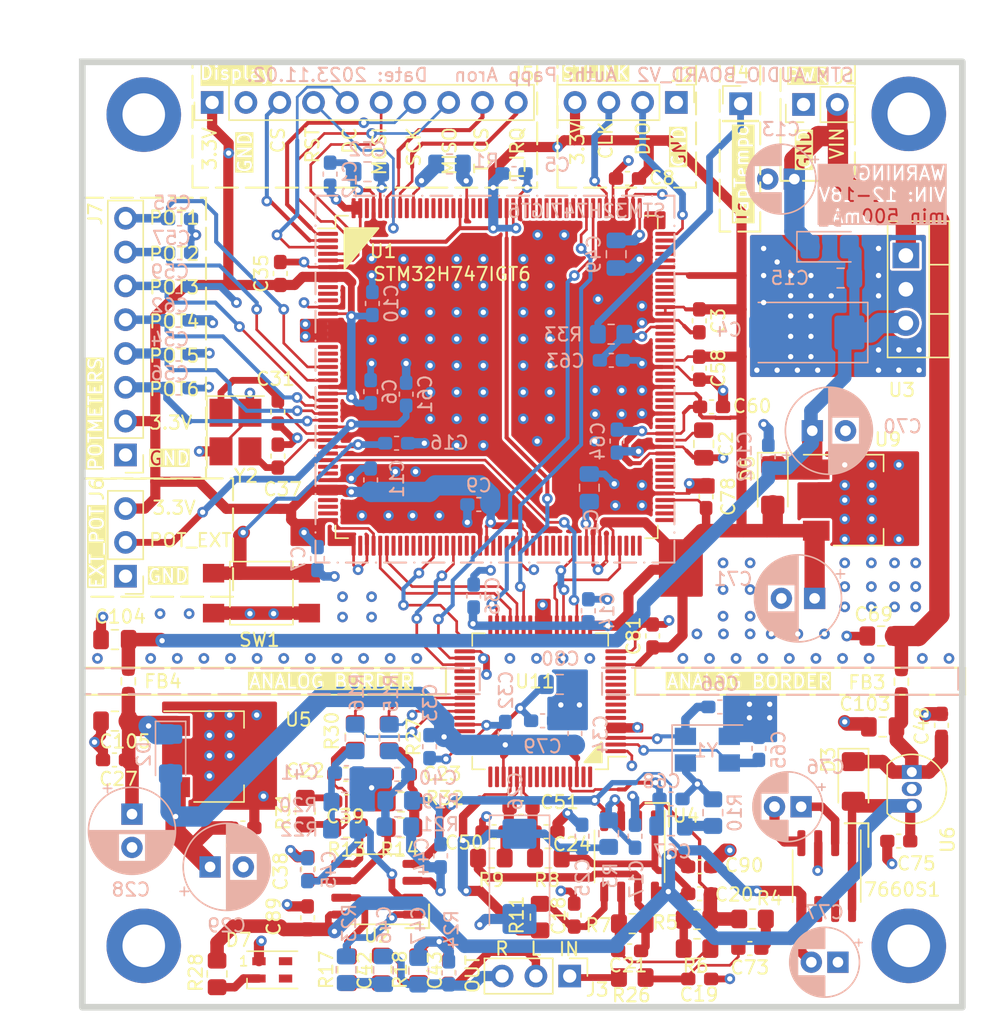
<source format=kicad_pcb>
(kicad_pcb (version 20221018) (generator pcbnew)
  (layers (0 "F.Cu" signal) (1 "In1.Cu" signal) (2 "In2.Cu" signal) (31 "B.Cu" signal) (34 "B.Paste" user) (35 "F.Paste" user) (36 "B.SilkS" user "B.Silkscreen") (37 "F.SilkS" user "F.Silkscreen") (38 "B.Mask" user) (39 "F.Mask" user) (44 "Edge.Cuts" user))
  (property "SHEETTOTAL" "4")
  (net 0 "")
  (net 1 "GND")
  (net 2 "Net-(U1-BOOT0)")
  (net 3 "DISPLAY_CS")
  (net 4 "DISPLAY_RST")
  (net 5 "DISPLAY_DC")
  (net 6 "DISPLAY_MOSI")
  (net 7 "DISPLAY_SCK")
  (net 8 "5V")
  (net 9 "Net-(D2-K)")
  (net 10 "DISPLAY_MISO")
  (net 13 "Net-(7660S1-CAP+)")
  (net 14 "Net-(7660S1-CAP-)")
  (net 15 "TOUCH_CS")
  (net 16 "TOUCH_IRQ")
  (net 17 "Net-(U4A--)")
  (net 18 "Net-(U4B--)")
  (net 19 "+3.3V")
  (net 20 "Net-(U4A-+)")
  (net 21 "AD1939_I2S2_SDO")
  (net 23 "AD1939_I2S1_WS")
  (net 24 "AD1939_I2S1_CK")
  (net 25 "AD1939_I2S1_SDI")
  (net 26 "AD1939_SPI3_MOSI")
  (net 27 "AD1939_I2S2_CK")
  (net 28 "AD1939_I2S2_WS")
  (net 29 "AD1939_SPI3_CLK")
  (net 30 "AD1939_SPI3_MISO")
  (net 31 "AD1939_SPI_CS")
  (net 32 "Net-(U4B-+)")
  (net 33 "Net-(C19-Pad2)")
  (net 34 "Net-(C22-Pad2)")
  (net 35 "ADC1N")
  (net 36 "AD1939_CM")
  (net 37 "+3.3VA")
  (net 38 "Net-(C39-Pad2)")
  (net 39 "Net-(C41-Pad1)")
  (net 40 "GUITAR_OUT_L{slash}MONO")
  (net 41 "Net-(C44-Pad2)")
  (net 42 "GUITAR_OUT_R")
  (net 43 "Net-(D3-K)")
  (net 44 "Net-(C40-Pad2)")
  (net 45 "ADC1P")
  (net 46 "Net-(C42-Pad1)")
  (net 47 "EXT_INT_BUTTON")
  (net 48 "AD1939_MCLKI")
  (net 49 "AD1939_MCLKO")
  (net 50 "Net-(C46-Pad1)")
  (net 51 "Net-(C67-Pad1)")
  (net 52 "AD1939_LF")
  (net 53 "+9V")
  (net 54 "Net-(C73-Pad1)")
  (net 55 "-9V")
  (net 56 "AD1939_FILTR")
  (net 57 "OSC0")
  (net 58 "Net-(D7-A)")
  (net 59 "SWDIO")
  (net 60 "SWCLK")
  (net 61 "GUITAR_IN")
  (net 62 "TAP_TEMPO_INPUT")
  (net 63 "PWR_INPUT_12V-18V")
  (net 64 "DAC2R")
  (net 65 "DAC2L")
  (net 66 "Net-(R17-Pad2)")
  (net 67 "Net-(R23-Pad2)")
  (net 68 "DAC1L")
  (net 69 "DAC1R")
  (net 70 "/MCU/NRST")
  (net 71 "Net-(C20-Pad2)")
  (net 72 "Net-(C21-Pad2)")
  (net 73 "Net-(C23-Pad1)")
  (net 74 "POT5")
  (net 75 "POT1")
  (net 76 "POT6")
  (net 77 "POT2")
  (net 78 "POT3")
  (net 79 "POT_EXT")
  (net 80 "POT4")
  (net 81 "OSC1")
  (net 103 "Net-(U2B--)")
  (net 104 "Net-(U2B-+)")
  (net 105 "Net-(U2A-+)")
  (net 106 "Net-(U2A--)")
  (net 107 "Net-(C1-Pad1)")
  (net 108 "Net-(U1-VCAPDSI)")
  (net 202 "Net-(C49-Pad1)")
  (net 203 "Net-(C52-Pad1)")
  (footprint "Crystal:Crystal_SMD_SeikoEpson_TSX3225-4Pin_3.2x2.5mm_HandSoldering" (layer "F.Cu") (at 194.4925 73.734 -90)
    (fp_text reference "Y2")
    (fp_text value "X1E0000210132")
  )
  (footprint "Capacitor_SMD:C_0603_1608Metric_Pad1.08x0.95mm_HandSolder" (layer "F.Cu") (at 202.851846 101.487 180)
    (fp_text reference "C39")
    (fp_text value "68p")
  )
  (footprint "Capacitor_SMD:C_0603_1608Metric_Pad1.08x0.95mm_HandSolder" (layer "F.Cu") (at 223.957 54.687 180)
    (fp_text reference "C8")
    (fp_text value "100nF")
  )
  (footprint "Resistor_SMD:R_0805_2012Metric_Pad1.20x1.40mm_HandSolder" (layer "F.Cu") (at 206.931 103.457)
    (fp_text reference "R14")
    (fp_text value "1.5k")
  )
  (footprint "Capacitor_SMD:C_0603_1608Metric_Pad1.08x0.95mm_HandSolder" (layer "F.Cu") (at 219.953 110.023 90)
    (fp_text reference "C18")
    (fp_text value "68n")
  )
  (footprint "Capacitor_SMD:C_0603_1608Metric_Pad1.08x0.95mm_HandSolder" (layer "F.Cu") (at 199.959568 106.539 -90)
    (fp_text reference "C38")
    (fp_text value "68p")
  )
  (footprint "MountingHole:MountingHole_3.2mm_M3_DIN965_Pad" (layer "F.Cu") (at 245.099 112.333)
    (fp_text reference "H2" hide)
    (fp_text value "MountingHole_Pad")
  )
  (footprint "Capacitor_SMD:C_0603_1608Metric_Pad1.08x0.95mm_HandSolder" (layer "F.Cu") (at 197.859 61.825 90)
    (fp_text reference "C35")
    (fp_text value "100nF")
  )
  (footprint "Capacitor_SMD:C_0603_1608Metric_Pad1.08x0.95mm_HandSolder" (layer "F.Cu") (at 210.495 114.325 -90)
    (fp_text reference "C43")
    (fp_text value "2.2nF")
  )
  (footprint "Package_TO_SOT_THT:TO-220-3_Vertical" (layer "F.Cu") (at 244.877 60.471 -90)
    (fp_text reference "U3")
    (fp_text value "MP-K7805-500R3")
  )
  (footprint "Capacitor_SMD:C_0603_1608Metric_Pad1.08x0.95mm_HandSolder" (layer "F.Cu") (at 229.385 108.421 180)
    (fp_text reference "C20")
    (fp_text value "120p")
  )
  (footprint "Capacitor_SMD:C_0805_2012Metric_Pad1.18x1.45mm_HandSolder" (layer "F.Cu") (at 243.021 89.057 180)
    (fp_text reference "C69")
    (fp_text value "2u2F")
  )
  (footprint "Capacitor_SMD:C_0603_1608Metric_Pad1.08x0.95mm_HandSolder" (layer "F.Cu") (at 206.731 99.455 180)
    (fp_text reference "C23")
    (fp_text value "560p")
  )
  (footprint "Resistor_SMD:R_0805_2012Metric_Pad1.20x1.40mm_HandSolder" (layer "F.Cu") (at 233.353 110.313)
    (fp_text reference "R4")
    (fp_text value "500k")
  )
  (footprint "Package_TO_SOT_THT:TO-92_Inline" (layer "F.Cu") (at 245.325 99.275 -90)
    (fp_text reference "U6")
    (fp_text value "L7809")
  )
  (footprint "Capacitor_SMD:C_0603_1608Metric_Pad1.08x0.95mm_HandSolder" (layer "F.Cu") (at 225.843 89.051 90)
    (fp_text reference "C81")
    (fp_text value "100nF")
  )
  (footprint "Package_SO:SSOP-8_3.9x5.05mm_P1.27mm" (layer "F.Cu") (at 205.147 108.081 180)
    (fp_text reference "U2")
    (fp_text value "OP275")
  )
  (footprint "Capacitor_SMD:C_0603_1608Metric_Pad1.08x0.95mm_HandSolder" (layer "F.Cu") (at 229.355 68.937 -90)
    (fp_text reference "C58")
    (fp_text value "100nF")
  )
  (footprint "Package_SO:SSOP-8_3.9x5.05mm_P1.27mm" (layer "F.Cu") (at 224.113 105.609 -90)
    (fp_text reference "U4")
    (fp_text value "OP275")
  )
  (footprint "Diode_SMD:D_1206_3216Metric_Pad1.42x1.75mm_HandSolder" (layer "F.Cu") (at 234.875 77.744 -90)
    (fp_text reference "D5")
    (fp_text value "1N4148")
  )
  (footprint "Capacitor_SMD:C_0603_1608Metric_Pad1.08x0.95mm_HandSolder" (layer "F.Cu") (at 185.397 98.365 180)
    (fp_text reference "C27")
    (fp_text value "100nF ")
  )
  (footprint "Capacitor_SMD:C_0603_1608Metric_Pad1.08x0.95mm_HandSolder" (layer "F.Cu") (at 195.049 103.475)
    (fp_text reference "C30")
    (fp_text value "100nF")
  )
  (footprint "Capacitor_SMD:C_0603_1608Metric_Pad1.08x0.95mm_HandSolder" (layer "F.Cu") (at 202.786154 99.455 180)
    (fp_text reference "C22")
    (fp_text value "270p")
  )
  (footprint "Connector_PinHeader_2.54mm:PinHeader_1x01_P2.54mm_Vertical" (layer "F.Cu") (at 232.457 49.069)
    (fp_text reference "J4")
    (fp_text value "Conn_01x01_taptempo")
  )
  (footprint "Capacitor_SMD:C_0603_1608Metric_Pad1.08x0.95mm_HandSolder" (layer "F.Cu") (at 247.555 95.767476 90)
    (fp_text reference "C48")
    (fp_text value "100nF ")
  )
  (footprint "Package_QFP:LQFP-176_24x24mm_P0.5mm" (layer "F.Cu") (at 214.122 69.596)
    (fp_text reference "U1")
    (fp_text value "STM32H747IGTx")
  )
  (footprint "Connector_PinHeader_2.54mm:PinHeader_1x10_P2.54mm_Vertical" (layer "F.Cu") (at 192.739 48.975 90)
    (fp_text reference "J5")
    (fp_text value "Conn_01x10_display")
  )
  (footprint "Capacitor_SMD:C_0603_1608Metric_Pad1.08x0.95mm_HandSolder" (layer "F.Cu") (at 197.677 72.231 90)
    (fp_text reference "C31")
    (fp_text value "7pF")
  )
  (footprint "Diode_SMD:D_1206_3216Metric_Pad1.42x1.75mm_HandSolder" (layer "F.Cu") (at 240.937 99.981 -90)
    (fp_text reference "D3")
    (fp_text value "1N4148")
  )
  (footprint "Capacitor_SMD:C_0603_1608Metric_Pad1.08x0.95mm_HandSolder" (layer "F.Cu") (at 197.677 75.540334 -90)
    (fp_text reference "C37")
    (fp_text value "7pF")
  )
  (footprint "Button_Switch_SMD:SW_SPST_TL3305A" (layer "F.Cu") (at 196.445 85.837)
    (fp_text reference "SW1")
    (fp_text value "SW_SPST")
  )
  (footprint "Capacitor_SMD:C_0603_1608Metric_Pad1.08x0.95mm_HandSolder" (layer "F.Cu") (at 229.863 78.589 90)
    (fp_text reference "C78")
    (fp_text value "100nF")
  )
  (footprint "Capacitor_SMD:C_0603_1608Metric_Pad1.08x0.95mm_HandSolder" (layer "F.Cu") (at 199.913 110.229 90)
    (fp_text reference "C89")
    (fp_text value "100nF")
  )
  (footprint "Resistor_SMD:R_0805_2012Metric_Pad1.20x1.40mm_HandSolder" (layer "F.Cu") (at 202.911284 114.125 90)
    (fp_text reference "R17")
    (fp_text value "604")
  )
  (footprint "MountingHole:MountingHole_3.2mm_M3_DIN965_Pad" (layer "F.Cu") (at 187.599 49.887)
    (fp_text reference "H4" hide)
    (fp_text value "MountingHole_Pad")
  )
  (footprint "Resistor_SMD:R_0805_2012Metric_Pad1.20x1.40mm_HandSolder" (layer "F.Cu") (at 218.007 105.741)
    (fp_text reference "R8")
    (fp_text value "240R")
  )
  (footprint "Resistor_SMD:R_0805_2012Metric_Pad1.20x1.40mm_HandSolder" (layer "F.Cu") (at 206.031 96.64158 -90)
    (fp_text reference "R27")
    (fp_text value "5.6k")
  )
  (footprint "Resistor_SMD:R_0805_2012Metric_Pad1.20x1.40mm_HandSolder" (layer "F.Cu") (at 206.931 101.521)
    (fp_text reference "R32")
    (fp_text value "5.6k")
  )
  (footprint "Resistor_SMD:R_0805_2012Metric_Pad1.20x1.40mm_HandSolder" (layer "F.Cu") (at 229.185 110.351)
    (fp_text reference "R5")
    (fp_text value "1M")
  )
  (footprint "Capacitor_SMD:C_0603_1608Metric_Pad1.08x0.95mm_HandSolder" (layer "F.Cu") (at 230.275 71.845)
    (fp_text reference "C60")
    (fp_text value "100nF")
  )
  (footprint "Resistor_SMD:R_0805_2012Metric_Pad1.20x1.40mm_HandSolder" (layer "F.Cu") (at 208.254142 114.125 90)
    (fp_text reference "R18")
    (fp_text value "10k")
  )
  (footprint "Capacitor_SMD:C_0603_1608Metric_Pad1.08x0.95mm_HandSolder" (layer "F.Cu") (at 229.385 114.819 180)
    (fp_text reference "C19")
    (fp_text value "220p")
  )
  (footprint "Resistor_SMD:R_0603_1608Metric_Pad0.98x0.95mm_HandSolder" (layer "F.Cu") (at 186.442 92.463 -90)
    (fp_text reference "FB4")
    (fp_text value "TDK MMZ1608R601ATD25 DB")
  )
  (footprint "Capacitor_SMD:C_0603_1608Metric_Pad1.08x0.95mm_HandSolder" (layer "F.Cu") (at 233.153 112.533 180)
    (fp_text reference "C73")
    (fp_text value "68n")
  )
  (footprint "MountingHole:MountingHole_3.2mm_M3_DIN965_Pad" (layer "F.Cu") (at 245.099 49.833)
    (fp_text reference "H3" hide)
    (fp_text value "MountingHole_Pad")
  )
  (footprint "Resistor_SMD:R_0805_2012Metric_Pad1.20x1.40mm_HandSolder" (layer "F.Cu") (at 224.315 110.663 180)
    (fp_text reference "R7")
    (fp_text value "5.76k")
  )
  (footprint "LED_SMD:LED_SK6805_PLCC4_2.4x2.7mm_P1.3mm" (layer "F.Cu") (at 197.258 114.137)
    (fp_text reference "D7")
    (fp_text value "LED")
  )
  (footprint "Resistor_SMD:R_0805_2012Metric_Pad1.20x1.40mm_HandSolder" (layer "F.Cu") (at 199.739568 102.213846 90)
    (fp_text reference "R31")
    (fp_text value "11k")
  )
  (footprint "Capacitor_SMD:C_0603_1608Metric_Pad1.08x0.95mm_HandSolder" (layer "F.Cu") (at 217.835 103.759 180)
    (fp_text reference "C24")
    (fp_text value "1nF")
  )
  (footprint "Resistor_SMD:R_0805_2012Metric_Pad1.20x1.40mm_HandSolder" (layer "F.Cu") (at 217.391 110.175 -90)
    (fp_text reference "R11")
    (fp_text value "100R")
  )
  (footprint "Capacitor_SMD:C_0603_1608Metric_Pad1.08x0.95mm_HandSolder" (layer "F.Cu") (at 229.355 65.381 -90)
    (fp_text reference "C3")
    (fp_text value "100nF")
  )
  (footprint "Capacitor_SMD:C_0603_1608Metric_Pad1.08x0.95mm_HandSolder" (layer "F.Cu") (at 224.115 112.709)
    (fp_text reference "C21")
    (fp_text value "120p")
  )
  (footprint "MountingHole:MountingHole_3.2mm_M3_DIN965_Pad" (layer "F.Cu") (at 187.599 112.333)
    (fp_text reference "H1" hide)
    (fp_text value "MountingHole_Pad")
  )
  (footprint "Capacitor_SMD:C_0805_2012Metric_Pad1.18x1.45mm_HandSolder" (layer "F.Cu") (at 185.426 89.325 180)
    (fp_text reference "C104")
    (fp_text value "2u2F")
  )
  (footprint "Connector_PinHeader_2.54mm:PinHeader_1x03_P2.54mm_Vertical" (layer "F.Cu") (at 186.229 84.563 180)
    (fp_text reference "J6")
    (fp_text value "Conn_01x03_pot_ext")
  )
  (footprint "Package_SO:SOIC-8_3.9x4.9mm_P1.27mm" (layer "F.Cu") (at 238.929 107.091 -90)
    (fp_text reference "7660S1")
    (fp_text value "~")
  )
  (footprint "Connector_PinHeader_2.54mm:PinHeader_1x08_P2.54mm_Vertical" (layer "F.Cu") (at 186.229 75.455 180)
    (fp_text reference "J7")
    (fp_text value "Conn_01x8_pots_internal")
  )
  (footprint "Package_QFP:LQFP-64_10x10mm_P0.5mm" (layer "F.Cu") (at 217.398 93.96 180)
    (fp_text reference "U11")
    (fp_text value "~")
  )
  (footprint "Resistor_SMD:R_0805_2012Metric_Pad1.20x1.40mm_HandSolder" (layer "F.Cu") (at 193.109 114.441 -90)
    (fp_text reference "R28")
    (fp_text value "10k")
  )
  (footprint "Capacitor_SMD:C_0805_2012Metric_Pad1.18x1.45mm_HandSolder" (layer "F.Cu") (at 205.472426 114.095 90)
    (fp_text reference "C42")
    (fp_text value "2u2")
  )
  (footprint "Resistor_SMD:R_0805_2012Metric_Pad1.20x1.40mm_HandSolder" (layer "F.Cu") (at 203.486154 96.599 -90)
    (fp_text reference "R30")
    (fp_text value "11k")
  )
  (footprint "Capacitor_SMD:C_0805_2012Metric_Pad1.18x1.45mm_HandSolder" (layer "F.Cu") (at 185.426 95.451 180)
    (fp_text reference "C105")
    (fp_text value "2u2F")
  )
  (footprint "Capacitor_SMD:C_0603_1608Metric_Pad1.08x0.95mm_HandSolder" (layer "F.Cu") (at 215.955 101.951)
    (fp_text reference "C51")
    (fp_text value "100pF")
  )
  (footprint "Resistor_SMD:R_0805_2012Metric_Pad1.20x1.40mm_HandSolder" (layer "F.Cu") (at 213.723 105.741 180)
    (fp_text reference "R9")
    (fp_text value "240R")
  )
  (footprint "Capacitor_SMD:C_0603_1608Metric_Pad1.08x0.95mm_HandSolder" (layer "F.Cu") (at 213.923 103.759 180)
    (fp_text reference "C50")
    (fp_text value "1nF")
  )
  (footprint "Capacitor_SMD:C_0603_1608Metric_Pad1.08x0.95mm_HandSolder" (layer "F.Cu") (at 244.345 104.463 180)
    (fp_text reference "C75")
    (fp_text value "100nF")
  )
  (footprint "Capacitor_SMD:C_0805_2012Metric_Pad1.18x1.45mm_HandSolder" (layer "F.Cu") (at 243.135 95.885 180)
    (fp_text reference "C103")
    (fp_text value "2u2F")
  )
  (footprint "Resistor_SMD:R_0805_2012Metric_Pad1.20x1.40mm_HandSolder" (layer "F.Cu") (at 229.185 112.539 180)
    (fp_text reference "R6")
    (fp_text value "5.76k")
  )
  (footprint "Resistor_SMD:R_0603_1608Metric_Pad0.98x0.95mm_HandSolder" (layer "F.Cu") (at 244.545 92.493 -90)
    (fp_text reference "FB3")
    (fp_text value "TDK MMZ1608R601ATD25 DB")
  )
  (footprint "Package_TO_SOT_SMD:SOT-223-3_TabPin2" (layer "F.Cu") (at 241.294 78.846)
    (fp_text reference "U9")
    (fp_text value "MIC2920A-3.3WS-TR")
  )
  (footprint "Package_TO_SOT_SMD:SOT-223-3_TabPin2" (layer "F.Cu") (at 193.225 98.113)
    (fp_text reference "U5")
    (fp_text value "MIC2920A-3.3WS-TR")
  )
  (footprint "Resistor_SMD:R_0805_2012Metric_Pad1.20x1.40mm_HandSolder" (layer "F.Cu") (at 202.842136 103.457 180)
    (fp_text reference "R13")
    (fp_text value "3k")
  )
  (footprint "Connector_PinHeader_2.54mm:PinHeader_1x02_P2.54mm_Vertical" (layer "F.Cu") (at 237.187 49.127 90)
    (fp_text reference "J1")
    (fp_text value "Power conn")
  )
  (footprint "Capacitor_SMD:C_0805_2012Metric_Pad1.18x1.45mm_HandSolder" (layer "F.Cu") (at 229.684 74.63 -90)
    (fp_text reference "C2")
    (fp_text value "2.2uF")
  )
  (footprint "Connector_PinHeader_2.54mm:PinHeader_1x04_P2.54mm_Vertical" (layer "F.Cu") (at 227.633 48.975 -90)
    (fp_text reference "J2")
    (fp_text value "STlink")
  )
  (footprint "Connector_PinHeader_2.54mm:PinHeader_1x03_P2.54mm_Vertical" (layer "F.Cu") (at 219.613 114.601 -90)
    (fp_text reference "J3")
    (fp_text value "Audio_sig")
  )
  (footprint "Resistor_SMD:R_0805_2012Metric_Pad1.20x1.40mm_HandSolder" (layer "F.Cu") (at 224.315 114.713)
    (fp_text reference "R26")
    (fp_text value "100")
  )
  (footprint "Capacitor_SMD:C_0603_1608Metric_Pad1.08x0.95mm_HandSolder" (layer "F.Cu") (at 229.377 106.389)
    (fp_text reference "C90")
    (fp_text value "100nF")
  )
  (footprint "Capacitor_SMD:C_0603_1608Metric_Pad1.08x0.95mm_HandSolder" (layer "B.Cu") (at 220.543 104.101024 -90)
    (fp_text reference "C25")
    (fp_text value "100nF")
  )
  (footprint "Capacitor_SMD:C_0603_1608Metric_Pad1.08x0.95mm_HandSolder" (layer "B.Cu") (at 190.177 67.885)
    (fp_text reference "C54")
    (fp_text value "100nF")
  )
  (footprint "Capacitor_SMD:C_0603_1608Metric_Pad1.08x0.95mm_HandSolder" (layer "B.Cu") (at 200.657 83.241 -90)
    (fp_text reference "C7")
    (fp_text value "100nF")
  )
  (footprint "Capacitor_SMD:C_0805_2012Metric_Pad1.18x1.45mm_HandSolder" (layer "B.Cu") (at 239.973 62.163 180)
    (fp_text reference "C15")
    (fp_text value "2u2F")
  )
  (footprint "Capacitor_THT:CP_Radial_D5.0mm_P2.00mm" (layer "B.Cu") (at 236.498241 54.733 180)
    (fp_text reference "C13")
    (fp_text value "22uF 50V poly")
  )
  (footprint "Resistor_SMD:R_0805_2012Metric_Pad1.20x1.40mm_HandSolder" (layer "B.Cu") (at 202.674999 103.569 180)
    (fp_text reference "R22")
    (fp_text value "1.5k")
  )
  (footprint "Crystal:Crystal_SMD_5032-4Pin_5.0x3.2mm" (layer "B.Cu") (at 229.959 97.595)
    (fp_text reference "Y1")
    (fp_text value "Crystal_GND24")
  )
  (footprint "Capacitor_SMD:C_0603_1608Metric_Pad1.08x0.95mm_HandSolder" (layer "B.Cu") (at 222.741 68.346334 180)
    (fp_text reference "C63")
    (fp_text value "100nF")
  )
  (footprint "Diode_SMD:D_1206_3216Metric_Pad1.42x1.75mm_HandSolder" (layer "B.Cu") (at 239.151 59.817)
    (fp_text reference "D1")
    (fp_text value "1N4148")
  )
  (footprint "Resistor_SMD:R_0805_2012Metric_Pad1.20x1.40mm_HandSolder" (layer "B.Cu") (at 206.063664 96.711 -90)
    (fp_text reference "R15")
    (fp_text value "11k")
  )
  (footprint "Resistor_SMD:R_0805_2012Metric_Pad1.20x1.40mm_HandSolder" (layer "B.Cu") (at 202.709665 101.537 180)
    (fp_text reference "R20")
    (fp_text value "5.6k")
  )
  (footprint "Capacitor_THT:CP_Radial_D6.3mm_P2.50mm" (layer "B.Cu") (at 192.583 106.401759)
    (fp_text reference "C29")
    (fp_text value "47uF")
  )
  (footprint "Capacitor_SMD:C_0603_1608Metric_Pad1.08x0.95mm_HandSolder" (layer "B.Cu") (at 202.829 99.315004)
    (fp_text reference "C41")
    (fp_text value "560p")
  )
  (footprint "Capacitor_SMD:C_0603_1608Metric_Pad1.08x0.95mm_HandSolder" (layer "B.Cu") (at 212.781 79.177 180)
    (fp_text reference "C9")
    (fp_text value "100nF")
  )
  (footprint "Capacitor_THT:CP_Radial_D6.3mm_P2.50mm" (layer "B.Cu") (at 186.714241 102.437 -90)
    (fp_text reference "C28")
    (fp_text value "100uF")
  )
  (footprint "Capacitor_SMD:C_0603_1608Metric_Pad1.08x0.95mm_HandSolder" (layer "B.Cu") (at 190.177 70.431)
    (fp_text reference "C56")
    (fp_text value "100nF")
  )
  (footprint "Capacitor_SMD:C_0603_1608Metric_Pad1.08x0.95mm_HandSolder" (layer "B.Cu") (at 234.54 75.585 90)
    (fp_text reference "C102")
    (fp_text value "100nF")
  )
  (footprint "Capacitor_Tantalum_SMD:CP_EIA-7343-31_Kemet-D_Pad2.25x2.55mm_HandSolder" (layer "B.Cu") (at 215.838976 107.113 -90)
    (fp_text reference "C26")
    (fp_text value "100uF tantal")
  )
  (footprint "Capacitor_THT:CP_Radial_D6.3mm_P2.50mm" (layer "B.Cu") (at 237.843 73.635759)
    (fp_text reference "C70")
    (fp_text value "100uF")
  )
  (footprint "Resistor_SMD:R_0805_2012Metric_Pad1.20x1.40mm_HandSolder" (layer "B.Cu") (at 222.541 103.901024 -90)
    (fp_text reference "R3")
    (fp_text value "100R")
  )
  (footprint "Capacitor_SMD:C_0603_1608Metric_Pad1.08x0.95mm_HandSolder" (layer "B.Cu") (at 217.575 95.425 180)
    (fp_text reference "C79")
    (fp_text value "100nF")
  )
  (footprint "Resistor_SMD:R_0805_2012Metric_Pad1.20x1.40mm_HandSolder" (layer "B.Cu") (at 206.761661 101.409)
    (fp_text reference "R19")
    (fp_text value "11k")
  )
  (footprint "Diode_SMD:D_1206_3216Metric_Pad1.42x1.75mm_HandSolder" (layer "B.Cu") (at 189.617 97.927 -90)
    (fp_text reference "D2")
    (fp_text value "1N4148")
  )
  (footprint "Capacitor_SMD:C_0805_2012Metric_Pad1.18x1.45mm_HandSolder" (layer "B.Cu") (at 223.1074 60.3758 -90)
    (fp_text reference "C49")
    (fp_text value "2.2uF")
  )
  (footprint "Capacitor_SMD:C_0603_1608Metric_Pad1.08x0.95mm_HandSolder" (layer "B.Cu") (at 204.781 64.079 90)
    (fp_text reference "C10")
    (fp_text value "100nF")
  )
  (footprint "Capacitor_SMD:C_0603_1608Metric_Pad1.08x0.95mm_HandSolder" (layer "B.Cu") (at 220.003 96.383 90)
    (fp_text reference "C34")
    (fp_text value "100nF")
  )
  (footprint "Capacitor_SMD:C_0603_1608Metric_Pad1.08x0.95mm_HandSolder" (layer "B.Cu") (at 207.321 70.891 90)
    (fp_text reference "C61")
    (fp_text value "100nF")
  )
  (footprint "Capacitor_SMD:C_0805_2012Metric_Pad1.18x1.45mm_HandSolder" (layer "B.Cu") (at 218.867 92.694)
    (fp_text reference "C80")
    (fp_text value "10uF tantal")
  )
  (footprint "Capacitor_SMD:C_0603_1608Metric_Pad1.08x0.95mm_HandSolder" (layer "B.Cu") (at 230.893 94.385 180)
    (fp_text reference "C66")
    (fp_text value "12p")
  )
  (footprint "Resistor_SMD:R_0805_2012Metric_Pad1.20x1.40mm_HandSolder" (layer "B.Cu") (at 210.582 53.594)
    (fp_text reference "R1")
    (fp_text value "10k")
  )
  (footprint "Capacitor_SMD:C_0603_1608Metric_Pad1.08x0.95mm_HandSolder" (layer "B.Cu") (at 224.525 104.101024 90)
    (fp_text reference "C17")
    (fp_text value "68n")
  )
  (footprint "Capacitor_SMD:C_0603_1608Metric_Pad1.08x0.95mm_HandSolder" (layer "B.Cu") (at 190.177 65.339)
    (fp_text reference "C62")
    (fp_text value "100nF")
  )
  (footprint "Capacitor_SMD:C_0603_1608Metric_Pad1.08x0.95mm_HandSolder" (layer "B.Cu") (at 206.623663 99.451)
    (fp_text reference "C40")
    (fp_text value "270p")
  )
  (footprint "Capacitor_SMD:C_0603_1608Metric_Pad1.08x0.95mm_HandSolder" (layer "B.Cu") (at 190.295 60.267)
    (fp_text reference "C57")
    (fp_text value "100nF")
  )
  (footprint "Capacitor_SMD:C_0603_1608Metric_Pad1.08x0.95mm_HandSolder" (layer "B.Cu") (at 209.081 97.369 -90)
    (fp_text reference "C33")
    (fp_text value "100nF")
  )
  (footprint "Resistor_SMD:R_0805_2012Metric_Pad1.20x1.40mm_HandSolder" (layer "B.Cu") (at 203.488998 96.711 -90)
    (fp_text reference "R16")
    (fp_text value "5.6k")
  )
  (footprint "Capacitor_SMD:C_0603_1608Metric_Pad1.08x0.95mm_HandSolder" (layer "B.Cu") (at 212.3934 86.0482 90)
    (fp_text reference "C36")
    (fp_text value "100nF")
  )
  (footprint "Capacitor_SMD:C_0603_1608Metric_Pad1.08x0.95mm_HandSolder" (layer "B.Cu") (at 210.531999 114.364 -90)
    (fp_text reference "C47")
    (fp_text value "2.2nF")
  )
  (footprint "Capacitor_SMD:C_0603_1608Metric_Pad1.08x0.95mm_HandSolder" (layer "B.Cu") (at 201.605 54.361 90)
    (fp_text reference "C12")
    (fp_text value "100nF")
  )
  (footprint "Capacitor_SMD:C_0603_1608Metric_Pad1.08x0.95mm_HandSolder" (layer "B.Cu") (at 190.289 57.727)
    (fp_text reference "C55")
    (fp_text value "100nF")
  )
  (footprint "Resistor_SMD:R_0805_2012Metric_Pad1.20x1.40mm_HandSolder" (layer "B.Cu") (at 222.727 66.384334 180)
    (fp_text reference "R33")
    (fp_text value "500k")
  )
  (footprint "Resistor_SMD:R_0805_2012Metric_Pad1.20x1.40mm_HandSolder" (layer "B.Cu") (at 202.808996 114.127 90)
    (fp_text reference "R23")
    (fp_text value "604")
  )
  (footprint "Capacitor_SMD:C_0603_1608Metric_Pad1.08x0.95mm_HandSolder" (layer "B.Cu") (at 204.653 77.333 90)
    (fp_text reference "C11")
    (fp_text value "100nF")
  )
  (footprint "Capacitor_SMD:C_0805_2012Metric_Pad1.18x1.45mm_HandSolder" (layer "B.Cu") (at 221.0864 77.9228 90)
    (fp_text reference "C1")
    (fp_text value "2.2uF")
  )
  (footprint "Capacitor_SMD:C_0603_1608Metric_Pad1.08x0.95mm_HandSolder" (layer "B.Cu") (at 221.013 87.161 90)
    (fp_text reference "C14")
    (fp_text value "100nF")
  )
  (footprint "Resistor_SMD:R_0805_2012Metric_Pad1.20x1.40mm_HandSolder" (layer "B.Cu") (at 230.373 102.325 90)
    (fp_text reference "R10")
    (fp_text value "562")
  )
  (footprint "Capacitor_THT:CP_Radial_D5.0mm_P2.00mm" (layer "B.Cu") (at 237.006241 101.881 180)
    (fp_text reference "C76")
    (fp_text value "10uF")
  )
  (footprint "Capacitor_THT:CP_Radial_D5.0mm_P2.00mm" (layer "B.Cu") (at 239.773 113.562241 180)
    (fp_text reference "C77")
    (fp_text value "10uF")
  )
  (footprint "Capacitor_SMD:C_0805_2012Metric_Pad1.18x1.45mm_HandSolder" (layer "B.Cu") (at 227.222 103.322 180)
    (fp_text reference "C67")
    (fp_text value "5.6nF")
  )
  (footprint "Resistor_SMD:R_0805_2012Metric_Pad1.20x1.40mm_HandSolder" (layer "B.Cu") (at 208.262996 114.241 90)
    (fp_text reference "R24")
    (fp_text value "10k")
  )
  (footprint "Capacitor_SMD:C_0603_1608Metric_Pad1.08x0.95mm_HandSolder" (layer "B.Cu") (at 209.90833 105.567 90)
    (fp_text reference "C44")
    (fp_text value "68p")
  )
  (footprint "Capacitor_SMD:C_0603_1608Metric_Pad1.08x0.95mm_HandSolder" (layer "B.Cu") (at 190.177 62.793)
    (fp_text reference "C59")
    (fp_text value "100nF")
  )
  (footprint "Capacitor_SMD:C_0603_1608Metric_Pad1.08x0.95mm_HandSolder" (layer "B.Cu") (at 223.163 74.415 -90)
    (fp_text reference "C64")
    (fp_text value "100nF")
  )
  (footprint "Capacitor_SMD:C_0603_1608Metric_Pad1.08x0.95mm_HandSolder" (layer "B.Cu") (at 204.653 70.699 90)
    (fp_text reference "C6")
    (fp_text value "100nF")
  )
  (footprint "Capacitor_Tantalum_SMD:CP_EIA-7343-31_Kemet-D_Pad2.25x2.55mm_HandSolder" (layer "B.Cu") (at 237.433 66.257 180)
    (fp_text reference "C4")
    (fp_text value "22uF tantal")
  )
  (footprint "Capacitor_SMD:C_0805_2012Metric_Pad1.18x1.45mm_HandSolder" (layer "B.Cu") (at 204.4126 54.1782 180)
    (fp_text reference "C52")
    (fp_text value "2.2uF")
  )
  (footprint "Capacitor_SMD:C_0805_2012Metric_Pad1.18x1.45mm_HandSolder" (layer "B.Cu") (at 205.609004 114.173 90)
    (fp_text reference "C46")
    (fp_text value "2u2")
  )
  (footprint "Capacitor_SMD:C_0603_1608Metric_Pad1.08x0.95mm_HandSolder" (layer "B.Cu") (at 206.601 74.575)
    (fp_text reference "C16")
    (fp_text value "100nF ")
  )
  (footprint "Capacitor_SMD:C_0603_1608Metric_Pad1.08x0.95mm_HandSolder" (layer "B.Cu") (at 233.831 97.499 90)
    (fp_text reference "C65")
    (fp_text value "12p")
  )
  (footprint "Capacitor_SMD:C_0603_1608Metric_Pad1.08x0.95mm_HandSolder" (layer "B.Cu") (at 215.426976 54.315)
    (fp_text reference "C5")
    (fp_text value "100nF")
  )
  (footprint "Capacitor_SMD:C_0603_1608Metric_Pad1.08x0.95mm_HandSolder" (layer "B.Cu") (at 199.896996 106.611001 -90)
    (fp_text reference "C45")
    (fp_text value "68p")
  )
  (footprint "Capacitor_THT:CP_Radial_D6.3mm_P2.50mm" (layer "B.Cu") (at 238.022241 86.229 180)
    (fp_text reference "C71")
    (fp_text value "47uf")
  )
  (footprint "Capacitor_SMD:C_0603_1608Metric_Pad1.08x0.95mm_HandSolder" (layer "B.Cu") (at 214.771 96.370994 90)
    (fp_text reference "C32")
    (fp_text value "100nF")
  )
  (footprint "Capacitor_SMD:C_0603_1608Metric_Pad1.08x0.95mm_HandSolder" (layer "B.Cu") (at 227.227 101.297 180)
    (fp_text reference "C68")
    (fp_text value "390pF")
  )
  (footprint "Resistor_SMD:R_0805_2012Metric_Pad1.20x1.40mm_HandSolder" (layer "B.Cu") (at 206.693 103.377668 180)
    (fp_text reference "R21")
    (fp_text value "3k")
  )
  (gr_rect (start 200.5066 55.9816) (end 227.4824 83.539667) (stroke (width 0.15) (type dash_dot)) (fill none) (layer "B.SilkS"))
  (gr_rect (start 222.0468 91.44) (end 248.8184 93.472) (stroke (width 0.15) (type dash)) (fill none) (layer "B.SilkS"))
  (gr_rect (start 182.9308 91.4908) (end 212.852 93.4212) (stroke (width 0.15) (type dash)) (fill none) (layer "B.SilkS"))
  (gr_line (start 210.312 91.44) (end 210.312 93.472) (stroke (width 0.15)) (layer "F.SilkS"))
  (gr_line (start 227.076 101.6) (end 227.076 103.378) (stroke (width 0.15)) (layer "F.SilkS"))
  (gr_rect (start 182.88 77.216) (end 194.31 86.106) (stroke (width 0.15) (type dash)) (fill none) (layer "F.SilkS"))
  (gr_line (start 182.88 91.44) (end 210.312 91.44) (stroke (width 0.15)) (layer "F.SilkS"))
  (gr_line (start 209.042 109.22) (end 209.042 110.998) (stroke (width 0.15)) (layer "F.SilkS"))
  (gr_line (start 209.042 110.998) (end 207.264 110.998) (stroke (width 0.15)) (layer "F.SilkS"))
  (gr_line (start 225.298 101.6) (end 227.076 101.6) (stroke (width 0.15)) (layer "F.SilkS"))
  (gr_line (start 240.284 103.124) (end 242.062 103.124) (stroke (width 0.15)) (layer "F.SilkS"))
  (gr_rect (start 182.88 56.134) (end 192.278 77.2414) (stroke (width 0.15) (type dash)) (fill none) (layer "F.SilkS"))
  (gr_rect (start 218.694 45.974) (end 229.108 55.372) (stroke (width 0.15) (type dash)) (fill none) (layer "F.SilkS"))
  (gr_line (start 224.536 93.472) (end 249.3264 93.472) (stroke (width 0.15)) (layer "F.SilkS"))
  (gr_rect (start 235.458 45.974) (end 241.046 54.864) (stroke (width 0.15) (type dash)) (fill none) (layer "F.SilkS"))
  (gr_line (start 249.3264 91.44) (end 224.536 91.44) (stroke (width 0.15)) (layer "F.SilkS"))
  (gr_rect (start 230.886 45.974) (end 233.934 58.674) (stroke (width 0.15) (type dash)) (fill none) (layer "F.SilkS"))
  (gr_line (start 242.062 103.124) (end 242.062 104.902) (stroke (width 0.15)) (layer "F.SilkS"))
  (gr_rect (start 191.262 45.974) (end 217.17 55.372) (stroke (width 0.15) (type dash)) (fill none) (layer "F.SilkS"))
  (gr_line (start 224.536 91.44) (end 224.536 93.472) (stroke (width 0.15)) (layer "F.SilkS"))
  (gr_poly (pts (xy 220.73 98.537016) (xy 222.02082 98.537016) (xy 222 97.038)) (stroke (width 0.15)) (fill solid) (layer "F.SilkS"))
  (gr_poly (pts (xy 205.232 58.42) (xy 202.692 58.42) (xy 202.692 61.468)) (stroke (width 0.15)) (fill solid) (layer "F.SilkS"))
  (gr_line (start 210.312 93.472) (end 182.88 93.472) (stroke (width 0.15)) (layer "F.SilkS"))
  (gr_line (start 249.3264 93.472) (end 249.3264 91.44) (stroke (width 0.15)) (layer "F.SilkS"))
  (gr_line (start 182.88 93.472) (end 182.88 91.44) (stroke (width 0.15)) (layer "F.SilkS"))
  (gr_rect (start 182.9816 45.9232) (end 249.1232 116.9416) (stroke (width 0.5)) (fill none) (layer "Edge.Cuts"))
  (gr_text "Date: 2023.11.02." (at 209.042 47.498) (layer "B.SilkS") (effects (font (size 1 1)) (justify left bottom mirror)))
  (gr_text "WARNING!\nVIN: 12-18V\nmin 500mA" (at 247.9548 58.1152) (layer "B.SilkS" knockout) (effects (font (size 1 1)) (justify left bottom mirror)))
  (gr_text "STM32H747IGT6" (at 226.9236 57.7088) (layer "B.SilkS") (effects (font (size 1 1)) (justify left bottom mirror)))
  (gr_text "STM_AUDIO_BOARD_V2" (at 241.046 47.498) (layer "B.SilkS") (effects (font (size 1 1)) (justify left bottom mirror)))
  (gr_text "Auth: Papp Aron" (at 223.266 47.498) (layer "B.SilkS") (effects (font (size 1 1)) (justify left bottom mirror)))
  (gr_text "ANALOG BORDER" (at 226.822 93.0656) (layer "F.SilkS" knockout) (effects (font (size 1 1)) (justify left bottom)))
  (gr_text "TapTempo" (at 233.1212 58.0644 90) (layer "F.SilkS" knockout) (effects (font (size 1 1)) (justify left bottom)))
  (gr_text "R" (at 213.9188 113.1316) (layer "F.SilkS") (effects (font (size 1 1)) (justify left bottom)))
  (gr_text "3.3V" (at 188.1632 80.01) (layer "F.SilkS") (effects (font (size 1 1)) (justify left bottom)))
  (gr_text "MOSI" (at 205.898 54.552647 90) (layer "F.SilkS") (effects (font (size 1 1)) (justify left bottom)))
  (gr_text "POT5" (at 187.9092 68.584056) (layer "F.SilkS") (effects (font (size 1 1)) (justify left bottom)))
  (gr_text "DC" (at 203.6572 52.9336 90) (layer "F.SilkS") (effects (font (size 1 1)) (justify left bottom)))
  (gr_text "SCK" (at 208.4832 53.885981 90) (layer "F.SilkS") (effects (font (size 1 1)) (justify left bottom)))
  (gr_text "RST" (at 200.8632 53.647886 90) (layer "F.SilkS") (effects (font (size 1 1)) (justify left bottom)))
  (gr_text "L" (at 216.5604 113.1316) (layer "F.SilkS") (effects (font (size 1 1)) (justify left bottom)))
  (gr_text "POTMETERS" (at 184.5564 76.708 90) (layer "F.SilkS" knockout) (effects (font (size 1 1)) (justify left bottom)))
  (gr_text "3.3V" (at 187.9092 73.615284) (layer "F.SilkS") (effects (font (size 1 1)) (justify left bottom)))
  (gr_text "POT3" (at 187.9092 63.451228) (layer "F.SilkS") (effects (font (size 1 1)) (justify left bottom)))
  (gr_text "VIN" (at 240.284 53.34 90) (layer "F.SilkS") (effects (font (size 1 1)) (justify left bottom)))
  (gr_text "POT2" (at 187.9092 60.935614) (layer "F.SilkS") (effects (font (size 1 1)) (justify left bottom)))
  (gr_text "STM32H747IGT6" (at 204.743336 62.458091) (layer "F.SilkS") (effects (font (size 1 1)) (justify left bottom)))
  (gr_text "ANALOG BORDER" (at 195.4276 93.0656) (layer "F.SilkS" knockout) (effects (font (size 1 1)) (justify left bottom)))
  (gr_text "CS" (at 198.2724 52.885981 90) (layer "F.SilkS") (effects (font (size 1 1)) (justify left bottom)))
  (gr_text "DIO" (at 225.7044 53.052533 90) (layer "F.SilkS") (effects (font (size 1 1)) (justify left bottom)))
  (gr_text "POT_EXT" (at 187.9092 82.4484) (layer "F.SilkS") (effects (font (size 1 1)) (justify left bottom)))
  (gr_text "CLK" (at 222.9104 53.338248 90) (layer "F.SilkS") (effects (font (size 1 1)) (justify left bottom)))
  (gr_text "OUT" (at 212.9028 115.9764 90) (layer "F.SilkS") (effects (font (size 1 1)) (justify left bottom)))
  (gr_text "GND" (at 228.395 53.9442 90) (layer "F.SilkS" knockout) (effects (font (size 1 1)) (justify left bottom)))
  (gr_text "PWR" (at 235.8136 47.5996) (layer "F.SilkS" knockout) (effects (font (size 1 1)) (justify left bottom)))
  (gr_text "MISO" (at 211.1756 54.552647 90) (layer "F.SilkS") (effects (font (size 1 1)) (justify left bottom)))
  (gr_text "3.3V" (at 220.7768 53.766819 90) (layer "F.SilkS") (effects (font (size 1 1)) (justify left bottom)))
  (gr_text "T_IRQ" (at 216.2556 54.981219 90) (layer "F.SilkS") (effects (font (size 1 1)) (justify left bottom)))
  (gr_text "POT6" (at 187.9092 71.09967) (layer "F.SilkS") (effects (font (size 1 1)) (justify left bottom)))
  (gr_text "GND" (at 237.8456 54.1528 90) (layer "F.SilkS" knockout) (effects (font (size 1 1)) (justify left bottom)))
  (gr_text "Display" (at 191.7192 47.3456) (layer "F.SilkS" knockout) (effects (font (size 1 1)) (justify left bottom)))
  (gr_text "3.3V" (at 193.1416 54.171695 90) (layer "F.SilkS") (effects (font (size 1 1)) (justify left bottom)))
  (gr_text "IN" (at 218.6986 113.1694) (layer "F.SilkS") (effects (font (size 1 1)) (justify left bottom)))
  (gr_text "T_CS" (at 213.5632 54.409791 90) (layer "F.SilkS") (effects (font (size 1 1)) (justify left bottom)))
  (gr_text "POT1" (at 187.9092 58.2168) (layer "F.SilkS") (effects (font (size 1 1)) (justify left bottom)))
  (gr_text "EXT_POT" (at 184.658 85.598 90) (layer "F.SilkS" knockout) (effects (font (size 1 1)) (justify left bottom)))
  (gr_text "GND" (at 187.9092 76.3016) (layer "F.SilkS" knockout) (effects (font (size 1 1)) (justify left bottom)))
  (gr_text "GND" (at 187.8076 85.1408) (layer "F.SilkS" knockout) (effects (font (size 1 1)) (justify left bottom)))
  (gr_text "POT4" (at 187.9092 66.017642) (layer "F.SilkS") (effects (font (size 1 1)) (justify left bottom)))
  (gr_text "GND" (at 195.787 54.349076 90) (layer "F.SilkS" knockout) (effects (font (size 1 1)) (justify left bottom)))
  (gr_text "STLINK" (at 218.948 47.3456) (layer "F.SilkS" knockout) (effects (font (size 1 1)) (justify left bottom)))
  (segment (start 231.1155 75.6675) (end 231.14 75.692) (width 0.2) (layer "F.Cu") (net 1))
  (segment (start 213.36 90.678) (end 212.892 90.21) (width 0.2) (layer "F.Cu") (net 1))
  (segment (start 230.2475 114.819) (end 231.637 114.819) (width 0.508) (layer "F.Cu") (net 1))
  (segment (start 213.0605 102.9155) (end 213.36 102.616) (width 0.508) (layer "F.Cu") (net 1))
  (segment (start 203.07 77.346) (end 201.447 77.346) (width 0.2) (layer "F.Cu") (net 1))
  (segment (start 213.36 90.678) (end 213.36 91.948) (width 0.508) (layer "F.Cu") (net 1))
  (segment (start 215.872 56.921) (end 215.872 55.908) (width 0.2) (layer "F.Cu") (net 1))
  (segment (start 221.742 84.074) (end 222.372 83.444) (width 0.3048) (layer "F.Cu") (net 1))
  (segment (start 210.058 112.014) (end 210.495 112.451) (width 0.762) (layer "F.Cu") (net 1))
  (segment (start 225.31 68.846) (end 225.044 68.58) (width 0.2) (layer "F.Cu") (net 1))
  (segment (start 200.03 61.346) (end 199.644 60.96) (width 0.2) (layer "F.Cu") (net 1))
  (segment (start 246.471024 94.904976) (end 246.38 94.996) (width 1.016) (layer "F.Cu") (net 1))
  (segment (start 223.948 97.71) (end 223.073 97.71) (width 0.2) (layer "F.Cu") (net 1))
  (segment (start 203.2 77.216) (end 203.07 77.346) (width 0.2) (layer "F.Cu") (net 1))
  (segment (start 212.872 81.49067) (end 212.872 82.271) (width 0.2) (layer "F.Cu") (net 1))
  (segment (start 208.439 112.4646) (end 208.8896 112.014) (width 0.762) (layer "F.Cu") (net 1))
  (segment (start 228.7019 66.2435) (end 229.355 66.2435) (width 0.3048) (layer "F.Cu") (net 1))
  (segment (start 222.872 54.9095) (end 222.872 56.921) (width 0.2) (layer "F.Cu") (net 1))
  (segment (start 199.136 74.168) (end 198.626166 74.677834) (width 0.508) (layer "F.Cu") (net 1))
  (segment (start 184.5345 98.365) (end 184.5345 97.6665) (width 0.762) (layer "F.Cu") (net 1))
  (segment (start 224.282 98.806) (end 224.282 98.044) (width 0.2) (layer "F.Cu") (net 1))
  (segment (start 201.447 64.346) (end 199.982 64.346) (width 0.2) (layer "F.Cu") (net 1))
  (segment (start 224.9935 88.1885) (end 225.843 88.1885) (width 0.508) (layer "F.Cu") (net 1))
  (segment (start 218.6975 103.759) (end 218.6975 103.1205) (width 0.762) (layer "F.Cu") (net 1))
  (segment (start 221.742 84.074) (end 221.372 83.704) (width 0.3048) (layer "F.Cu") (net 1))
  (segment (start 204.724 68.58) (end 202.958 70.346) (width 0.2) (layer "F.Cu") (net 1))
  (segment (start 230.325 69.7995) (end 229.355 69.7995) (width 0.635) (layer "F.Cu") (net 1))
  (segment (start 204.372 83.41) (end 203.708 84.074) (width 0.2) (layer "F.Cu") (net 1))
  (segment (start 199.6415 60.9625) (end 199.644 60.96) (width 0.508) (layer "F.Cu") (net 1))
  (segment (start 228.9311 75.6675) (end 229.684 75.6675) (width 0.3048) (layer "F.Cu") (net 1))
  (segment (start 219.9045 109.1605) (end 219.9045 108.5001) (width 0.508) (layer "F.Cu") (net 1))
  (segment (start 222.372 83.444) (end 222.372 82.271) (width 0.2) (layer "F.Cu") (net 1))
  (segment (start 215.872 55.908) (end 216.408 55.372) (width 0.2) (layer "F.Cu") (net 1))
  (segment (start 226.797 68.846) (end 227.7484 68.846) (width 0.2) (layer "F.Cu") (net 1))
  (segment (start 228.7019 69.7995) (end 229.355 69.7995) (width 0.2) (layer "F.Cu") (net 1))
  (segment (start 216.408 84.074) (end 215.872 83.538) (width 0.2) (layer "F.Cu") (net 1))
  (segment (start 198.626166 74.677834) (end 197.677 74.677834) (width 0.508) (layer "F.Cu") (net 1))
  (segment (start 225.23 65.346) (end 225.044 65.532) (width 0.2) (layer "F.Cu") (net 1))
  (segment (start 213.36 95.758) (end 213.312 95.71) (width 0.2) (layer "F.Cu") (net 1))
  (segment (start 211.872 54.9) (end 211.836 54.864) (width 0.2) (layer "F.Cu") (net 1))
  (segment (start 208.8896 112.014) (end 209.55 112.014) (width 0.762) (layer "F.Cu") (net 1))
  (segment (start 208.439 113.125) (end 208.439 112.4646) (width 0.762) (layer "F.Cu") (net 1))
  (segment (start 211.723 97.71) (end 210.9 97.71) (width 0.2) (layer "F.Cu") (net 1))
  (segment (start 226.797 74.846) (end 228.1096 74.846) (width 0.2) (layer "F.Cu") (net 1))
  (segment (start 223.073 90.21) (end 224.242 90.21) (width 0.2) (layer "F.Cu") (net 1))
  (segment (start 216.916 84.074) (end 216.408 84.074) (width 0.2) (layer "F.Cu") (net 1))
  (segment (start 202.958 70.346) (end 201.447 70.346) (width 0.2) (layer "F.Cu") (net 1))
  (segment (start 226.559 55.871) (end 226.568 55.88) (width 0.2) (layer "F.Cu") (net 1))
  (segment (start 231.637 114.819) (end 231.648 114.808) (width 0.508) (layer "F.Cu") (net 1))
  (segment (start 231.322861 105.156) (end 230.2395 106.239361) (width 1.016) (layer "F.Cu") (net 1))
  (segment (start 225.843 88.1885) (end 226.7715 88.1885) (width 0.508) (layer "F.Cu") (net 1))
  (segment (start 230.2395 106.239361) (end 230.2395 106.389) (width 1.016) (layer "F.Cu") (net 1))
  (segment (start 195.58 72.284) (end 195.58 70.8035) (width 0.635) (layer "F.Cu") (net 1))
  (segment (start 227.8044 65.346) (end 226.797 65.346) (width 0.2) (layer "F.Cu") (net 1))
  (segment (start 196.258 112.140228) (end 196.437523 111.960705) (width 0.762) (layer "F.Cu") (net 1))
  (segment (start 213.36 95.87833) (end 213.36 95.758) (width 0.2) (layer "F.Cu") (net 1))
  (segment (start 212.892 90.21) (end 211.723 90.21) (width 0.2) (layer "F.Cu") (net 1))
  (segment (start 203.372 82.271) (end 203.372 83.738) (width 0.2) (layer "F.Cu") (net 1))
  (segment (start 219.6084 108.204) (end 218.948 108.204) (width 0.508) (layer "F.Cu") (net 1))
  (segment (start 211.9185 80.53717) (end 212.872 81.49067) (width 0.2) (layer "F.Cu") (net 1))
  (segment (start 209.55 112.014) (end 209.804 112.014) (width 0.635) (layer "F.Cu") (net 1))
  (segment (start 212.52833 96.71) (end 213.36 95.87833) (width 0.2) (layer "F.Cu") (net 1))
  (segment (start 209.804 112.014) (end 210.058 112.014) (width 0.762) (layer "F.Cu") (net 1))
  (segment (start 204.372 82.271) (end 204.372 83.41) (width 0.2) (layer "F.Cu") (net 1))
  (segment (start 211.872 56.921) (end 211.872 54.9) (width 0.2) (layer "F.Cu") (net 1))
  (segment (start 210.495 112.451) (end 210.495 113.4625) (width 0.762) (layer "F.Cu") (net 1))
  (segment (start 226.797 65.346) (end 225.23 65.346) (width 0.2) (layer "F.Cu") (net 1))
  (segment (start 231.1375 70.612) (end 231.1375 71.337) (width 0.762) (layer "F.Cu") (net 1))
  (segment (start 199.1485 105.6765) (end 198.628 105.156) (width 0.762) (layer "F.Cu") (net 1))
  (segment (start 224.242 90.21) (end 224.536 89.916) (width 0.2) (layer "F.Cu") (net 1))
  (segment (start 211.9185 80.518) (end 211.9185 80.53717) (width 0.2) (layer "F.Cu") (net 1))
  (segment (start 241.9835 95.661) (end 240.441 95.661) (width 1.016) (layer "F.Cu") (net 1))
  (segment (start 224.282 98.044) (end 223.948 97.71) (width 0.2) (layer "F.Cu") (net 1))
  (segment (start 211.723 96.71) (end 212.534 96.71) (width 0.2) (layer "F.Cu") (net 1))
  (segment (start 225.044 72.346) (end 226.797 72.346) (width 0.2) (layer "F.Cu") (net 1))
  (segment (start 184.3885 95.451) (end 184.3885 96.5355) (width 0.762) (layer "F.Cu") (net 1))
  (segment (start 192.845 87.337) (end 200.045 87.337) (width 1.016) (layer "F.Cu") (net 1))
  (segment (start 231.322861 105.156) (end 231.648 105.156) (width 1.016) (layer "F.Cu") (net 1))
  (segment (start 228.219 65.7606) (end 227.8044 65.346) (width 0.2) (layer "F.Cu") (net 1))
  (segment (start 224.536 88.646) (end 224.9935 88.1885) (width 0.508) (layer "F.Cu") (net 1))
  (segment (start 219.9045 108.5001) (end 219.6084 108.204) (width 0.508) (layer "F.Cu") (net 1))
  (segment (start 198.5205 109.3665) (end 198.374 109.22) (width 0.762) (layer "F.Cu") (net 1))
  (segment (start 224.536 89.154) (end 224.536 88.646) (width 0.508) (layer "F.Cu") (net 1))
  (segment (start 184.531 87.63) (end 184.3885 87.7725) (width 0.762) (layer "F.Cu") (net 1))
  (segment (start 226.797 68.846) (end 225.31 68.846) (width 0.2) (layer "F.Cu") (net 1))
  (segment (start 199.1485 105.6765) (end 199.959568 105.6765) (width 0.762) (layer "F.Cu") (net 1))
  (segment (start 225.044 70.612) (end 225.31 70.346) (width 0.2) (layer "F.Cu") (net 1))
  (segment (start 224.545 55.871) (end 226.559 55.871) (width 0.2) (layer "F.Cu") (net 1))
  (segment (start 199.913 109.3665) (end 198.5205 109.3665) (width 0.762) (layer "F.Cu") (net 1))
  (segment (start 243.4825 105.8145) (end 243.84 106.172) (width 0.762) (layer "F.Cu") (net 1))
  (segment (start 224.79 75.184) (end 225.128 74.846) (width 0.2) (layer "F.Cu") (net 1))
  (segment (start 221.372 83.704) (end 221.372 82.271) (width 0.2) (layer "F.Cu") (net 1))
  (segment (start 213.312 95.71) (end 211.723 95.71) (width 0.2) (layer "F.Cu") (net 1))
  (segment (start 191.77 75.184) (end 193.405 75.184) (width 0.762) (layer "F.Cu") (net 1))
  (segment (start 197.859 60.9625) (end 199.6415 60.9625) (width 0.508) (layer "F.Cu") (net 1))
  (segment (start 203.372 83.738) (end 203.708 84.074) (width 0.2) (layer "F.Cu") (net 1))
  (segment (start 228.3968 75.1332) (end 228.9311 75.6675) (width 0.3048) (layer "F.Cu") (net 1))
  (segment (start 223.0945 54.687) (end 223.0945 54.2735) (width 0.508) (layer "F.Cu") (net 1))
  (segment (start 224.536 89.916) (end 224.536 89.154) (width 0.2) (layer "F.Cu") (net 1))
  (segment (start 184.3885 87.7725) (end 184.3885 89.325) (width 0.762) (layer "F.Cu") (net 1))
  (segment (start 199.982 64.346) (end 199.644 64.008) (width 0.2) (layer "F.Cu") (net 1))
  (segment (start 195.9115 101.7765) (end 196.596 101.092) (width 0.762) (layer "F.Cu") (net 1))
  (segment (start 215.872 83.538) (end 215.872 82.271) (width 0.2) (layer "F.Cu") (net 1))
  (segment (start 247.555 94.904976) (end 246.471024 94.904976) (width 1.016) (layer "F.Cu") (net 1))
  (segment (start 193.405 74.8465) (end 195.58 72.6715) (width 0.2) (layer "F.Cu") (net 1))
  (segment (start 199.136 74.168) (end 198.7515 74.168) (width 0.508) (layer "F.Cu") (net 1))
  (segment (start 231.1375 70.612) (end 230.325 69.7995) (width 0.635) (layer "F.Cu") (net 1))
  (segment (start 198.7515 74.168) (end 197.677 73.0935) (width 0.508) (layer "F.Cu") (net 1))
  (segment (start 240.437 89.057) (end 241.9835 89.057) (width 0.635) (layer "F.Cu") (net 1))
  (segment (start 201.447 61.346) (end 200.03 61.346) (width 0.2) (layer "F.Cu") (net 1))
  (segment (start 225.31 70.346) (end 226.797 70.346) (width 0.2) (layer "F.Cu") (net 1))
  (segment (start 229.684 75.6675) (end 231.1155 75.6675) (width 0.508) (layer "F.Cu") (net 1))
  (segment (start 184.3885 96.5355) (end 183.896 97.028) (width 0.762) (layer "F.Cu") (net 1))
  (segment (start 184.5345 97.6665) (end 183.896 97.028) (width 0.762) (layer "F.Cu") (net 1))
  (segment (start 228.6 78.346) (end 228.6 77.597) (width 0.2) (layer "F.Cu") (net 1))
  (segment (start 204.872 55.8756) (end 204.559976 55.563576) (width 0.2) (layer "F.Cu") (net 1))
  (segment (start 227.7484 68.846) (end 228.7019 69.7995) (width 0.2) (layer "F.Cu") (net 1))
  (segment (start 240.441 95.661) (end 240.284 95.504) (width 1.016) (layer "F.Cu") (net 1))
  (segment (start 228.1096 74.846) (end 228.3968 75.1332) (width 0.2) (layer "F.Cu") (net 1))
  (segment (start 225.128 74.846) (end 226.797 74.846) (width 0.2) (layer "F.Cu") (net 1))
  (segment (start 224.4895 95.71) (end 224.698128 95.918628) (width 0.2) (layer "F.Cu") (net 1))
  (segment (start 195.9115 103.475) (end 195.9115 101.7765) (width 0.762) (layer "F.Cu") (net 1))
  (segment (start 223.0945 54.2735) (end 224.028 53.34) (width 0.508) (layer "F.Cu") (net 1))
  (segment (start 228.219 65.7606) (end 228.7019 66.2435) (width 0.3048) (layer "F.Cu") (net 1))
  (segment (start 211.723 96.71) (end 212.52833 96.71) (width 0.2) (layer "F.Cu") (net 1))
  (segment (start 238.294 104.616) (end 238.294 106.638) (width 0.635) (layer "F.Cu") (net 1))
  (segment (start 224.372 56.044) (end 224.545 55.871) (width 0.2) (layer "F.Cu") (net 1))
  (segment (start 210.9 97.71) (end 210.312 98.298) (width 0.2) (layer "F.Cu") (net 1))
  (segment (start 204.559976 55.563576) (end 203.708 55.563576) (width 0.3048) (layer "F.Cu") (net 1))
  (segment (start 226.7715 88.1885) (end 227.076 87.884) (width 0.508) (layer "F.Cu") (net 1))
  (segment (start 218.6975 103.1205) (end 219.456 102.362) (width 0.762) (layer "F.Cu") (net 1))
  (segment (start 213.0605 103.759) (end 213.0605 102.9155) (width 0.508) (layer "F.Cu") (net 1))
  (segment (start 204.872 56.921) (end 204.872 55.8756) (width 0.2) (layer "F.Cu") (net 1))
  (segment (start 196.258 113.487) (end 196.258 112.140228) (width 0.762) (layer "F.Cu") (net 1))
  (segment (start 243.4825 104.463) (end 243.4825 105.8145) (width 0.762) (layer "F.Cu") (net 1))
  (segment (start 224.372 56.921) (end 224.372 56.044) (width 0.2) (layer "F.Cu") (net 1))
  (segment (start 228.6 78.346) (end 226.797 78.346) (width 0.2) (layer "F.Cu") (net 1))
  (via (at 210.312 98.298) (size 0.8) (drill 0.4) (layers "F.Cu" "B.Cu") (net 1))
  (via (at 216.12 70.74) (size 0.8) (drill 0.4) (layers "F.Cu" "B.Cu") (net 1))
  (via (at 225.044 72.346) (size 0.8) (drill 0.4) (layers "F.Cu" "B.Cu") (net 1))
  (via (at 213.12 60.74) (size 0.8) (drill 0.4) (layers "F.Cu" "B.Cu") (net 1))
  (via (at 207.12 60.74) (size 0.8) (drill 0.4) (layers "F.Cu" "B.Cu") (net 1))
  (via (at 242.316 80.264) (size 0.8) (drill 0.4) (layers "F.Cu" "B.Cu") (net 1))
  (via (at 248.12 90.74) (size 0.8) (drill 0.4) (layers "F.Cu" "B.Cu") (net 1))
  (via (at 207.3148 68.58) (size 0.8) (drill 0.4) (layers "F.Cu" "B.Cu") (net 1))
  (via (at 245.618 85.344) (size 0.8) (drill 0.4) (layers "F.Cu" "B.Cu") (net 1))
  (via (at 217.12 90.74) (size 0.8) (drill 0.4) (layers "F.Cu" "B.Cu") (net 1))
  (via (at 240.284 77.724) (size 0.8) (drill 0.4) (layers "F.Cu" "B.Cu") (net 1))
  (via (at 208.026 76.708) (size 0.8) (drill 0.4) (layers "F.Cu" "B.Cu") (net 1))
  (via (at 204.724 66.802) (size 0.8) (drill 0.4) (layers "F.Cu" "B.Cu") (net 1))
  (via (at 196.12 90.74) (size 0.8) (drill 0.4) (layers "F.Cu" "B.Cu") (net 1))
  (via (at 211.12 74.74) (size 0.8) (drill 0.4) (layers "F.Cu" "B.Cu") (net 1))
  (via (at 201.93 84.582) (size 0.8) (drill 0.4) (layers "F.Cu" "B.Cu") (net 1))
  (via (at 240.284 85.344) (size 0.8) (drill 0.4) (layers "F.Cu" "B.Cu") (net 1))
  (via (at 237.744 68.072) (size 0.8) (drill 0.4) (layers "F.Cu" "B.Cu") (net 1))
  (via (at 244.03 83.566) (size 0.8) (drill 0.4) (layers "F.Cu" "B.Cu") (net 1))
  (via (at 213.12 66.74) (size 0.8) (drill 0.4) (layers "F.Cu" "B.Cu") (net 1))
  (via (at 194.056 94.996) (size 0.8) (drill 0.4) (layers "F.Cu" "B.Cu") (net 1))
  (via (at 232.12 90.74) (size 0.8) (drill 0.4) (layers "F.Cu" "B.Cu") (net 1))
  (via (at 207.12 66.74) (size 0.8) (drill 0.4) (layers "F.Cu" "B.Cu") (net 1))
  (via (at 238.76 88.9) (size 0.8) (drill 0.4) (layers "F.Cu" "B.Cu") (net 1))
  (via (at 207.12 64.74) (size 0.8) (drill 0.4) (layers "F.Cu" "B.Cu") (net 1))
  (via (at 192.4812 70.358) (size 0.8) (drill 0.4) (layers "F.Cu" "B.Cu") (net 1))
  (via (at 231.172 88.9) (size 0.8) (drill 0.4) (layers "F.Cu" "B.Cu") (net 1))
  (via (at 211.12 68.74) (size 0.8) (drill 0.4) (layers "F.Cu" "B.Cu") (net 1))
  (via (at 235.204 69.088) (size 0.8) (drill 0.4) (layers "F.Cu" "B.Cu") (net 1))
  (via (at 231.14 83.566) (size 0.8) (drill 0.4) (layers "F.Cu" "B.Cu") (net 1))
  (via (at 200.12 90.74) (size 0.8) (drill 0.4) (layers "F.Cu" "B.Cu") (net 1))
  (via (at 240.12 90.74) (size 0.8) (drill 0.4) (layers "F.Cu" "B.Cu") (net 1))
  (via (at 233.1212 94.1832) (size 0.8) (drill 0.4) (layers "F.Cu" "B.Cu") (net 1))
  (via (at 240.284 86.868) (size 0.8) (drill 0.4) (layers "F.Cu" "B.Cu") (net 1))
  (via (at 204.724 87.63) (size 0.8) (drill 0.4) (layers "F.Cu" "B.Cu") (net 1))
  (via (at 221.52 70.612) (size 0.8) (drill 0.4) (layers "F.Cu" "B.Cu") (net 1))
  (via (at 192.532 98.044) (size 0.8) (drill 0.4) (layers "F.Cu" "B.Cu") (net 1))
  (via (at 231.14 87.566) (size 0.8) (drill 0.4) (layers "F.Cu" "B.Cu") (net 1))
  (via (at 237.744 61.976) (size 0.8) (drill 0.4) (layers "F.Cu" "B.Cu") (net 1))
  (via (at 242.316 76.2) (size 0.8) (drill 0.4) (layers "F.Cu" "B.Cu") (net 1))
  (via (at 213.12 90.74) (size 0.8) (drill 0.4) (layers "F.Cu" "B.Cu") (net 1))
  (via (at 211.836 54.864) (size 0.8) (drill 0.4) (layers "F.Cu" "B.Cu") (net 1))
  (via (at 234.6452 94.1832) (size 0.8) (drill 0.4) (layers "F.Cu" "B.Cu") (net 1))
  (via (at 204.724 60.706) (size 0.8) (drill 0.4) (layers "F.Cu" "B.Cu") (net 1))
  (via (at 240.284 81.788) (size 0.8) (drill 0.4) (layers "F.Cu" "B.Cu") (net 1))
  (via (at 230.12 90.74) (size 0.8) (drill 0.4) (layers "F.Cu" "B.Cu") (net 1))
  (via (at 216.12 60.74) (size 0.8) (drill 0.4) (layers "F.Cu" "B.Cu") (net 1))
  (via (at 207.804 80.01) (size 0.8) (drill 0.4) (layers "F.Cu" "B.Cu") (net 1))
  (via (at 213.36 95.758) (size 0.8) (drill 0.4) (layers "F.Cu" "B.Cu") (net 1))
  (via (at 222.4532 86.3092) (size 0.8) (drill 0.4) (layers "F.Cu" "B.Cu") (net 1))
  (via (at 198.374 109.22) (size 0.8) (drill 0.4) (layers "F.Cu" "B.Cu") (net 1))
  (via (at 209.12 64.74) (size 0.8) (drill 0.4) (layers "F.Cu" "B.Cu") (net 1))
  (via (at 236.22 65.024) (size 0.8) (drill 0.4) (layers "F.Cu" "B.Cu") (net 1))
  (via (at 221.52 72.39) (size 0.8) (drill 0.4) (layers "F.Cu" "B.Cu") (net 1))
  (via (at 213.12 74.74) (size 0.8) (drill 0.4) (layers "F.Cu" "B.Cu") (net 1))
  (via (at 199.644 64.008) (size 0.8) (drill 0.4) (layers "F.Cu" "B.Cu") (net 1))
  (via (at 242.824 61.976) (size 0.8) (drill 0.4) (layers "F.Cu" "B.Cu") (net 1))
  (via (at 219.12 90.74) (size 0.8) (drill 0.4) (layers "F.Cu" "B.Cu") (net 1))
  (via (at 231.14 75.692) (size 0.8) (drill 0.4) (layers "F.Cu" "B.Cu") (net 1))
  (via (at 223.044 79.248) (size 0.8) (drill 0.4) (layers "F.Cu" "B.Cu") (net 1))
  (via (at 192.532 94.996) (size 0.8) (drill 0.4) (layers "F.Cu" "B.Cu") (net 1))
  (via (at 244.03 85.344) (size 0.8) (drill 0.4) (layers "F.Cu" "B.Cu") (net 1))
  (via (at 245.618 86.868) (size 0.8) (drill 0.4) (layers "F.Cu" "B.Cu") (net 1))
  (via (at 243.84 106.172) (size 0.8) (drill 0.4) (layers "F.Cu" "B.Cu") (net 1))
  (via (at 244.348 76.2) (size 0.8) (drill 0.4) (layers "F.Cu" "B.Cu") (net 1))
  (via (at 236.22 63.5) (size 0.8) (drill 0.4) (layers "F.Cu" "B.Cu") (net 1))
  (via (at 213.12 64.74) (size 0.8) (drill 0.4) (layers "F.Cu" "B.Cu") (net 1))
  (via (at 209.12 66.74) (size 0.8) (drill 0.4) (layers "F.Cu" "B.Cu") (net 1))
  (via (at 234.188 64.008) (size 0.8) (drill 0.4) (layers "F.Cu" "B.Cu") (net 1))
  (via (at 218.12 60.74) (size 0.8) (drill 0.4) (layers "F.Cu" "B.Cu") (net 1))
  (via (at 242.824 59.944) (size 0.8) (drill 0.4) (layers "F.Cu" "B.Cu") (net 1))
  (via (at 217.17 74.422) (size 0.8) (drill 0.4) (layers "F.Cu" "B.Cu") (net 1))
  (via (at 202.12 90.74) (size 0.8) (drill 0.4) (layers "F.Cu" "B.Cu") (net 1))
  (via (at 195.58 70.8035) (size 0.8) (drill 0.4) (layers "F.Cu" "B.Cu") (net 1))
  (via (at 218.12 70.74) (size 0.8) (drill 0.4) (layers "F.Cu" "B.Cu") (net 1))
  (via (at 233.172 87.566) (size 0.8) (drill 0.4) (layers "F.Cu" "B.Cu") (net 1))
  (via (at 233.172 85.566) (size 0.8) (drill 0.4) (layers "F.Cu" "B.Cu") (net 1))
  (via (at 231.648 114.808) (size 0.8) (drill 0.4) (layers "F.Cu" "B.Cu") (net 1))
  (via (at 231.1375 70.612) (size 0.8) (drill 0.4) (layers "F.Cu" "B.Cu") (net 1))
  (via (at 208.687 74.575) (size 0.8) (drill 0.4) (layers "F.Cu" "B.Cu") (net 1))
  (via (at 202.5396 87.63) (size 0.8) (drill 0.4) (layers "F.Cu" "B.Cu") (net 1))
  (via (at 216.916 84.074) (size 0.8) (drill 0.4) (layers "F.Cu" "B.Cu") (net 1))
  (via (at 242.316 81.788) (size 0.8) (drill 0.4) (layers "F.Cu" "B.Cu") (net 1))
  (via (at 194.056 98.044) (size 0.8) (drill 0.4) (layers "F.Cu" "B.Cu") (net 1))
  (via (at 236.22 68.072) (size 0.8) (drill 0.4) (layers "F.Cu" "B.Cu") (net 1))
  (via (at 194.564 64.008) (size 0.8) (drill 0.4) (layers "F.Cu" "B.Cu") (net 1))
  (via (at 218.12 62.74) (size 0.8) (drill 0.4) (layers "F.Cu" "B.Cu") (net 1))
  (via (at 216.408 55.372) (size 0.8) (drill 0.4) (layers "F.Cu" "B.Cu") (net 1))
  (via (at 239.268 63.5) (size 0.8) (drill 0.4) (layers "F.Cu" "B.Cu") (net 1))
  (via (at 195.58 87.376) (size 0.8) (drill 0.4) (layers "F.Cu" "B.Cu") (net 1))
  (via (at 206.502 76.708) (size 0.8) (drill 0.4) (layers "F.Cu" "B.Cu") (net 1))
  (via (at 218.948 94.234) (size 0.8) (drill 0.4) (layers "F.Cu" "B.Cu") (net 1))
  (via (at 246.12 90.74) (size 0.8) (drill 0.4) (layers "F.Cu" "B.Cu") (net 1))
  (via (at 224.282 98.806) (size 0.8) (drill 0.4) (layers "F.Cu" "B.Cu") (net 1))
  (via (at 242.284 86.868) (size 0.8) (drill 0.4) (layers "F.Cu" "B.Cu") (net 1))
  (via (at 216.12 68.74) (size 0.8) (drill 0.4) (layers "F.Cu" "B.Cu") (net 1))
  (via (at 203.2 77.216) (size 0.8) (drill 0.4) (layers "F.Cu" "B.Cu") (net 1))
  (via (at 217.202 58.928) (size 0.8) (drill 0.4) (layers "F.Cu" "B.Cu") (net 1))
  (via (at 211.9185 80.518) (size 0.8) (drill 0.4) (layers "F.Cu" "B.Cu") (net 1))
  (via (at 238.252 106.68) (size 0.8) (drill 0.4) (layers "F.Cu" "B.Cu") (net 1))
  (via (at 213.6648 84.1248) (size 0.8) (drill 0.4) (layers "F.Cu" "B.Cu") (net 1))
  (via (at 211.12 66.74) (size 0.8) (drill 0.4) (layers "F.Cu" "B.Cu") (net 1))
  (via (at 224.79 75.184) (size 0.8) (drill 0.4) (layers "F.Cu" "B.Cu") (net 1))
  (via (at 221.742 84.074) (size 0.8) (drill 0.4) (layers "F.Cu" "B.Cu") (net 1))
  (via (at 211.12 64.74) (size 0.8) (drill 0.4) (layers "F.Cu" "B.Cu") (net 1))
  (via (at 244.348 69.088) (size 0.8) (drill 0.4) (layers "F.Cu" "B.Cu") (net 1))
  (via (at 209.804 80.01) (size 0.8) (drill 0.4) (layers "F.Cu" "B.Cu") (net 1))
  (via (at 233.172 83.566) (size 0.8) (drill 0.4) (layers "F.Cu" "B.Cu") (net 1))
  (via (at 211.12 60.74) (size 0.8) (drill 0.4) (layers "F.Cu" "B.Cu") (net 1))
  (via (at 244.348 81.788) (size 0.8) (drill 0.4) (layers "F.Cu" "B.Cu") (net 1))
  (via (at 228.12 90.74) (size 0.8) (drill 0.4) (layers "F.Cu" "B.Cu") (net 1))
  (via (at 221.488 74.422) (size 0.8) (drill 0.4) (layers "F.Cu" "B.Cu") (net 1))
  (via (at 209.804 112.014) (size 0.8) (drill 0.4) (layers "F.Cu" "B.Cu") (net 1))
  (via (at 208.12 90.74) (size 0.8) (drill 0.4) (layers "F.Cu" "B.Cu") (net 1))
  (via (at 219.202 58.928) (size 0.8) (drill 0.4) (layers "F.Cu" "B.Cu") (net 1))
  (via (at 192.532 99.568) (size 0.8) (drill 0.4) (layers "F.Cu" "B.Cu") (net 1))
  (via (at 184.12 90.74) (size 0.8) (drill 0.4) (layers "F.Cu" "B.Cu") (net 1))
  (via (at 228.6 77.597) (size 0.8) (drill 0.4) (layers "F.Cu" "B.Cu") (net 1))
  (via (at 237.744 66.548) (size 0.8) (drill 0.4) (layers "F.Cu" "B.Cu") (net 1))
  (via (at 198.12 90.74) (size 0.8) (drill 0.4) (layers "F.Cu" "B.Cu") (net 1))
  (via (at 198.628 105.156) (size 0.8) (drill 0.4) (layers "F.Cu" "B.Cu") (net 1))
  (via (at 234.188 73.152) (size 0.8) (drill 0.4) (layers "F.Cu" "B.Cu") (net 1))
  (via (at 209.12 60.74) (size 0.8) (drill 0.4) (layers "F.Cu" "B.Cu") (net 1))
  (via (at 236.728 69.088) (size 0.8) (drill 0.4) (layers "F.Cu" "B.Cu") (net 1))
  (via (at 234.12 90.74) (size 0.8) (drill 0.4) (layers "F.Cu" "B.Cu") (net 1))
  (via (at 236.22 66.548) (size 0.8) (drill 0.4) (layers "F.Cu" "B.Cu") (net 1))
  (via (at 224.3328 101.092) (size 0.8) (drill 0.4) (layers "F.Cu" "B.Cu") (net 1))
  (via (at 203.994 80.01) (size 0.8) (drill 0.4) (layers "F.Cu" "B.Cu") (net 1))
  (via (at 211.12 70.74) (size 0.8) (drill 0.4) (layers "F.Cu" "B.Cu") (net 1))
  (via (at 204.724 86.106) (size 0.8) (drill 0.4) (layers "F.Cu" "B.Cu") (net 1))
  (via (at 209.12 72.74) (size 0.8) (drill 0.4) (layers "F.Cu" "B.Cu") (net 1))
  (via (at 194.12 90.74) (size 0.8) (drill 0.4) (layers "F.Cu" "B.Cu") (net 1))
  (via (at 242.12 90.74) (size 0.8) (drill 0.4) (layers "F.Cu" "B.Cu") (net 1))
  (via (at 233.68 69.088) (size 0.8) (drill 0.4) (layers "F.Cu" "B.Cu") (net 1))
  (via (at 225.044 70.612) (size 0.8) (drill 0.4) (layers "F.Cu" "B.Cu") (net 1))
  (via (at 213.36 102.616) (size 0.8) (drill 0.4) (layers "F.Cu" "B.Cu") (net 1))
  (via (at 219.456 102.362) (size 0.8) (drill 0.4) (layers "F.Cu" "B.Cu") (net 1))
  (via (at 206.12 90.74) (size 0.8) (drill 0.4) (layers "F.Cu" "B.Cu") (net 1))
  (via (at 199.7456 65.6336) (size 0.8) (drill 0.4) (layers "F.Cu" "B.Cu") (net 1))
  (via (at 242.316 77.724) (size 0.8) (drill 0.4) (layers "F.Cu" "B.Cu") (net 1))
  (via (at 216.12 62.74) (size 0.8) (drill 0.4) (layers "F.Cu" "B.Cu") (net 1))
  (via (at 215.12 90.74) (size 0.8) (drill 0.4) (layers "F.Cu" "B.Cu") (net 1))
  (via (at 223.52 72.39) (size 0.8) (drill 0.4) (layers "F.Cu" "B.Cu") (net 1))
  (via (at 237.744 63.5) (size 0.8) (drill 0.4) (layers "F.Cu" "B.Cu") (net 1))
  (via (at 184.531 87.63) (size 0.8) (drill 0.4) (layers "F.Cu" "B.Cu") (net 1))
  (via (at 229.172 88.9) (size 0.8) (drill 0.4) (layers "F.Cu" "B.Cu") (net 1))
  (via (at 242.284 85.344) (size 0.8) (drill 0.4) (layers "F.Cu" "B.Cu") (net 1))
  (via (at 199.136 74.168) (size 0.8) (drill 0.4) (layers "F.Cu" "B.Cu") (net 1))
  (via (at 188.8236 87.376) (size 0.8) (drill 0.4) (layers "F.Cu" "B.Cu") (net 1))
  (via (at 202.5396 86.106) (size 0.8) (drill 0.4) (layers "F.Cu" "B.Cu") (net 1))
  (via (at 240.284 83.566) (size 0.8) (drill 0.4) (layers "F.Cu" "B.Cu") (net 1))
  (via (at 234.6452 95.1992) (size 0.8) (drill 0.4) (layers "F.Cu" "B.Cu") (net 1))
  (via (at 225.044 64.262) (size 0.8) (drill 0.4) (layers "F.Cu" "B.Cu") (net 1))
  (via (at 236.12 90.74) (size 0.8) (drill 0.4) (layers "F.Cu" "B.Cu") (net 1))
  (via (at 231.648 105.156) (size 0.8) (drill 0.4) (layers "F.Cu" "B.Cu") (net 1))
  (via (at 238.12 90.74) (size 0.8) (drill 0.4) (layers "F.Cu" "B.Cu") (net 1))
  (via (at 209.12 70.74) (size 0.8) (drill 0.4) (layers "F.Cu" "B.Cu") (net 1))
  (via (at 225.044 77.724) (size 0.8) (drill 0.4) (layers "F.Cu" "B.Cu") (net 1))
  (via (at 191.77 75.184) (size 0.8) (drill 0.4) (layers "F.Cu" "B.Cu") (net 1))
  (via (at 220.345 94.234) (size 0.8) (drill 0.4) (layers "F.Cu" "B.Cu") (net 1))
  (via (at 217.5764 86.7156) (size 0.8) (drill 0.4) (layers "F.Cu" "B.Cu") (net 1))
  (via (at 245.618 83.566) (size 0.8) (drill 0.4) (layers "F.Cu" "B.Cu") (net 1))
  (via (at 235.204 60.96) (size 0.8) (drill 0.4) (layers "F.Cu" "B.Cu") (net 1))
  (via (at 196.437523 111.960705) (size 0.8) (drill 0.4) (layers "F.Cu" "B.Cu") (net 1))
  (via (at 222.9612 77.6224) (size 0.8) (drill 0.4) (layers "F.Cu" "B.Cu") (net 1))
  (via (at 225.044 79.248) (size 0.8) (drill 0.4) (layers "F.Cu" "B.Cu") (net 1))
  (via (at 237.744 65.024) (size 0.8) (drill 0.4) (layers "F.Cu" "B.Cu") (net 1))
  (via (at 204.724 100.457) (size 0.8) (drill 0.4) (layers "F.Cu" "B.Cu") (net 1))
  (via (at 199.7456 66.548) (size 0.8) (drill 0.4) (layers "F.Cu" "B.Cu") (net 1))
  (via (at 194.056 96.52) (size 0.8) (drill 0.4) (layers "F.Cu" "B.Cu") (net 1))
  (via (at 205.994 80.01) (size 0.8) (drill 0.4) (layers "F.Cu" "B.Cu") (net 1))
  (via (at 234.76 88.9) (size 0.8) (drill 0.4) (layers "F.Cu" "B.Cu") (net 1))
  (via (at 218.12 72.74) (size 0.8) (drill 0.4) (layers "F.Cu" "B.Cu") (net 1))
  (via (at 242.824 67.564) (size 0.8) (drill 0.4) (layers "F.Cu" "B.Cu") (net 1))
  (via (at 246.38 94.996) (size 0.8) (drill 0.4) (layers "F.Cu" "B.Cu") (net 1))
  (via (at 236.76 88.9) (size 0.8) (drill 0.4) (layers "F.Cu" "B.Cu") (net 1))
  (via (at 240.284 95.504) (size 0.8) (drill 0.4) (layers "F.Cu" "B.Cu") (net 1))
  (via (at 218.12 64.74) (size 0.8) (drill 0.4) (layers "F.Cu" "B.Cu") (net 1))
  (via (at 218.12 68.74) (size 0.8) (drill 0.4) (layers "F.Cu" "B.Cu") (net 1))
  (via (at 209.12 68.74) (size 0.8) (drill 0.4) (layers "F.Cu" "B.Cu") (net 1))
  (via (at 245.872 69.088) (size 0.8) (drill 0.4) (layers "F.Cu" "B.Cu") (net 1))
  (via (at 218.948 108.204) (size 0.8) (drill 0.4) (layers "F.Cu" "B.Cu") (net 1))
  (via (at 223.52 70.612) (size 0.8) (drill 0.4) (layers "F.Cu" "B.Cu") (net 1))
  (via (at 236.22 61.976) (size 0.8) (drill 0.4) (layers "F.Cu" "B.Cu") (net 1))
  (via (at 211.12 72.74) (size 0.8) (drill 0.4) (layers "F.Cu" "B.Cu") (net 1))
  (via (at 234.188 59.944) (size 0.8) (drill 0.4) (layers "F.Cu" "B.Cu") (net 1))
  (via (at 196.088 94.996) (size 0.8) (drill 0.4) (layers "F.Cu" "B.Cu") (net 1))
  (via (at 209.12 62.74) (size 0.8) (drill 0.4) (layers "F.Cu" "B.Cu") (net 1))
  (via (at 203.708 55.563576) (size 0.8) (drill 0.4) (layers "F.Cu" "B.Cu") (net 1))
  (via (at 216.12 72.74) (size 0.8) (drill 0.4) (layers "F.Cu" "B.Cu") (net 1))
  (via (at 245.872 67.564) (size 0.8) (drill 0.4) (layers "F.Cu" "B.Cu") (net 1))
  (via (at 231.14 85.566) (size 0.8) (drill 0.4) (layers "F.Cu" "B.Cu") (net 1))
  (via (at 234.188 61.976) (size 0.8) (drill 0.4) (layers "F.Cu" "B.Cu") (net 1))
  (via (at 221.12 90.74) (size 0.8) (drill 0.4) (layers "F.Cu" "B.Cu") (net 1))
  (via (at 199.644 60.96) (size 0.8) (drill 0.4) (layers "F.Cu" "B.Cu") (net 1))
  (via (at 191.008 87.376) (size 0.8) (drill 0.4) (layers "F.Cu" "B.Cu") (net 1))
  (via (at 226.568 55.88) (size 0.8) (drill 0.4) (layers "F.Cu" "B.Cu") (net 1))
  (via (at 244.348 67.564) (size 0.8) (drill 0.4) (layers "F.Cu" "B.Cu") (net 1))
  (via (at 240.284 76.2) (size 0.8) (drill 0.4) (layers "F.Cu" "B.Cu") (net 1))
  (via (at 213.12 68.74) (size 0.8) (drill 0.4) (layers "F.Cu" "B.Cu") (net 1))
  (via (at 213.12 70.74) (size 0.8) (drill 0.4) (layers "F.Cu" "B.Cu") (net 1))
  (via (at 224.028 53.34) (size 0.8) (drill 0.4) (layers "F.Cu" "B.Cu") (net 1))
  (via (at 204.12 90.74) (size 0.8) (drill 0.4) (layers "F.Cu" "B.Cu") (net 1))
  (via (at 224.698128 95.918628) (size 0.8) (drill 0.4) (layers "F.Cu" "B.Cu") (net 1))
  (via (at 213.12 72.74) (size 0.8) (drill 0.4) (layers "F.Cu" "B.Cu") (net 1))
  (via (at 192.786 65.532) (size 0.8) (drill 0.4) (layers "F.Cu" "B.Cu") (net 1))
  (via (at 188.12 90.74) (size 0.8) (drill 0.4) (layers "F.Cu" "B.Cu") (net 1))
  (via (at 216.12 64.74) (size 0.8) (drill 0.4) (layers "F.Cu" "B.Cu") (net 1))
  (via (at 212.852 110.744) (size 0.8) (drill 0.4) (layers "F.Cu" "B.Cu") (net 1))
  (via (at 211.12 62.74) (size 0.8) (drill 0.4) (layers "F.Cu" "B.Cu") (net 1))
  (via (at 227.076 87.884) (size 0.8) (drill 0.4) (layers "F.Cu" "B.Cu") (net 1))
  (via (at 192.532 96.52) (size 0.8) (drill 0.4) (layers "F.Cu" "B.Cu") (net 1))
  (via (at 242.284 83.566) (size 0.8) (drill 0.4) (layers "F.Cu" "B.Cu") (net 1))
  (via (at 216.12 66.74) (size 0.8) (drill 0.4) (layers "F.Cu" "B.Cu") (net 1))
  (via (at 192.12 90.74) (size 0.8) (drill 0.4) (layers "F.Cu" "B.Cu") (net 1))
  (via (at 242.824 69.088) (size 0.8) (drill 0.4) (layers "F.Cu" "B.Cu") (net 1))
  (via (at 196.596 101.092) (size 0.8) (drill 0.4) (layers "F.Cu" "B.Cu") (net 1))
  (via (at 240.284 80.264) (size 0.8) (drill 0.4) (layers "F.Cu" "B.Cu") (net 1))
  (via (at 233.1212 95.1992) (size 0.8) (drill 0.4) (layers "F.Cu" "B.Cu") (net 1))
  (via (at 233.172 88.9) (size 0.8) (drill 0.4) (layers "F.Cu" "B.Cu") (net 1))
  (via (at 218.12 66.74) (size 0.8) (drill 0.4) (layers "F.Cu" "B.Cu") (net 1))
  (via (at 204.724 61.976) (size 0.8) (drill 0.4) (layers "F.Cu" "B.Cu") (net 1))
  (via (at 197.358 87.376) (size 0.8) (drill 0.4) (layers "F.Cu" "B.Cu") (net 1))
  (via (at 244.03 86.868) (size 0.8) (drill 0.4) (layers "F.Cu" "B.Cu") (net 1))
  (via (at 203.708 84.074) (size 0.8) (drill 0.4) (layers "F.Cu" "B.Cu") (net 1))
  (via (at 213.12 62.74) (size 0.8) (drill 0.4) (layers "F.Cu" "B.Cu") (net 1))
  (via (at 204.724 68.58) (size 0.8) (drill 0.4) (layers "F.Cu" "B.Cu") (net 1))
  (via (at 190.12 90.74) (size 0.8) (drill 0.4) (layers "F.Cu" "B.Cu") (net 1))
  (via (at 225.044 65.532) (size 0.8) (drill 0.4) (layers "F.Cu" "B.Cu") (net 1))
  (via (at 229.20925 100.17725) (size 0.8) (drill 0.4) (layers "F.Cu" "B.Cu") (net 1))
  (via (at 225.044 68.58) (size 0.8) (drill 0.4) (layers "F.Cu" "B.Cu") (net 1))
  (via (at 238.252 69.088) (size 0.8) (drill 0.4) (layers "F.Cu" "B.Cu") (net 1))
  (via (at 240.437 89.057) (size 0.8) (drill 0.4) (layers "F.Cu" "B.Cu") (net 1))
  (via (at 242.316 78.846) (size 0.8) (drill 0.4) (layers "F.Cu" "B.Cu") (net 1))
  (via (at 207.12 62.74) (size 0.8) (drill 0.4) (layers "F.Cu" "B.Cu") (net 1))
  (via (at 213.36 91.948) (size 0.8) (drill 0.4) (layers "F.Cu" "B.Cu") (net 1))
  (via (at 183.896 97.028) (size 0.8) (drill 0.4) (layers "F.Cu" "B.Cu") (net 1))
  (via (at 191.516 58.928) (size 0.8) (drill 0.4) (layers "F.Cu" "B.Cu") (net 1))
  (via (at 221.742 63.754) (size 0.8) (drill 0.4) (layers "F.Cu" "B.Cu") (net 1))
  (via (at 192.532 67.818) (size 0.8) (drill 0.4) (layers "F.Cu" "B.Cu") (net 1))
  (via (at 242.824 63.5) (size 0.8) (drill 0.4) (layers "F.Cu" "B.Cu") (net 1))
  (via (at 240.284 78.846) (size 0.8) (drill 0.4) (layers "F.Cu" "B.Cu") (net 1))
  (via (at 224.8408 60.7568) (size 0.8) (drill 0.4) (layers "F.Cu" "B.Cu") (net 1))
  (segment (start 234.188 73.152) (end 234.569 73.533) (width 0.762) (layer "B.Cu") (net 1))
  (segment (start 202.6954 53.4985) (end 203.3751 54.1782) (width 0.508) (layer "B.Cu") (net 1))
  (segment (start 223.6035 68.346334) (end 224.810334 68.346334) (width 0.508) (layer "B.Cu") (net 1))
  (segment (start 224.1843 61.4133) (end 224.8408 60.7568) (width 0.762) (layer "B.Cu") (net 1))
  (segment (start 220.332524 103.238524) (end 219.456 102.362) (width 0.635) (layer "B.Cu") (net 1))
  (segment (start 229.20925 100.17725) (end 228.0895 101.297) (width 0.508) (layer "B.Cu") (net 1))
  (segment (start 201.605 53.4985) (end 202.6954 53.4985) (width 0.508) (layer "B.Cu") (net 1))
  (segment (start 211.582 53.594) (end 211.582 54.61) (width 1.016) (layer "B.Cu") (net 1))
  (segment (start 204.781 62.033) (end 204.724 61.976) (width 0.508) (layer "B.Cu") (net 1))
  (segment (start 224.79 75.184) (end 223.2565 75.184) (width 0.635) (layer "B.Cu") (net 1))
  (segment (start 229.22525 100.17725) (end 230.373 101.325) (width 0.508) (layer "B.Cu") (net 1))
  (segment (start 207.321 68.5862) (end 207.321 70.0285) (width 0.635) (layer "B.Cu") (net 1))
  (segment (start 208.687 74.575) (end 207.4635 74.575) (width 0.762) (layer "B.Cu") (net 1))
  (segment (start 191.1515 58.5635) (end 191.516 58.928) (width 0.508) (layer "B.Cu") (net 1))
  (segment (start 194.564 64.008) (end 193.349 62.793) (width 0.508) (layer "B.Cu") (net 1))
  (segment (start 213.36 91.948) (end 213.471 92.059) (width 0.2) (layer "B.Cu") (net 1))
  (segment (start 208.28 112.944) (end 208.28 112.4712) (width 0.762) (layer "B.Cu") (net 1))
  (segment (start 191.516 58.928) (end 191.1575 59.2865) (width 0.508) (layer "B.Cu") (net 1))
  (segment (start 204.781 63.2165) (end 204.781 62.033) (width 0.508) (layer "B.Cu") (net 1))
  (segment (start 201.93 84.582) (end 201.1355 84.582) (width 0.635) (layer "B.Cu") (net 1))
  (segment (start 210.312 98.298) (end 209.1475 98.298) (width 0.508) (layer "B.Cu") (net 1))
  (segment (start 216.408 55.372) (end 216.408 54.433524) (width 0.508) (layer "B.Cu") (net 1))
  (segment (start 229.20925 100.17725) (end 229.22525 100.17725) (width 0.508) (layer "B.Cu") (net 1))
  (segment (start 224.810334 68.346334) (end 225.044 68.58) (width 0.508) (layer "B.Cu") (net 1))
  (segment (start 204.653 68.651) (end 204.724 68.58) (width 0.508) (layer "B.Cu") (net 1))
  (segment (start 211.582 54.61) (end 211.836 54.864) (width 1.016) (layer "B.Cu") (net 1))
  (segment (start 204.653 69.8365) (end 204.653 68.651) (width 0.508) (layer "B.Cu") (net 1))
  (segment (start 214.771 95.762494) (end 213.364494 95.762494) (width 0.508) (layer "B.Cu") (net 1))
  (segment (start 216.408 54.433524) (end 216.289476 54.315) (width 0.508) (layer "B.Cu") (net 1))
  (segment (start 234.569 74.6935) (end 234.54 74.7225) (width 0.762) (layer "B.Cu") (net 1))
  (segment (start 207.3148 68.58) (end 207.321 68.5862) (width 0.635) (layer "B.Cu") (net 1))
  (segment (start 228.309 99.277) (end 228.309 98.595) (width 0.508) (layer "B.Cu") (net 1))
  (segment (start 213.364494 95.762494) (end 213.36 95.758) (width 0.2) (layer "B.Cu") (net 1))
  (segment (start 220.5228 103.218324) (end 220.543 103.238524) (width 0.635) (layer "B.Cu") (net 1))
  (segment (start 222.4532 86.3092) (end 222.4425 86.2985) (width 0.508) (layer "B.Cu") (net 1))
  (segment (start 220.543 103.238524) (end 220.332524 103.238524) (width 0.635) (layer "B.Cu") (net 1))
  (segment (start 208.577 113.241) (end 208.28 112.944) (width 0.762) (layer "B.Cu") (net 1))
  (segment (start 208.7372 112.014) (end 209.804 112.014) (width 0.762) (layer "B.Cu") (net 1))
  (segment (start 238.9355 62.163) (end 237.931 62.163) (width 0.762) (layer "B.Cu") (net 1))
  (segment (start 208.28 112.4712) (end 208.7372 112.014) (width 0.762) (layer "B.Cu") (net 1))
  (segment (start 212.3934 85.1857) (end 212.3934 84.5326) (width 0.508) (layer "B.Cu") (net 1))
  (segment (start 210.531999 113.5015) (end 210.531999 112.741999) (width 0.762) (layer "B.Cu") (net 1))
  (segment (start 215.838976 110.313) (end 213.283 110.313) (width 0.762) (layer "B.Cu") (net 1))
  (segment (start 210.531999 112.741999) (end 209.804 112.014) (width 0.762) (layer "B.Cu") (net 1))
  (segment (start 191.1575 59.2865) (end 191.1575 60.267) (width 0.508) (layer "B.Cu") (net 1))
  (segment (start 212.3934 84.5326) (end 212.8012 84.1248) (width 0.508) (layer "B.Cu") (net 1))
  (segment (start 221.0864 76.8853) (end 222.2241 76.8853) (width 0.508) (layer "B.Cu") (net 1))
  (segment (start 198.628 105.240501) (end 198.628 105.156) (width 0.508) (layer "B.Cu") (net 1))
  (segment (start 192.593 65.339) (end 192.786 65.532) (width 0.762) (layer "B.Cu") (net 1))
  (segment (start 191.1515 57.727) (end 191.1515 58.5635) (width 0.508) (layer "B.Cu") (net 1))
  (segment (start 204.653 76.4705) (end 203.9455 76.4705) (width 0.508) (layer "B.Cu") (net 1))
  (segment (start 222.4425 86.2985) (end 221.013 86.2985) (width 0.508) (layer "B.Cu") (net 1))
  (segment (start 193.349 62.793) (end 191.0395 62.793) (width 0.508) (layer "B.Cu") (net 1))
  (segment (start 213.283 110.313) (end 212.852 110.744) (width 0.762) (layer "B.Cu") (net 1))
  (segment (start 229.20925 100.17725) (end 228.309 99.277) (width 0.508) (layer "B.Cu") (net 1))
  (segment (start 192.4812 70.358) (end 192.4082 70.431) (width 0.508) (layer "B.Cu") (net 1))
  (segment (start 203.3751 55.230676) (end 203.3751 54.1782) (width 0.508) (layer "B.Cu") (net 1))
  (segment (start 234.233 64.053) (end 234.188 64.008) (width 0.762) (layer "B.Cu") (net 1))
  (segment (start 224.3328 101.092) (end 224.525 101.2842) (width 0.635) (layer "B.Cu") (net 1))
  (segment (start 192.4082 70.431) (end 191.0395 70.431) (width 0.508) (layer "B.Cu") (net 1))
  (segment (start 223.1074 61.4133) (end 224.1843 61.4133) (width 0.762) (layer "B.Cu") (net 1))
  (segment (start 212.8012 84.1248) (end 213.6648 84.1248) (width 0.508) (layer "B.Cu") (net 1))
  (segment (start 199.136 105.748501) (end 198.628 105.240501) (width 0.508) (layer "B.Cu") (net 1))
  (segment (start 201.1355 84.582) (end 200.657 84.1035) (width 0.635) (layer "B.Cu") (net 1))
  (segment (start 192.532 67.818) (end 191.1065 67.818) (width 0.635) (layer "B.Cu") (net 1))
  (segment (start 211.9185 80.518) (end 211.9185 79.177) (width 0.635) (layer "B.Cu") (net 1))
  (segment (start 191.0395 65.339) (end 192.593 65.339) (width 0.762) (layer "B.Cu") (net 1))
  (segment (start 203.708 55.563576) (end 203.3751 55.230676) (width 0.508) (layer "B.Cu") (net 1))
  (segment (start 234.233 66.257) (end 234.233 64.053) (width 1.524) (layer "B.Cu") (net 1))
  (segment (start 224.525 101.2842) (end 224.525 103.238524) (width 0.635) (layer "B.Cu") (net 1))
  (segment (start 222.2241 76.8853) (end 222.9612 77.6224) (width 0.508) (layer "B.Cu") (net 1))
  (segment (start 199.136 105.748501) (end 199.896996 105.748501) (width 0.508) (layer "B.Cu") (net 1))
  (segment (start 203.9455 76.4705) (end 203.2 77.216) (width 0.508) (layer "B.Cu") (net 1))
  (segment (start 234.569 73.533) (end 234.569 74.6935) (width 0.762) (layer "B.Cu") (net 1))
  (segment (start 191.1065 67.818) (end 191.0395 67.885) (width 0.508) (layer "B.Cu") (net 1))
  (segment (start 237.931 62.163) (end 237.744 61.976) (width 0.762) (layer "B.Cu") (net 1))
  (segment (start 208.28 55.4228) (end 207.872 55.8308) (width 0.2) (layer "F.Cu") (net 2))
  (segment (start 207.872 55.8308) (end 207.872 56.921) (width 0.2) (layer "F.Cu") (net 2))
  (segment (start 208.28 55.4228) (end 208.28 55.043658) (width 0.2) (layer "F.Cu") (net 2))
  (segment (start 208.28 55.043658) (end 208.4715 54.852158) (width 0.2) (layer "F.Cu") (net 2))
  (via (at 208.4715 54.852158) (size 0.8) (drill 0.4) (layers "F.Cu" "B.Cu") (net 2))
  (segment (start 209.582 53.594) (end 209.582 53.741658) (width 1.016) (layer "B.Cu") (net 2))
  (segment (start 209.582 53.741658) (end 208.4715 54.852158) (width 1.016) (layer "B.Cu") (net 2))
  (segment (start 200.062 59.346) (end 201.447 59.346) (width 0.2) (layer "F.Cu") (net 3))
  (segment (start 196.85 56.388) (end 197.104 56.388) (width 0.3048) (layer "F.Cu") (net 3))
  (segment (start 197.104 56.388) (end 200.062 59.346) (width 0.3048) (layer "F.Cu") (net 3))
  (via (at 196.85 56.388) (size 0.8) (drill 0.4) (layers "F.Cu" "B.Cu") (net 3))
  (segment (start 196.85 49.944) (end 197.819 48.975) (width 0.3048) (layer "B.Cu") (net 3))
  (segment (start 196.85 56.388) (end 196.85 49.944) (width 0.3048) (layer "B.Cu") (net 3))
  (segment (start 206.360613 58.42) (end 206.360613 56.932387) (width 0.2) (layer "F.Cu") (net 4))
  (via (at 206.360613 58.42) (size 0.8) (drill 0.4) (layers "F.Cu" "B.Cu") (net 4))
  (segment (start 206.360613 53.198613) (end 205.74 52.578) (width 0.2) (layer "B.Cu") (net 4))
  (segment (start 205.74 52.578) (end 203.962 52.578) (width 0.2) (layer "B.Cu") (net 4))
  (segment (start 206.360613 58.42) (end 206.360613 53.198613) (width 0.2) (layer "B.Cu") (net 4))
  (segment (start 203.962 52.578) (end 200.359 48.975) (width 0.2) (layer "B.Cu") (net 4))
  (segment (start 197.612 58.928) (end 198.53 59.846) (width 0.2) (layer "F.Cu") (net 5))
  (segment (start 198.53 59.846) (end 201.447 59.846) (width 0.2) (layer "F.Cu") (net 5))
  (via (at 197.612 58.928) (size 0.8) (drill 0.4) (layers "F.Cu" "B.Cu") (net 5))
  (segment (start 199.882654 47.825) (end 199.136 48.571654) (width 0.2) (layer "B.Cu") (net 5))
  (segment (start 201.749 47.825) (end 199.882654 47.825) (width 0.2) (layer "B.Cu") (net 5))
  (segment (start 197.612 58.928) (end 199.136 57.404) (width 0.3048) (layer "B.Cu") (net 5))
  (segment (start 202.899 48.975) (end 201.749 47.825) (width 0.2) (layer "B.Cu") (net 5))
  (segment (start 199.136 48.571654) (end 199.136 51.816) (width 0.2) (layer "B.Cu") (net 5))
  (segment (start 199.136 57.404) (end 199.136 51.816) (width 0.3048) (layer "B.Cu") (net 5))
  (segment (start 201.67386 52.132) (end 200.152 53.65386) (width 0.2) (layer "F.Cu") (net 6))
  (segment (start 205.439 51.609) (end 204.916 52.132) (width 0.2) (layer "F.Cu") (net 6))
  (segment (start 203.314 60.846) (end 201.447 60.846) (width 0.2) (layer "F.Cu") (net 6))
  (segment (start 205.439 48.975) (end 205.439 51.609) (width 0.2) (layer "F.Cu") (net 6))
  (segment (start 203.708 60.452) (end 203.314 60.846) (width 0.2) (layer "F.Cu") (net 6))
  (segment (start 203.708 59.182) (end 203.708 60.452) (width 0.2) (layer "F.Cu") (net 6))
  (segment (start 200.152 55.626) (end 203.708 59.182) (width 0.2) (layer "F.Cu") (net 6))
  (segment (start 200.152 53.65386) (end 200.152 55.626) (width 0.2) (layer "F.Cu") (net 6))
  (segment (start 204.916 52.132) (end 201.67386 52.132) (width 0.2) (layer "F.Cu") (net 6))
  (segment (start 200.152 58.42) (end 198.374 56.642) (width 0.3048) (layer "F.Cu") (net 7))
  (segment (start 200.152 58.42) (end 200.578 58.846) (width 0.2) (layer "F.Cu") (net 7))
  (segment (start 200.578 58.846) (end 201.447 58.846) (width 0.2) (layer "F.Cu") (net 7))
  (segment (start 198.374 52.07) (end 199.944733 50.499267) (width 0.3048) (layer "F.Cu") (net 7))
  (segment (start 198.374 56.642) (end 198.374 52.07) (width 0.3048) (layer "F.Cu") (net 7))
  (segment (start 199.944733 50.499267) (end 204.136671 50.499267) (width 0.3048) (layer "F.Cu") (net 7))
  (via (at 204.136671 50.499267) (size 0.8) (drill 0.4) (layers "F.Cu" "B.Cu") (net 7))
  (segment (start 204.136671 50.499267) (end 206.454733 50.499267) (width 0.2) (layer "B.Cu") (net 7))
  (segment (start 206.454733 50.499267) (end 207.979 48.975) (width 0.2) (layer "B.Cu") (net 7))
  (segment (start 238.144 76.546) (end 235.1645 76.546) (width 1.524) (layer "F.Cu") (net 8))
  (segment (start 188.893 89.325) (end 186.4635 89.325) (width 1.016) (layer "F.Cu") (net 8))
  (segment (start 237.843 73.635759) (end 237.843 76.245) (width 1.524) (layer "F.Cu") (net 8))
  (segment (start 235.1645 76.546) (end 234.875 76.2565) (width 1.524) (layer "F.Cu") (net 8))
  (segment (start 186.442 89.3465) (end 186.4635 89.325) (width 0.762) (layer "F.Cu") (net 8))
  (segment (start 186.442 91.5505) (end 186.442 89.3465) (width 1.016) (layer "F.Cu") (net 8))
  (segment (start 188.976 89.408) (end 188.893 89.325) (width 0.762) (layer "F.Cu") (net 8))
  (via (at 188.976 89.408) (size 0.8) (drill 0.4) (layers "F.Cu" "B.Cu") (net 8))
  (segment (start 225.171 87.376) (end 223.139 89.408) (width 1.016) (layer "B.Cu") (net 8))
  (segment (start 241.046 62.1275) (end 241.0105 62.163) (width 1.016) (layer "B.Cu") (net 8))
  (segment (start 240.633 66.257) (end 242.204841 66.257) (width 1.524) (layer "B.Cu") (net 8))
  (segment (start 240.284 69.596) (end 240.284 66.606) (width 1.016) (layer "B.Cu") (net 8))
  (segment (start 225.171 86.604344) (end 225.171 87.376) (width 1.016) (layer "B.Cu") (net 8))
  (segment (start 237.843 74.577) (end 237.843 73.635759) (width 1.016) (layer "B.Cu") (net 8))
  (segment (start 242.910841 65.551) (end 244.877 65.551) (width 1.524) (layer "B.Cu") (net 8))
  (segment (start 241.0105 65.8795) (end 240.633 66.257) (width 0.762) (layer "B.Cu") (net 8))
  (segment (start 240.6385 59.817) (end 241.046 60.2245) (width 1.016) (layer "B.Cu") (net 8))
  (segment (start 223.139 89.408) (end 188.976 89.408) (width 1.016) (layer "B.Cu") (net 8))
  (segment (start 234.54 77.235344) (end 225.171 86.604344) (width 1.016) (layer "B.Cu") (net 8))
  (segment (start 234.54 76.4475) (end 235.9725 76.4475) (width 1.016) (layer "B.Cu") (net 8))
  (segment (start 241.0105 62.163) (end 241.0105 65.8795) (width 0.762) (layer "B.Cu") (net 8))
  (segment (start 242.204841 66.257) (end 242.910841 65.551) (width 1.524) (layer "B.Cu") (net 8))
  (segment (start 235.9725 76.4475) (end 237.843 74.577) (width 1.016) (layer "B.Cu") (net 8))
  (segment (start 237.744 73.536759) (end 237.744 72.136) (width 1.016) (layer "B.Cu") (net 8))
  (segment (start 241.046 60.2245) (end 241.046 62.1275) (width 1.016) (layer "B.Cu") (net 8))
  (segment (start 237.744 72.136) (end 240.284 69.596) (width 1.016) (layer "B.Cu") (net 8))
  (segment (start 234.54 76.4475) (end 234.54 77.235344) (width 1.016) (layer "B.Cu") (net 8))
  (segment (start 186.714241 102.437) (end 186.714241 98.819741) (width 1.016) (layer "F.Cu") (net 9))
  (segment (start 190.075 95.813) (end 187.96 95.813) (width 1.524) (layer "F.Cu") (net 9))
  (segment (start 187.96 95.813) (end 186.8255 95.813) (width 1.524) (layer "F.Cu") (net 9))
  (segment (start 186.442 93.3755) (end 186.442 95.4295) (width 1.016) (layer "F.Cu") (net 9))
  (segment (start 186.4635 98.161) (end 186.2595 98.365) (width 1.016) (layer "F.Cu") (net 9))
  (segment (start 186.8255 95.813) (end 186.4635 95.451) (width 1.524) (layer "F.Cu") (net 9))
  (segment (start 186.714241 98.819741) (end 186.2595 98.365) (width 1.016) (layer "F.Cu") (net 9))
  (segment (start 186.4635 95.451) (end 186.4635 98.161) (width 1.016) (layer "F.Cu") (net 9))
  (via (at 187.96 95.813) (size 0.8) (drill 0.4) (layers "F.Cu" "B.Cu") (net 9))
  (segment (start 189.617 96.4395) (end 188.5865 96.4395) (width 1.524) (layer "B.Cu") (net 9))
  (segment (start 188.5865 96.4395) (end 187.96 95.813) (width 1.524) (layer "B.Cu") (net 9))
  (segment (start 199.136 56.134) (end 200.914 57.912) (width 0.2) (layer "F.Cu") (net 10))
  (segment (start 201.168 51.308) (end 199.136 53.34) (width 0.2) (layer "F.Cu") (net 10))
  (segment (start 204.724 51.308) (end 201.168 51.308) (width 0.2) (layer "F.Cu") (net 10))
  (segment (start 199.136 53.34) (end 199.136 56.134) (width 0.2) (layer "F.Cu") (net 10))
  (segment (start 202.740314 58.858984) (end 202.740314 60.346) (width 0.2) (layer "F.Cu") (net 10))
  (segment (start 201.79333 57.912) (end 202.740314 58.858984) (width 0.2) (layer "F.Cu") (net 10))
  (segment (start 202.740314 60.346) (end 201.447 60.346) (width 0.2) (layer "F.Cu") (net 10))
  (segment (start 200.914 57.912) (end 201.79333 57.912) (width 0.2) (layer "F.Cu") (net 10))
  (via (at 204.724 51.308) (size 0.8) (drill 0.4) (layers "F.Cu" "B.Cu") (net 10))
  (segment (start 204.724 51.308) (end 208.186 51.308) (width 0.2) (layer "B.Cu") (net 10))
  (segment (start 208.186 51.308) (end 210.519 48.975) (width 0.2) (layer "B.Cu") (net 10))
  (segment (start 238.568241 101.881) (end 239.564 102.876759) (width 0.635) (layer "F.Cu") (net 13))
  (segment (start 237.006241 101.881) (end 238.568241 101.881) (width 0.635) (layer "F.Cu") (net 13))
  (segment (start 239.564 102.876759) (end 239.564 104.616) (width 0.635) (layer "F.Cu") (net 13))
  (segment (start 235.7628 104.4956) (end 236.9036 104.4956) (width 0.762) (layer "F.Cu") (net 14))
  (segment (start 236.9036 104.4956) (end 237.024 104.616) (width 0.508) (layer "F.Cu") (net 14))
  (segment (start 235.006241 103.739041) (end 235.7628 104.4956) (width 0.762) (layer "F.Cu") (net 14))
  (segment (start 235.006241 101.881) (end 235.006241 103.739041) (width 0.762) (layer "F.Cu") (net 14))
  (segment (start 213.059 50.085) (end 213.059 48.975) (width 0.3048) (layer "F.Cu") (net 15))
  (segment (start 206.756 52.574743) (end 208.276743 51.054) (width 0.3048) (layer "F.Cu") (net 15))
  (segment (start 206.756 55.2196) (end 205.872 56.1036) (width 0.2) (layer "F.Cu") (net 15))
  (segment (start 206.756 53.841487) (end 206.756 52.574743) (width 0.3048) (layer "F.Cu") (net 15))
  (segment (start 212.09 51.054) (end 213.059 50.085) (width 0.3048) (layer "F.Cu") (net 15))
  (segment (start 208.276743 51.054) (end 212.09 51.054) (width 0.3048) (layer "F.Cu") (net 15))
  (segment (start 206.756 53.841487) (end 206.756 55.2196) (width 0.2) (layer "F.Cu") (net 15))
  (segment (start 205.872 56.1036) (end 205.872 56.921) (width 0.2) (layer "F.Cu") (net 15))
  (segment (start 208.534 52.07) (end 213.36 52.07) (width 0.3048) (layer "F.Cu") (net 16))
  (segment (start 215.599 49.831) (end 215.599 48.975) (width 0.3048) (layer "F.Cu") (net 16))
  (segment (start 207.772 53.837091) (end 207.772 54.895636) (width 0.2) (layer "F.Cu") (net 16))
  (segment (start 213.36 52.07) (end 215.599 49.831) (width 0.3048) (layer "F.Cu") (net 16))
  (segment (start 207.772 53.837091) (end 207.772 52.832) (width 0.3048) (layer "F.Cu") (net 16))
  (segment (start 207.772 54.895636) (end 206.872 55.795636) (width 0.2) (layer "F.Cu") (net 16))
  (segment (start 207.772 52.832) (end 208.534 52.07) (width 0.3048) (layer "F.Cu") (net 16))
  (segment (start 206.872 55.795636) (end 206.872 56.921) (width 0.2) (layer "F.Cu") (net 16))
  (segment (start 224.748 102.326624) (end 224.748 102.0484) (width 0.25) (layer "F.Cu") (net 17))
  (segment (start 230.185 108.4835) (end 230.2475 108.421) (width 1.016) (layer "F.Cu") (net 17))
  (segment (start 232.353 110.313) (end 230.223 110.313) (width 1.016) (layer "F.Cu") (net 17))
  (segment (start 229.377 104.373624) (end 229.377 107.5505) (width 0.25) (layer "F.Cu") (net 17))
  (segment (start 230.185 110.351) (end 230.185 108.4835) (width 1.016) (layer "F.Cu") (net 17))
  (segment (start 225.1964 101.6) (end 226.603376 101.6) (width 0.25) (layer "F.Cu") (net 17))
  (segment (start 224.748 102.0484) (end 225.1964 101.6) (width 0.25) (layer "F.Cu") (net 17))
  (segment (start 226.603376 101.6) (end 229.377 104.373624) (width 0.25) (layer "F.Cu") (net 17))
  (segment (start 229.377 107.5505) (end 230.2475 108.421) (width 0.25) (layer "F.Cu") (net 17))
  (segment (start 223.52 110.458) (end 223.52 108.326) (width 0.508) (layer "F.Cu") (net 18))
  (segment (start 228.970814 113.539) (end 229.785 112.724814) (width 0.2) (layer "F.Cu") (net 18))
  (segment (start 224.0825 113.539) (end 228.970814 113.539) (width 0.2) (layer "F.Cu") (net 18))
  (segment (start 223.2525 112.709) (end 224.0825 113.539) (width 0.2) (layer "F.Cu") (net 18))
  (segment (start 223.315 110.663) (end 223.315 112.6465) (width 0.635) (layer "F.Cu") (net 18))
  (segment (start 215.372 58.2205) (end 215.5715 58.42) (width 0.2) (layer "F.Cu") (net 19))
  (segment (start 223.119 88.285) (end 224.028 87.376) (width 0.762) (layer "F.Cu") (net 19))
  (segment (start 223.372 56.921) (end 223.872 56.921) (width 0.2) (layer "F.Cu") (net 19))
  (segment (start 219.964 51.816) (end 220.013 51.767) (width 0.762) (layer "F.Cu") (net 19))
  (segment (start 232.527 68.072) (end 232.527 64.516) (width 0.762) (layer "F.Cu") (net 19))
  (segment (start 198.6788 80.3148) (end 199.644 81.28) (width 0.762) (layer "F.Cu") (net 19))
  (segment (start 202.058288 56.262288) (end 202.058288 56.259712) (width 0.508) (layer "F.Cu") (net 19))
  (segment (start 215.9 80.772) (end 216.372 81.244) (width 0.2) (layer "F.Cu") (net 19))
  (segment (start 204.724 59.436) (end 203.872 58.584) (width 0.2) (layer "F.Cu") (net 19))
  (segment (start 221.872 81.15) (end 221.872 82.271) (width 0.2) (layer "F.Cu") (net 19))
  (segment (start 225.843 89.9135) (end 227.1801 89.9135) (width 0.762) (layer "F.Cu") (net 19))
  (segment (start 229.863 79.4515) (end 229.2575 78.846) (width 0.2) (layer "F.Cu") (net 19))
  (segment (start 198.9325 62.6875) (end 199.543 62.077) (width 0.762) (layer "F.Cu") (net 19))
  (segment (start 212.491 88.285) (end 212.344 88.138) (width 0.2) (layer "F.Cu") (net 19))
  (segment (start 201.447 64.846) (end 203.022 64.846) (width 0.2) (layer "F.Cu") (net 19))
  (segment (start 229.3525 68.072) (end 229.355 68.0745) (width 0.2) (layer "F.Cu") (net 19))
  (segment (start 193.9798 52.0446) (end 192.739 50.8038) (width 0.762) (layer "F.Cu") (net 19))
  (segment (start 224.8916 76.07235) (end 224.8916 76.073) (width 0.2) (layer "F.Cu") (net 19))
  (segment (start 202.793 62.077) (end 203.2 62.484) (width 0.762) (layer "F.Cu") (net 19))
  (segment (start 222.25 80.518) (end 222.25 80.772) (width 0.2) (layer "F.Cu") (net 19))
  (segment (start 191.77 77.47) (end 193.802 79.502) (width 0.762) (layer "F.Cu") (net 19))
  (segment (start 213.648 88.285) (end 212.491 88.285) (width 0.2) (layer "F.Cu") (net 19))
  (segment (start 203.022 64.846) (end 203.2 65.024) (width 0.2) (layer "F.Cu") (net 19))
  (segment (start 229.4125 71.845) (end 229.4125 71.1705) (width 0.3048) (layer "F.Cu") (net 19))
  (segment (start 215.646 52.324) (end 213.868 54.102) (width 0.762) (layer "F.Cu") (net 19))
  (segment (start 202.828656 78.232) (end 203.2 78.232) (width 0.762) (layer "F.Cu") (net 19))
  (segment (start 232.527 72.644) (end 232.527 68.072) (width 0.762) (layer "F.Cu") (net 19))
  (segment (start 188.468 77.47) (end 191.77 77.47) (width 0.762) (layer "F.Cu") (net 19))
  (segment (start 232.527 64.516) (end 232.527 61.976) (width 0.762) (layer "F.Cu") (net 19))
  (segment (start 193.9544 52.8066) (end 193.9544 62.2808) (width 0.762) (layer "F.Cu") (net 19))
  (segment (start 204.872 82.271) (end 204.872 81.3772) (width 0.2) (layer "F.Cu") (net 19))
  (segment (start 225.23 73.846) (end 225.044 73.66) (width 0.2) (layer "F.Cu") (net 19))
  (segment (start 202.673656 78.077) (end 202.828656 78.232) (width 0.762) (layer "F.Cu") (net 19))
  (segment (start 234.442 81.146) (end 232.664 81.146) (width 1.016) (layer "F.Cu") (net 19))
  (segment (start 229.088 70.846) (end 226.797 70.846) (width 0.2) (layer "F.Cu") (net 19))
  (segment (start 227.9568 73.846) (end 226.797 73.846) (width 0.2) (layer "F.Cu") (net 19))
  (segment (start 229.4125 71.845) (end 229.4125 72.44755) (width 0.3048) (layer "F.Cu") (net 19))
  (segment (start 193.9798 52.7812) (end 193.9544 52.8066) (width 0.762) (layer "F.Cu") (net 19))
  (segment (start 228.637 71.845) (end 228.1936 72.2884) (width 0.3048) (layer "F.Cu") (net 19))
  (segment (start 220.013 51.767) (end 220.013 48.975) (width 0.762) (layer "F.Cu") (net 19))
  (segment (start 188.468 72.915) (end 186.229 72.915) (width 0.762) (layer "F.Cu") (net 19))
  (segment (start 231.681845 72.6724) (end 231.710245 72.644) (width 0.3048) (layer "F.Cu") (net 19))
  (segment (start 218.694 52.324) (end 219.202 51.816) (width 0.762) (layer "F.Cu") (net 19))
  (segment (start 229.496 81.146) (end 228.6 82.042) (width 1.016) (layer "F.Cu") (net 19))
  (segment (start 227.111 51.851) (end 225.552 51.851) (width 0.762) (layer "F.Cu") (net 19))
  (segment (start 213.372 80.8225) (end 213.372 82.271) (width 0.2) (layer "F.Cu") (net 19))
  (segment (start 193.802 79.502) (end 197.866 79.502) (width 0.762) (layer "F.Cu") (net 19))
  (segment (start 204.724 59.436) (end 210.312 59.436) (width 0.3048) (layer "F.Cu") (net 19))
  (segment (start 228.092 89.0016) (end 228.092 85.09) (width 0.762) (layer "F.Cu") (net 19))
  (segment (start 224.663 73.66) (end 225.044 73.66) (width 0.508) (layer "F.Cu") (net 19))
  (segment (start 211.372 58.376) (end 211.328 58.42) (width 0.2) (layer "F.Cu") (net 19))
  (segment (start 200.1038 78.077) (end 202.673656 78.077) (width 0.762) (layer "F.Cu") (net 19))
  (segment (start 224.766 91.21) (end 223.073 91.21) (width 0.2) (layer "F.Cu") (net 19))
  (segment (start 234.875 79.2315) (end 234.875 80.713) (width 1.524) (layer "F.Cu") (net 19))
  (segment (start 224.8916 76.073) (end 224.155 76.073) (width 0.3048) (layer "F.Cu") (net 19))
  (segment (start 198.6788 79.502) (end 198.6788 80.3148) (width 0.762) (layer "F.Cu") (net 19))
  (segment (start 226.797 64.346) (end 228.176 64.346) (width 0.2) (layer "F.Cu") (net 19))
  (segment (start 222.25 80.518) (end 222.872 81.14) (width 0.2) (layer "F.Cu") (net 19))
  (segment (start 216.372 81.244) (end 216.372 82.271) (width 0.2) (layer "F.Cu") (net 19))
  (segment (start 203.3025 56.921) (end 202.717 56.921) (width 0.508) (layer "F.Cu") (net 19))
  (segment (start 213.9305 80.772) (end 213.6765 80.518) (width 0.508) (layer "F.Cu") (net 19))
  (segment (start 228.1936 73.6092) (end 227.9568 73.846) (width 0.2) (layer "F.Cu") (net 19))
  (segment (start 226.797 75.346) (end 225.61795 75.346) (width 0.2) (layer "F.Cu") (net 19))
  (segment (start 204.872 81.3772) (end 204.47 80.9752) (width 0.2) (layer "F.Cu") (net 19))
  (segment (start 231.710245 72.644) (end 232.527 72.644) (width 0.3048) (layer "F.Cu") (net 19))
  (segment (start 215.9 80.772) (end 213.9305 80.772) (width 0.508) (layer "F.Cu") (net 19))
  (segment (start 211.328 58.42) (end 213.868 58.42) (width 0.3048) (layer "F.Cu") (net 19))
  (segment (start 227.318999 82.55) (end 227.33 82.55) (width 0.762) (layer "F.Cu") (net 19))
  (segment (start 232.527 81.009) (end 232.664 81.146) (width 0.762) (layer "F.Cu") (net 19))
  (segment (start 229.2575 78.846) (end 226.797 78.846) (width 0.2) (layer "F.Cu") (net 19))
  (segment (start 192.739 50.8038) (end 192.739 48.975) (width 0.762) (layer "F.Cu") (net 19))
  (segment (start 197.866 79.502) (end 198.6788 79.502) (width 0.762) (layer "F.Cu") (net 19))
  (segment (start 228.4984 68.072) (end 228.2244 68.346) (width 0.2) (layer "F.Cu") (net 19))
  (segment (start 211.372 56.921) (end 211.372 58.376) (width 0.2) (layer "F.Cu") (net 19))
  (segment (start 228.6 82.042) (end 228.6 83.058) (width 1.016) (layer "F.Cu") (net 19))
  (segment (start 224.155 76.073) (end 223.774 75.692) (width 0.508) (layer "F.Cu") (net 19))
  (segment (start 229.4125 72.44755) (end 229.60895 72.644) (width 0.3048) (layer "F.Cu") (net 19))
  (segment (start 227.076 51.816) (end 227.111 51.851) (width 0.762) (layer "F.Cu") (net 19))
  (segment (start 197.859 62.6875) (end 190.8045 62.6875) (width 0.762) (layer "F.Cu") (net 19))
  (segment (start 199.543 62.077) (end 202.793 62.077) (width 0.762) (layer "F.Cu") (net 19))
  (segment (start 232.527 64.516) (end 229.3575 64.516) (width 0.762) (layer "F.Cu") (net 19))
  (segment (start 223.872 55.6345) (end 223.872 56.921) (width 0.2) (layer "F.Cu") (net 19))
  (segment (start 235.338 81.146) (end 234.442 81.146) (width 1.016) (layer "F.Cu") (net 19))
  (segment (start 228.3485 64.5185) (end 229.355 64.5185) (width 0.3048) (layer "F.Cu") (net 19))
  (segment (start 226.797 64.846) (end 226.797 64.346) (width 0.2) (layer "F.Cu") (net 19))
  (segment (start 201.447 70.846) (end 202.926 70.846) (width 0.2) (layer "F.Cu") (net 19))
  (segment (start 222.474344 88.285) (end 223.119 88.285) (width 0.762) (layer "F.Cu") (net 19))
  (segment (start 229.863 80.885) (end 230.124 81.146) (width 0.635) (layer "F.Cu") (net 19))
  (segment (start 202.438 56.642) (end 202.058288 56.262288) (width 0.508) (layer "F.Cu") (net 19))
  (segment (start 228.47 61.846) (end 226.797 61.846) (width 0.2) (layer "F.Cu") (net 19))
  (segment (start 219.202 51.816) (end 219.964 51.816) (width 0.762) (layer "F.Cu") (net 19))
  (segment (start 223.774 74.549) (end 224.663 73.66) (width 0.508) (layer "F.Cu") (net 19))
  (segment (start 232.664 81.146) (end 230.124 81.146) (width 1.016) (layer "F.Cu") (net 19))
  (segment (start 225.61795 75.346) (end 224.8916 76.07235) (width 0.2) (layer "F.Cu") (net 19))
  (segment (start 230.124 81.146) (end 229.496 81.146) (width 1.016) (layer "F.Cu") (net 19))
  (segment (start 199.644 81.28) (end 199.703 81.221) (width 0.2) (layer "F.Cu") (net 19))
  (segment (start 225.552 51.851) (end 225.552 53.9545) (width 0.762) (layer "F.Cu") (net 19))
  (segment (start 213.868 54.102) (end 213.868 55.372) (width 0.762) (layer "F.Cu") (net 19))
  (segment (start 229.4125 71.1705) (end 229.088 70.846) (width 0.3048) (layer "F.Cu") (net 19))
  (segment (start 222.474344 88.285) (end 221.379 88.285) (width 0.762) (layer "F.Cu") (net 19))
  (segment (start 215.372 56.921) (end 215.372 58.2205) (width 0.2) (layer "F.Cu") (net 19))
  (segment (start 210.312 59.436) (end 211.328 58.42) (width 0.3048) (layer "F.Cu") (net 19))
  (segment (start 190.8045 62.6875) (end 188.468 65.024) (width 0.762) (layer "F.Cu") (net 19))
  (segment (start 232.527 68.072) (end 229.3575 68.072) (width 0.762) (layer "F.Cu") (net 19))
  (segment (start 228.4984 68.072) (end 229.3525 68.072) (width 0.2) (layer "F.Cu") (net 19))
  (segment (start 224.028 87.376) (end 224.028 85.852) (width 0.762) (layer "F.Cu") (net 19))
  (segment (start 230.564755 72.644) (end 230.593155 72.6724) (width 0.3048) (layer "F.Cu") (net 19))
  (segment (start 238.022241 86.229) (end 238.022241 81.267759) (width 1.524) (layer "F.Cu") (net 19))
  (segment (start 188.468 78.6892) (end 187.6742 79.483) (width 0.762) (layer "F.Cu") (net 19))
  (segment (start 202.926 70.846) (end 203.2 71.12) (width 0.2) (layer "F.Cu") (net 19))
  (segment (start 228.176 64.346) (end 228.3485 64.5185) (width 0.2) (layer "F.Cu") (net 19))
  (segment (start 213.6765 80.518) (end 213.372 80.8225) (width 0.3048) (layer "F.Cu") (net 19))
  (segment (start 227.1801 89.9135) (end 228.092 89.0016) (width 0.762) (layer "F.Cu") (net 19))
  (segment (start 225.552 53.9545) (end 224.8195 54.687) (width 0.762) (layer "F.Cu") (net 19))
  (segment (start 202.717 56.921) (end 202.438 56.642) (width 0.508) (layer "F.Cu") (net 19))
  (segment (start 188.468 77.47) (end 188.468 78.6892) (width 0.762) (layer "F.Cu") (net 19))
  (segment (start 230.593155 72.6724) (end 231.681845 72.6724) (width 0.3048) (layer "F.Cu") (net 19))
  (segment (start 187.6742 79.483) (end 186.229 79.483) (width 0.762) (layer "F.Cu") (net 19))
  (segment (start 224.8195 54.687) (end 223.872 55.6345) (width 0.2) (layer "F.Cu") (net 19))
  (segment (start 223.774 75.692) (end 223.774 74.549) (width 0.508) (layer "F.Cu") (net 19))
  (segment (start 232.527 57.267) (end 227.584 52.324) (width 0.762) (layer "F.Cu") (net 19))
  (segment (start 224.028 85.852) (end 225.806 84.074) (width 0.762) (layer "F.Cu") (net 19))
  (segment (start 228.6 61.976) (end 232.527 61.976) (width 0.508) (layer "F.Cu") (net 19))
  (segment (start 228.2244 68.346) (end 226.797 68.346) (width 0.2) (layer "F.Cu") (net 19))
  (segment (start 203.872 58.584) (end 203.872 56.921) (width 0.2) (layer "F.Cu") (net 19))
  (segment (start 227.584 52.324) (end 227.111 51.851) (width 0.762) (layer "F.Cu") (net 19))
  (segment (start 197.859 62.6875) (end 198.9325 62.6875) (width 0.762) (layer "F.Cu") (net 19))
  (segment (start 203.2 65.024) (end 203.2 62.484) (width 0.508) (layer "F.Cu") (net 19))
  (segment (start 225.806 84.074) (end 227.33 84.074) (width 0.762) (layer "F.Cu") (net 19))
  (segment (start 219.964 51.816) (end 227.076 51.816) (width 0.762) (layer "F.Cu") (net 19))
  (segment (start 232.527 72.644) (end 232.527 81.009) (width 0.762) (layer "F.Cu") (net 19))
  (segment (start 228.1936 72.2884) (end 228.1936 73.6092) (width 0.2) (layer "F.Cu") (net 19))
  (segment (start 229.4125 71.845) (end 228.637 71.845) (width 0.3048) (layer "F.Cu") (net 19))
  (segment (start 188.468 65.024) (end 188.468 72.915) (width 0.762) (layer "F.Cu") (net 19))
  (segment (start 238.144 81.146) (end 235.338 81.146) (width 1.016) (layer "F.Cu") (net 19))
  (segment (start 193.9798 52.7812) (end 193.9798 52.0446) (width 0.762) (layer "F.Cu") (net 19))
  (segment (start 188.468 72.915) (end 188.468 77.47) (width 0.762) (layer "F.Cu") (net 19))
  (segment (start 225.286999 80.518) (end 227.318999 82.55) (width 0.762) (layer "F.Cu") (net 19))
  (segment (start 218.694 52.324) (end 215.646 52.324) (width 0.762) (layer "F.Cu") (net 19))
  (segment (start 229.60895 72.644) (end 230.564755 72.644) (width 0.3048) (layer "F.Cu") (net 19))
  (segment (start 226.797 73.846) (end 225.23 73.846) (width 0.2) (layer "F.Cu") (net 19))
  (segment (start 222.25 80.772) (end 221.872 81.15) (width 0.2) (layer "F.Cu") (net 19))
  (segment (start 232.527 61.976) (end 232.527 57.267) (width 0.762) (layer "F.Cu") (net 19))
  (segment (start 228.6 61.976) (end 228.47 61.846) (width 0.2) (layer "F.Cu") (net 19))
  (segment (start 222.872 81.14) (end 222.872 82.271) (width 0.2) (layer "F.Cu") (net 19))
  (segment (start 222.25 80.518) (end 225.286999 80.518) (width 0.762) (layer "F.Cu") (net 19))
  (segment (start 204.47 80.9752) (end 202.0152 80.9752) (width 0.2) (layer "F.Cu") (net 19))
  (segment (start 203.086 78.346) (end 203.2 78.232) (width 0.2) (layer "F.Cu") (net 19))
  (segment (start 229.863 79.4515) (end 229.863 80.885) (width 0.635) (layer "F.Cu") (net 19))
  (segment (start 198.6788 79.502) (end 200.1038 78.077) (width 0.762) (layer "F.Cu") (net 19))
  (segment (start 225.843 90.133) (end 224.766 91.21) (width 0.508) (layer "F.Cu") (net 19))
  (via (at 222.474344 88.285) (size 0.8) (drill 0.4) (layers "F.Cu" "B.Cu") (net 19))
  (via (at 203.2 65.024) (size 0.8) (drill 0.4) (layers "F.Cu" "B.Cu") (net 19))
  (via (at 203.2 71.12) (size 0.8) (drill 0.4) (layers "F.Cu" "B.Cu") (net 19))
  (via (at 213.868 55.372) (size 0.8) (drill 0.4) (layers "F.Cu" "B.Cu") (net 19))
  (via (at 193.9798 52.7812) (size 0.8) (drill 0.4) (layers "F.Cu" "B.Cu") (net 19))
  (via (at 215.5715 58.42) (size 0.8) (drill 0.4) (layers "F.Cu" "B.Cu") (net 19))
  (via (at 202.058288 56.259712) (size 0.8) (drill 0.4) (layers "F.Cu" "B.Cu") (net 19))
  (via (at 225.044 73.66) (size 0.8) (drill 0.4) (layers "F.Cu" "B.Cu") (net 19))
  (via (at 199.644 81.28) (size 0.8) (drill 0.4) (layers "F.Cu" "B.Cu") (net 19))
  (via (at 218.694 52.324) (size 0.8) (drill 0.4) (layers "F.Cu" "B.Cu") (net 19))
  (via (at 212.344 88.138) (size 0.8) (drill 0.4) (layers "F.Cu" "B.Cu") (net 19))
  (via (at 213.6765 80.518) (size 0.8) (drill 0.4) (layers "F.Cu" "B.Cu") (net 19))
  (via (at 203.2 78.232) (size 0.8) (drill 0.4) (layers "F.Cu" "B.Cu") (net 19))
  (via (at 213.868 58.42) (size 0.8) (drill 0.4) (layers "F.Cu" "B.Cu") (net 19))
  (segment (start 222.474344 88.285) (end 222.212844 88.0235) (width 0.2) (layer "B.Cu") (net 19))
  (segment (start 204.6895 78.232) (end 209.042 78.232) (width 1.524) (layer "B.Cu") (net 19))
  (segment (start 212.868 77.74) (end 213.6435 78.5155) (width 1.524) (layer "B.Cu") (net 19))
  (segment (start 212.344 86.9601) (end 212.3934 86.9107) (width 0.635) (layer "B.Cu") (net 19))
  (segment (start 212.491 88.285) (end 212.344 88.138) (width 0.635) (layer "B.Cu") (net 19))
  (segment (start 204.653 71.5615) (end 203.6415 71.5615) (width 0.508) (layer "B.Cu") (net 19))
  (segment (start 222.212844 88.0235) (end 221.013 88.0235) (width 0.2) (layer "B.Cu") (net 19))
  (segment (start 213.868 55.372) (end 213.868 55.011476) (width 0.762) (layer "B.Cu") (net 19))
  (segment (start 203.2 71.12) (end 203.2 65.024) (width 0.635) (layer "B.Cu") (net 19))
  (segment (start 212.344 88.138) (end 212.344 86.9601) (width 0.635) (layer "B.Cu") (net 19))
  (segment (start 222.474344 88.285) (end 212.491 88.285) (width 0.635) (layer "B.Cu") (net 19))
  (segment (start 201.605 55.2235) (end 201.605 55.806424) (width 0.508) (layer "B.Cu") (net 19))
  (segment (start 209.042 78.232) (end 209.534 77.74) (width 1.524) (layer "B.Cu") (net 19))
  (segment (start 204.653 78.1955) (end 204.6895 78.232) (width 1.524) (layer "B.Cu") (net 19))
  (segment (start 199.644 81.3655) (end 200.657 82.3785) (width 0.635) (layer "B.Cu") (net 19))
  (segment (start 213.868 58.42) (end 215.5715 58.42) (width 0.508) (layer "B.Cu") (net 19))
  (segment (start 209.534 77.74) (end 212.868 77.74) (width 1.524) (layer "B.Cu") (net 19))
  (segment (start 203.6415 71.5615) (end 203.2 71.12) (width 0.508) (layer "B.Cu") (net 19))
  (segment (start 213.868 55.372) (end 213.868 58.42) (width 0.762) (layer "B.Cu") (net 19))
  (segment (start 213.6435 78.5155) (end 213.6435 79.177) (width 1.524) (layer "B.Cu") (net 19))
  (segment (start 213.6765 79.21) (end 213.6435 79.177) (width 0.635) (layer "B.Cu") (net 19))
  (segment (start 213.868 55.011476) (end 214.564476 54.315) (width 0.762) (layer "B.Cu") (net 19))
  (segment (start 201.605 55.806424) (end 202.058288 56.259712) (width 0.508) (layer "B.Cu") (net 19))
  (segment (start 225.044 73.66) (end 223.2705 73.66) (width 0.635) (layer "B.Cu") (net 19))
  (segment (start 213.6765 80.518) (end 213.6765 79.21) (width 0.635) (layer "B.Cu") (net 19))
  (segment (start 199.644 81.28) (end 199.644 81.3655) (width 0.635) (layer "B.Cu") (net 19))
  (segment (start 203.2 78.232) (end 204.6165 78.232) (width 0.762) (layer "B.Cu") (net 19))
  (segment (start 203.2 65.024) (end 204.3555 65.024) (width 0.508) (layer "B.Cu") (net 19))
  (segment (start 223.478 101.812) (end 223.012 101.346) (width 0.508) (layer "F.Cu") (net 20))
  (segment (start 223.478 102.934) (end 223.478 101.812) (width 0.508) (layer "F.Cu") (net 20))
  (via (at 223.012 101.346) (size 0.8) (drill 0.4) (layers "F.Cu" "B.Cu") (net 20))
  (segment (start 222.541 102.901024) (end 222.541 101.817) (width 0.508) (layer "B.Cu") (net 20))
  (segment (start 222.541 102.979524) (end 224.525 104.963524) (width 0.4) (layer "B.Cu") (net 20))
  (segment (start 222.541 101.817) (end 223.012 101.346) (width 0.508) (layer "B.Cu") (net 20))
  (segment (start 219.202 80.518) (end 217.932 80.518) (width 0.2) (layer "F.Cu") (net 21))
  (segment (start 213.26 75.846) (end 201.447 75.846) (width 0.2) (layer "F.Cu") (net 21))
  (segment (start 219.9385 86.36) (end 220.148 86.5695) (width 0.2) (layer "F.Cu") (net 21))
  (segment (start 217.932 80.518) (end 213.26 75.846) (width 0.2) (layer "F.Cu") (net 21))
  (segment (start 220.148 86.5695) (end 220.148 88.285) (width 0.2) (layer "F.Cu") (net 21))
  (via (at 219.9385 86.36) (size 0.8) (drill 0.4) (layers "F.Cu" "B.Cu") (net 21))
  (via (at 219.202 80.518) (size 0.8) (drill 0.4) (layers "F.Cu" "B.Cu") (net 21))
  (segment (start 219.964 86.3345) (end 219.9385 86.36) (width 0.2) (layer "B.Cu") (net 21))
  (segment (start 219.202 80.518) (end 219.964 81.28) (width 0.3048) (layer "B.Cu") (net 21))
  (segment (start 219.964 81.28) (end 219.964 86.3345) (width 0.3048) (layer "B.Cu") (net 21))
  (segment (start 215.148 88.285) (end 215.148 87.051835) (width 0.2) (layer "F.Cu") (net 23))
  (segment (start 205.372 83.96) (end 205.372 82.271) (width 0.2) (layer "F.Cu") (net 23))
  (segment (start 215.148 87.051835) (end 213.948165 85.852) (width 0.2) (layer "F.Cu") (net 23))
  (segment (start 213.948165 85.852) (end 207.264 85.852) (width 0.2) (layer "F.Cu") (net 23))
  (segment (start 207.264 85.852) (end 205.372 83.96) (width 0.2) (layer "F.Cu") (net 23))
  (segment (start 205.872 83.444) (end 205.872 82.271) (width 0.2) (layer "F.Cu") (net 24))
  (segment (start 207.772 85.344) (end 205.872 83.444) (width 0.2) (layer "F.Cu") (net 24))
  (segment (start 214.376 85.344) (end 207.772 85.344) (width 0.2) (layer "F.Cu") (net 24))
  (segment (start 215.648 86.616) (end 214.376 85.344) (width 0.2) (layer "F.Cu") (net 24))
  (segment (start 215.648 88.285) (end 215.648 86.616) (width 0.2) (layer "F.Cu") (net 24))
  (segment (start 217.932 78.74) (end 217.932 77.216) (width 0.3048) (layer "F.Cu") (net 25))
  (segment (start 216.148 85.592) (end 215.9 85.344) (width 0.2) (layer "F.Cu") (net 25))
  (segment (start 217.932 77.216) (end 214.872 74.156) (width 0.3048) (layer "F.Cu") (net 25))
  (segment (start 216.148 88.285) (end 216.148 85.592) (width 0.2) (layer "F.Cu") (net 25))
  (segment (start 214.872 74.156) (end 214.872 59.182) (width 0.3048) (layer "F.Cu") (net 25))
  (segment (start 214.872 59.182) (end 214.872 56.921) (width 0.2) (layer "F.Cu") (net 25))
  (via (at 217.932 78.74) (size 0.8) (drill 0.4) (layers "F.Cu" "B.Cu") (net 25))
  (via (at 215.9 85.344) (size 0.8) (drill 0.4) (layers "F.Cu" "B.Cu") (net 25))
  (segment (start 215.9 82.804) (end 215.9 85.344) (width 0.3048) (layer "B.Cu") (net 25))
  (segment (start 217.932 78.74) (end 217.932 80.772) (width 0.3048) (layer "B.Cu") (net 25))
  (segment (start 217.932 80.772) (end 215.9 82.804) (width 0.3048) (layer "B.Cu") (net 25))
  (segment (start 208.28 84.328) (end 208.28 84.248) (width 0.2) (layer "F.Cu") (net 26))
  (segment (start 211.12 88.74) (end 211.74 89.36) (width 0.2) (layer "F.Cu") (net 26))
  (segment (start 207.12 86.74) (end 209.898353 86.74) (width 0.2) (layer "F.Cu") (net 26))
  (segment (start 208.28 84.248) (end 209.372 83.156) (width 0.2) (layer "F.Cu") (net 26))
  (segment (start 211.12 87.961647) (end 211.12 88.74) (width 0.2) (layer "F.Cu") (net 26))
  (segment (start 209.898353 86.74) (end 211.12 87.961647) (width 0.2) (layer "F.Cu") (net 26))
  (segment (start 214.648 89.09033) (end 214.648 88.285) (width 0.2) (layer "F.Cu") (net 26))
  (segment (start 214.37833 89.36) (end 214.648 89.09033) (width 0.2) (layer "F.Cu") (net 26))
  (segment (start 211.74 89.36) (end 214.37833 89.36) (width 0.2) (layer "F.Cu") (net 26))
  (segment (start 209.372 83.156) (end 209.372 82.271) (width 0.2) (layer "F.Cu") (net 26))
  (via (at 208.28 84.328) (size 0.8) (drill 0.4) (layers "F.Cu" "B.Cu") (net 26))
  (via (at 207.12 86.74) (size 0.8) (drill 0.4) (layers "F.Cu" "B.Cu") (net 26))
  (segment (start 207.12 86.74) (end 207.12 85.488) (width 0.3048) (layer "B.Cu") (net 26))
  (segment (start 207.12 85.488) (end 208.28 84.328) (width 0.3048) (layer "B.Cu") (net 26))
  (segment (start 219.148 85.625244) (end 219.148 88.285) (width 0.2) (layer "F.Cu") (net 27))
  (segment (start 218.948 84.1365) (end 219.872 83.2125) (width 0.2) (layer "F.Cu") (net 27))
  (segment (start 219.872 83.2125) (end 219.872 82.271) (width 0.2) (layer "F.Cu") (net 27))
  (segment (start 219.188622 85.584622) (end 219.148 85.625244) (width 0.2) (layer "F.Cu") (net 27))
  (via (at 219.188622 85.584622) (size 0.8) (drill 0.4) (layers "F.Cu" "B.Cu") (net 27))
  (via (at 218.948 84.1365) (size 0.8) (drill 0.4) (layers "F.Cu" "B.Cu") (net 27))
  (segment (start 218.948 85.344) (end 218.948 84.1365) (width 0.508) (layer "B.Cu") (net 27))
  (segment (start 219.188622 85.584622) (end 218.948 85.344) (width 0.508) (layer "B.Cu") (net 27))
  (segment (start 218.948 84.836) (end 222.504 84.836) (width 0.2) (layer "F.Cu") (net 28))
  (segment (start 222.504 84.836) (end 223.372 83.968) (width 0.2) (layer "F.Cu") (net 28))
  (segment (start 223.372 83.968) (end 223.372 82.271) (width 0.2) (layer "F.Cu") (net 28))
  (segment (start 218.488622 85.295378) (end 218.948 84.836) (width 0.2) (layer "F.Cu") (net 28))
  (segment (start 218.488622 86.205422) (end 218.488622 85.295378) (width 0.2) (layer "F.Cu") (net 28))
  (segment (start 218.648 86.3648) (end 218.488622 86.205422) (width 0.2) (layer "F.Cu") (net 28))
  (segment (start 218.648 88.285) (end 218.648 86.3648) (width 0.2) (layer "F.Cu") (net 28))
  (segment (start 209.745378 87.798622) (end 209.745378 89.857378) (width 0.2) (layer "F.Cu") (net 29))
  (segment (start 221.372 60.568) (end 221.372 56.921) (width 0.2) (layer "F.Cu") (net 29))
  (segment (start 210.598 90.71) (end 211.723 90.71) (width 0.2) (layer "F.Cu") (net 29))
  (segment (start 209.745378 89.857378) (end 210.598 90.71) (width 0.2) (layer "F.Cu") (net 29))
  (segment (start 219.964 61.976) (end 221.372 60.568) (width 0.2) (layer "F.Cu") (net 29))
  (via (at 209.745378 87.798622) (size 0.8) (drill 0.4) (layers "F.Cu" "B.Cu") (net 29))
  (via (at 219.964 61.976) (size 0.8) (drill 0.4) (layers "F.Cu" "B.Cu") (net 29))
  (segment (start 210.82 84.8868) (end 212.317955 83.388845) (width 0.3048) (layer "B.Cu") (net 29))
  (segment (start 215.138 80.3656) (end 215.138 78.486) (width 0.3048) (layer "B.Cu") (net 29))
  (segment (start 212.317955 83.185645) (end 215.138 80.3656) (width 0.3048) (layer "B.Cu") (net 29))
  (segment (start 219.456 62.484) (end 219.964 61.976) (width 0.3048) (layer "B.Cu") (net 29))
  (segment (start 219.456 74.168) (end 219.456 62.484) (width 0.3048) (layer "B.Cu") (net 29))
  (segment (start 215.138 78.486) (end 219.456 74.168) (width 0.3048) (layer "B.Cu") (net 29))
  (segment (start 209.745378 87.798622) (end 210.82 86.724) (width 0.3048) (layer "B.Cu") (net 29))
  (segment (start 210.82 86.724) (end 210.82 84.8868) (width 0.3048) (layer "B.Cu") (net 29))
  (segment (start 212.317955 83.388845) (end 212.317955 83.185645) (width 0.3048) (layer "B.Cu") (net 29))
  (segment (start 220.872 58.528) (end 220.872 56.921) (width 0.2) (layer "F.Cu") (net 30))
  (segment (start 214.148 87.041078) (end 213.763211 86.656289) (width 0.2) (layer "F.Cu") (net 30))
  (segment (start 214.148 88.285) (end 214.148 87.041078) (width 0.2) (layer "F.Cu") (net 30))
  (segment (start 220.472 59.944) (end 220.472 58.928) (width 0.2) (layer "F.Cu") (net 30))
  (segment (start 220.472 58.928) (end 220.872 58.528) (width 0.2) (layer "F.Cu") (net 30))
  (via (at 213.763211 86.656289) (size 0.8) (drill 0.4) (layers "F.Cu" "B.Cu") (net 30))
  (via (at 220.472 59.944) (size 0.8) (drill 0.4) (layers "F.Cu" "B.Cu") (net 30))
  (segment (start 214.884 85.5355) (end 213.763211 86.656289) (width 0.3048) (layer "B.Cu") (net 30))
  (segment (start 214.884 82.55) (end 214.884 85.5355) (width 0.3048) (layer "B.Cu") (net 30))
  (segment (start 220.472 62.96595) (end 220.472 74.676) (width 0.3048) (layer "B.Cu") (net 30))
  (segment (start 220.472 74.676) (end 215.9 79.248) (width 0.3048) (layer "B.Cu") (net 30))
  (segment (start 215.9 79.248) (end 215.9 81.534) (width 0.3048) (layer "B.Cu") (net 30))
  (segment (start 215.9 81.534) (end 214.884 82.55) (width 0.3048) (layer "B.Cu") (net 30))
  (segment (start 221.172 60.644) (end 221.172 62.26595) (width 0.3048) (layer "B.Cu") (net 30))
  (segment (start 221.172 62.26595) (end 220.472 62.96595) (width 0.3048) (layer "B.Cu") (net 30))
  (segment (start 220.472 59.944) (end 221.172 60.644) (width 0.3048) (layer "B.Cu") (net 30))
  (segment (start 210.005833 84.529833) (end 210.872 83.663665) (width 0.2) (layer "F.Cu") (net 31))
  (segment (start 210.872 83.663665) (end 210.872 82.271) (width 0.2) (layer "F.Cu") (net 31))
  (segment (start 208.12 89.248) (end 210.082 91.21) (width 0.2) (layer "F.Cu") (net 31))
  (segment (start 210.082 91.21) (end 211.723 91.21) (width 0.2) (layer "F.Cu") (net 31))
  (segment (start 208.12 87.74) (end 208.12 89.248) (width 0.2) (layer "F.Cu") (net 31))
  (via (at 208.12 87.74) (size 0.8) (drill 0.4) (layers "F.Cu" "B.Cu") (net 31))
  (via (at 210.005833 84.529833) (size 0.8) (drill 0.4) (layers "F.Cu" "B.Cu") (net 31))
  (segment (start 208.12 87.298) (end 209.55 85.868) (width 0.3048) (layer "B.Cu") (net 31))
  (segment (start 209.55 84.985666) (end 210.005833 84.529833) (width 0.3048) (layer "B.Cu") (net 31))
  (segment (start 209.55 85.868) (end 209.55 84.985666) (width 0.3048) (layer "B.Cu") (net 31))
  (segment (start 208.12 87.74) (end 208.12 87.298) (width 0.3048) (layer "B.Cu") (net 31))
  (segment (start 222.208 109.516) (end 220.8385 110.8855) (width 0.508) (layer "F.Cu") (net 32))
  (segment (start 219.6991 110.8855) (end 219.953 110.8855) (width 0.508) (layer "F.Cu") (net 32))
  (segment (start 217.9886 109.175) (end 219.6991 110.8855) (width 0.508) (layer "F.Cu") (net 32))
  (segment (start 222.208 108.284) (end 222.208 109.516) (width 0.508) (layer "F.Cu") (net 32))
  (segment (start 217.391 109.175) (end 217.9886 109.175) (width 0.508) (layer "F.Cu") (net 32))
  (segment (start 220.8385 110.8855) (end 219.953 110.8855) (width 0.508) (layer "F.Cu") (net 32))
  (segment (start 232.2905 113.1495) (end 232.2905 112.533) (width 0.2) (layer "F.Cu") (net 33))
  (segment (start 228.5225 114.819) (end 225.421 114.819) (width 0.508) (layer "F.Cu") (net 33))
  (segment (start 229.2835 113.792) (end 231.648 113.792) (width 0.2) (layer "F.Cu") (net 33))
  (segment (start 228.2565 114.819) (end 229.2835 113.792) (width 0.2) (layer "F.Cu") (net 33))
  (segment (start 231.648 113.792) (end 232.2905 113.1495) (width 0.2) (layer "F.Cu") (net 33))
  (segment (start 202.826846 103.192354) (end 202.5622 103.457) (width 0.2) (layer "F.Cu") (net 34))
  (segment (start 202.629 97.599) (end 203.486154 97.599) (width 0.508) (layer "F.Cu") (net 34))
  (segment (start 202.826846 100.820446) (end 202.826846 103.192354) (width 0.2) (layer "F.Cu") (net 34))
  (segment (start 201.923654 100.222054) (end 202.184 100.4824) (width 0.2) (layer "F.Cu") (net 34))
  (segment (start 202.4888 100.4824) (end 202.826846 100.820446) (width 0.2) (layer "F.Cu") (net 34))
  (segment (start 201.923654 99.455) (end 201.923654 98.304346) (width 0.508) (layer "F.Cu") (net 34))
  (segment (start 201.923654 98.304346) (end 202.629 97.599) (width 0.508) (layer "F.Cu") (net 34))
  (segment (start 202.5622 103.457) (end 201.842136 103.457) (width 0.2) (layer "F.Cu") (net 34))
  (segment (start 202.184 100.4824) (end 202.4888 100.4824) (width 0.2) (layer "F.Cu") (net 34))
  (segment (start 201.923654 99.455) (end 201.923654 100.222054) (width 0.2) (layer "F.Cu") (net 34))
  (segment (start 199.739568 103.213846) (end 201.598982 103.213846) (width 0.508) (layer "F.Cu") (net 34))
  (segment (start 216.8175 101.5015) (end 216.8175 101.951) (width 0.2) (layer "F.Cu") (net 35))
  (segment (start 217.007 105.741) (end 217.007 103.7935) (width 0.762) (layer "F.Cu") (net 35))
  (segment (start 216.8175 101.951) (end 216.8175 103.604) (width 0.762) (layer "F.Cu") (net 35))
  (segment (start 216.148 100.832) (end 216.8175 101.5015) (width 0.2) (layer "F.Cu") (net 35))
  (segment (start 216.148 99.635) (end 216.148 100.832) (width 0.2) (layer "F.Cu") (net 35))
  (segment (start 213.233 100.965) (end 212.852 101.346) (width 0.2) (layer "F.Cu") (net 36))
  (segment (start 215.148 100.701) (end 214.884 100.965) (width 0.2) (layer "F.Cu") (net 36))
  (segment (start 215.148 99.635) (end 215.148 100.701) (width 0.2) (layer "F.Cu") (net 36))
  (segment (start 215.823 111.175) (end 217.391 111.175) (width 0.762) (layer "F.Cu") (net 36))
  (segment (start 212.852 101.346) (end 211.601 102.597) (width 0.635) (layer "F.Cu") (net 36))
  (segment (start 212.852 108.204) (end 215.823 111.175) (width 0.762) (layer "F.Cu") (net 36))
  (segment (start 211.836 108.204) (end 212.852 108.204) (width 0.762) (layer "F.Cu") (net 36))
  (segment (start 214.884 100.965) (end 213.233 100.965) (width 0.2) (layer "F.Cu") (net 36))
  (segment (start 211.601 102.597) (end 211.601 104.413) (width 0.635) (layer "F.Cu") (net 36))
  (via (at 211.836 108.204) (size 0.8) (drill 0.4) (layers "F.Cu" "B.Cu") (net 36))
  (via (at 211.601 104.413) (size 0.8) (drill 0.4) (layers "F.Cu" "B.Cu") (net 36))
  (segment (start 215.838976 103.913) (end 217.705 103.913) (width 0.635) (layer "B.Cu") (net 36))
  (segment (start 213.5362 103.913) (end 215.838976 103.913) (width 0.635) (layer "B.Cu") (net 36))
  (segment (start 218.755524 104.963524) (end 220.543 104.963524) (width 0.635) (layer "B.Cu") (net 36))
  (segment (start 211.601 104.413) (end 213.0362 104.413) (width 0.635) (layer "B.Cu") (net 36))
  (segment (start 222.4785 104.963524) (end 220.543 104.963524) (width 0.5) (layer "B.Cu") (net 36))
  (segment (start 217.705 103.913) (end 218.755524 104.963524) (width 0.635) (layer "B.Cu") (net 36))
  (segment (start 211.836 108.204) (end 211.582 107.95) (width 0.762) (layer "B.Cu") (net 36))
  (segment (start 211.582 104.432) (end 211.601 104.413) (width 0.762) (layer "B.Cu") (net 36))
  (segment (start 211.582 107.95) (end 211.582 104.432) (width 0.762) (layer "B.Cu") (net 36))
  (segment (start 213.0362 104.413) (end 213.5362 103.913) (width 0.635) (layer "B.Cu") (net 36))
  (segment (start 214.771 97.903) (end 214.63 98.044) (width 0.508) (layer "F.Cu") (net 37))
  (segment (start 189.992 102.616) (end 189.992 100.496) (width 1.524) (layer "F.Cu") (net 37))
  (segment (start 214.771 97.233494) (end 219.153494 97.233494) (width 0.508) (layer "F.Cu") (net 37))
  (segment (start 189.992 100.496) (end 190.075 100.413) (width 1.524) (layer "F.Cu") (net 37))
  (segment (start 214.771 97.233494) (end 214.648 97.356494) (width 0.2) (layer "F.Cu") (net 37))
  (segment (start 219.153494 97.233494) (end 220.148 98.228) (width 0.508) (layer "F.Cu") (net 37))
  (segment (start 214.63 99.617) (end 214.648 99.635) (width 0.2) (layer "F.Cu") (net 37))
  (segment (start 211.723 96.21) (end 210.595244 96.21) (width 0.2) (layer "F.Cu") (net 37))
  (segment (start 210.595244 96.21) (end 210.171622 96.633622) (width 0.2) (layer "F.Cu") (net 37))
  (segment (start 214.771 97.233494) (end 214.771 97.903) (width 0.508) (layer "F.Cu") (net 37))
  (segment (start 190.327759 103.475) (end 189.992 103.810759) (width 0.762) (layer "F.Cu") (net 37))
  (segment (start 194.1865 103.475) (end 192.5874 103.475) (width 1.016) (layer "F.Cu") (net 37))
  (segment (start 191.12182 104.94058) (end 192.583 106.401759) (width 1.524) (layer "F.Cu") (net 37))
  (segment (start 189.992 103.810759) (end 191.12182 104.94058) (width 1.524) (layer "F.Cu") (net 37))
  (segment (start 189.992 102.616) (end 189.992 103.810759) (width 1.524) (layer "F.Cu") (net 37))
  (segment (start 192.5874 103.475) (end 191.12182 104.94058) (width 1.016) (layer "F.Cu") (net 37))
  (segment (start 214.63 98.044) (end 214.63 99.617) (width 0.2) (layer "F.Cu") (net 37))
  (segment (start 220.148 98.228) (end 220.148 99.635) (width 0.2) (layer "F.Cu") (net 37))
  (via (at 210.171622 96.633622) (size 0.8) (drill 0.4) (layers "F.Cu" "B.Cu") (net 37))
  (via (at 189.992 102.616) (size 0.8) (drill 0.4) (layers "F.Cu" "B.Cu") (net 37))
  (via (at 214.771 97.233494) (size 0.8) (drill 0.4) (layers "F.Cu" "B.Cu") (net 37))
  (segment (start 209.081 96.5065) (end 210.0445 96.5065) (width 0.2) (layer "B.Cu") (net 37))
  (segment (start 189.617 102.241) (end 189.992 102.616) (width 1.524) (layer "B.Cu") (net 37))
  (segment (start 219.990994 97.233494) (end 220.003 97.2455) (width 1.524) (layer "B.Cu") (net 37))
  (segment (start 210.171622 95.469463) (end 210.171622 96.633622) (width 1.524) (layer "B.Cu") (net 37))
  (segment (start 189.617 99.4145) (end 189.617 102.241) (width 1.524) (layer "B.Cu") (net 37))
  (segment (start 201.006 93.634) (end 192.024 102.616) (width 1.524) (layer "B.Cu") (net 37))
  (segment (start 214.771 97.233494) (end 219.990994 97.233494) (width 1.524) (layer "B.Cu") (net 37))
  (segment (start 189.992 99.7895) (end 189.617 99.4145) (width 0.762) (layer "B.Cu") (net 37))
  (segment (start 210.573781 96.633622) (end 210.171622 96.633622) (width 1.524) (layer "B.Cu") (net 37))
  (segment (start 214.771 97.233494) (end 211.173653 97.233494) (width 1.524) (layer "B.Cu") (net 37))
  (segment (start 201.006 93.634) (end 208.336159 93.634) (width 1.524) (layer "B.Cu") (net 37))
  (segment (start 211.173653 97.233494) (end 210.573781 96.633622) (width 1.524) (layer "B.Cu") (net 37))
  (segment (start 192.024 102.616) (end 189.992 102.616) (width 1.524) (layer "B.Cu") (net 37))
  (segment (start 210.0445 96.5065) (end 210.171622 96.633622) (width 0.2) (layer "B.Cu") (net 37))
  (segment (start 208.336159 93.634) (end 210.171622 95.469463) (width 1.524) (layer "B.Cu") (net 37))
  (segment (start 199.739568 101.213846) (end 201.716192 101.213846) (width 0.508) (layer "F.Cu") (net 38))
  (segment (start 201.709665 101.537) (end 201.709665 103.534334) (width 0.508) (layer "B.Cu") (net 39))
  (segment (start 203.002999 97.711) (end 203.488998 97.711) (width 0.508) (layer "B.Cu") (net 39))
  (segment (start 201.709665 101.537) (end 201.709665 99.571839) (width 0.508) (layer "B.Cu") (net 39))
  (segment (start 201.9665 98.747499) (end 203.002999 97.711) (width 0.508) (layer "B.Cu") (net 39))
  (segment (start 201.9665 99.233498) (end 201.9665 98.747499) (width 0.508) (layer "B.Cu") (net 39))
  (segment (start 213.5805 112.776) (end 216.408 112.776) (width 0.635) (layer "F.Cu") (net 40))
  (segment (start 217.073 113.441) (end 217.073 114.601) (width 0.635) (layer "F.Cu") (net 40))
  (segment (start 205.472426 113.0575) (end 206.3771 113.0575) (width 0.508) (layer "F.Cu") (net 40))
  (segment (start 211.169 115.1875) (end 213.5805 112.776) (width 0.635) (layer "F.Cu") (net 40))
  (segment (start 206.9084 113.5888) (end 206.9084 114.9096) (width 0.508) (layer "F.Cu") (net 40))
  (segment (start 206.3771 113.0575) (end 206.9084 113.5888) (width 0.508) (layer "F.Cu") (net 40))
  (segment (start 208.191142 115.062) (end 208.254142 115.125) (width 0.508) (layer "F.Cu") (net 40))
  (segment (start 207.0608 115.062) (end 208.191142 115.062) (width 0.508) (layer "F.Cu") (net 40))
  (segment (start 206.9084 114.9096) (end 207.0608 115.062) (width 0.508) (layer "F.Cu") (net 40))
  (segment (start 216.408 112.776) (end 217.073 113.441) (width 0.635) (layer "F.Cu") (net 40))
  (segment (start 210.495 115.1875) (end 211.169 115.1875) (width 0.635) (layer "F.Cu") (net 40))
  (segment (start 210.495 115.1875) (end 208.316642 115.1875) (width 0.635) (layer "F.Cu") (net 40))
  (segment (start 209.804 102.108) (end 209.105 101.409) (width 0.508) (layer "B.Cu") (net 41))
  (segment (start 209.804 104.60017) (end 209.804 102.108) (width 0.508) (layer "B.Cu") (net 41))
  (segment (start 209.105 101.409) (end 207.761661 101.409) (width 0.508) (layer "B.Cu") (net 41))
  (segment (start 213.059 114.601) (end 212.344 115.316) (width 0.762) (layer "B.Cu") (net 42))
  (segment (start 214.533 114.601) (end 213.059 114.601) (width 0.762) (layer "B.Cu") (net 42))
  (segment (start 206.9592 114.7572) (end 207.443 115.241) (width 0.508) (layer "B.Cu") (net 42))
  (segment (start 207.443 115.241) (end 208.262996 115.241) (width 0.508) (layer "B.Cu") (net 42))
  (segment (start 206.5059 113.1355) (end 206.9592 113.5888) (width 0.508) (layer "B.Cu") (net 42))
  (segment (start 206.9592 113.5888) (end 206.9592 114.7572) (width 0.508) (layer "B.Cu") (net 42))
  (segment (start 210.531999 115.2265) (end 208.277496 115.2265) (width 0.762) (layer "B.Cu") (net 42))
  (segment (start 212.344 115.316) (end 210.621499 115.316) (width 0.762) (layer "B.Cu") (net 42))
  (segment (start 205.609004 113.1355) (end 206.5059 113.1355) (width 0.508) (layer "B.Cu") (net 42))
  (segment (start 244.1725 96.9033) (end 245.325 98.0558) (width 1.016) (layer "F.Cu") (net 43))
  (segment (start 245.325 98.0558) (end 245.325 99.275) (width 1.016) (layer "F.Cu") (net 43))
  (segment (start 244.545 93.4055) (end 244.545 95.5125) (width 1.016) (layer "F.Cu") (net 43))
  (segment (start 247.555 96.629976) (end 247.555 98.3422) (width 1.016) (layer "F.Cu") (net 43))
  (segment (start 243.9026 99.275) (end 243.1211 98.4935) (width 1.016) (layer "F.Cu") (net 43))
  (segment (start 247.555 98.3422) (end 246.6222 99.275) (width 1.016) (layer "F.Cu") (net 43))
  (segment (start 244.1725 95.885) (end 244.1725 96.9033) (width 1.016) (layer "F.Cu") (net 43))
  (segment (start 243.1211 98.4935) (end 240.937 98.4935) (width 1.016) (layer "F.Cu") (net 43))
  (segment (start 245.325 99.275) (end 243.9026 99.275) (width 1.016) (layer "F.Cu") (net 43))
  (segment (start 244.545 95.5125) (end 244.1725 95.885) (width 1.016) (layer "F.Cu") (net 43))
  (segment (start 246.6222 99.275) (end 245.325 99.275) (width 1.016) (layer "F.Cu") (net 43))
  (segment (start 207.486163 99.684498) (end 205.761661 101.409) (width 0.508) (layer "B.Cu") (net 44))
  (segment (start 206.423 97.711) (end 206.063664 97.711) (width 0.508) (layer "B.Cu") (net 44))
  (segment (start 205.761661 101.409) (end 205.761661 103.309007) (width 0.635) (layer "B.Cu") (net 44))
  (segment (start 207.486163 99.133499) (end 207.486163 98.774163) (width 0.508) (layer "B.Cu") (net 44))
  (segment (start 207.486163 98.774163) (end 206.423 97.711) (width 0.508) (layer "B.Cu") (net 44))
  (segment (start 215.0925 101.3915) (end 215.0925 101.951) (width 0.2) (layer "F.Cu") (net 45))
  (segment (start 215.0364 102.0071) (end 215.0925 101.951) (width 0.762) (layer "F.Cu") (net 45))
  (segment (start 214.7855 103.759) (end 215.0364 103.5081) (width 0.762) (layer "F.Cu") (net 45))
  (segment (start 215.648 100.836) (end 215.0925 101.3915) (width 0.2) (layer "F.Cu") (net 45))
  (segment (start 215.648 99.635) (end 215.648 100.836) (width 0.2) (layer "F.Cu") (net 45))
  (segment (start 214.7855 105.6785) (end 214.7855 103.759) (width 0.762) (layer "F.Cu") (net 45))
  (segment (start 215.0364 103.5081) (end 215.0364 102.0071) (width 0.762) (layer "F.Cu") (net 45))
  (segment (start 205.472426 115.1325) (end 202.918784 115.1325) (width 0.762) (layer "F.Cu") (net 46))
  (segment (start 226.797 65.846) (end 225.71995 65.846) (width 0.2) (layer "F.Cu") (net 47))
  (segment (start 225.01795 66.548) (end 225.044 66.548) (width 0.2) (layer "F.Cu") (net 47))
  (segment (start 225.71995 65.846) (end 225.01795 66.548) (width 0.2) (layer "F.Cu") (net 47))
  (via (at 225.044 66.548) (size 0.8) (drill 0.4) (layers "F.Cu" "B.Cu") (net 47))
  (segment (start 225.044 66.548) (end 223.890666 66.548) (width 0.508) (layer "B.Cu") (net 47))
  (segment (start 223.727 66.497834) (end 221.8785 68.346334) (width 0.508) (layer "B.Cu") (net 47))
  (segment (start 225.171 97.645) (end 224.736 97.21) (width 0.2) (layer "F.Cu") (net 48))
  (segment (start 224.736 97.21) (end 223.073 97.21) (width 0.2) (layer "F.Cu") (net 48))
  (via (at 225.171 97.645) (size 0.8) (drill 0.4) (layers "F.Cu" "B.Cu") (net 48))
  (segment (start 231.609 98.595) (end 233.5975 98.595) (width 0.635) (layer "B.Cu") (net 48))
  (segment (start 225.171 97.645) (end 230.659 97.645) (width 0.2) (layer "B.Cu") (net 48))
  (segment (start 230.659 97.645) (end 231.609 98.595) (width 0.2) (layer "B.Cu") (net 48))
  (segment (start 226.187 96.774) (end 226.123 96.71) (width 0.2) (layer "F.Cu") (net 49))
  (segment (start 226.123 96.71) (end 223.073 96.71) (width 0.2) (layer "F.Cu") (net 49))
  (via (at 226.187 96.774) (size 0.8) (drill 0.4) (layers "F.Cu" "B.Cu") (net 49))
  (segment (start 228.309 96.595) (end 228.309 95.287) (width 0.635) (layer "B.Cu") (net 49))
  (segment (start 226.187 96.774) (end 226.366 96.595) (width 0.3048) (layer "B.Cu") (net 49))
  (segment (start 226.366 96.595) (end 228.309 96.595) (width 0.3048) (layer "B.Cu") (net 49))
  (segment (start 229.211 94.385) (end 230.0305 94.385) (width 0.635) (layer "B.Cu") (net 49))
  (segment (start 228.309 95.287) (end 229.211 94.385) (width 0.635) (layer "B.Cu") (net 49))
  (segment (start 202.808996 115.127) (end 205.525504 115.127) (width 0.762) (layer "B.Cu") (net 50))
  (segment (start 228.0845 103.322) (end 230.37 103.322) (width 0.762) (layer "B.Cu") (net 51))
  (segment (start 221.397 100.71) (end 221.523 100.584) (width 0.2) (layer "F.Cu") (net 52))
  (segment (start 223.266 100.584) (end 223.774 100.584) (width 0.3048) (layer "F.Cu") (net 52))
  (segment (start 223.774 100.584) (end 224.282 100.076) (width 0.3048) (layer "F.Cu") (net 52))
  (segment (start 224.282 100.076) (end 226.06 100.076) (width 0.3048) (layer "F.Cu") (net 52))
  (segment (start 219.7852 100.71) (end 221.397 100.71) (width 0.2) (layer "F.Cu") (net 52))
  (segment (start 219.648 99.635) (end 219.648 100.5728) (width 0.2) (layer "F.Cu") (net 52))
  (segment (start 221.523 100.584) (end 223.266 100.584) (width 0.2) (layer "F.Cu") (net 52))
  (segment (start 219.648 100.5728) (end 219.7852 100.71) (width 0.2) (layer "F.Cu") (net 52))
  (via (at 226.06 100.076) (size 0.8) (drill 0.4) (layers "F.Cu" "B.Cu") (net 52))
  (segment (start 226.06 100.076) (end 226.06 100.1776) (width 0.508) (layer "B.Cu") (net 52))
  (segment (start 226.06 100.1776) (end 226.3648 100.4824) (width 0.508) (layer "B.Cu") (net 52))
  (segment (start 226.3645 101.297) (end 226.3645 103.317) (width 0.635) (layer "B.Cu") (net 52))
  (segment (start 226.3648 101.2967) (end 226.3645 101.297) (width 0.508) (layer "B.Cu") (net 52))
  (segment (start 226.3648 100.4824) (end 226.3648 101.2967) (width 0.508) (layer "B.Cu") (net 52))
  (segment (start 201.6212 109.986) (end 201.4728 110.1344) (width 0.508) (layer "F.Cu") (net 53))
  (segment (start 240.834 104.616) (end 240.834 101.5715) (width 0.635) (layer "F.Cu") (net 53))
  (segment (start 199.913 111.0915) (end 199.9049 111.0996) (width 1.016) (layer "F.Cu") (net 53))
  (segment (start 226.394 108.284) (end 226.996 108.284) (width 0.762) (layer "F.Cu") (net 53))
  (segment (start 227.7895 105.664) (end 228.5145 106.389) (width 1.016) (layer "F.Cu") (net 53))
  (segment (start 202.472 109.986) (end 201.6212 109.986) (width 0.508) (layer "F.Cu") (net 53))
  (segment (start 227.076 105.664) (end 227.7895 105.664) (width 1.016) (layer "F.Cu") (net 53))
  (segment (start 241.2835 101.815) (end 240.937 101.4685) (width 1.016) (layer "F.Cu") (net 53))
  (segment (start 193.109 112.0974) (end 193.109 113.441) (width 1.016) (layer "F.Cu") (net 53))
  (segment (start 198.12 111.0996) (end 197.873105 110.852705) (width 1.016) (layer "F.Cu") (net 53))
  (segment (start 245.325 101.815) (end 241.2835 101.815) (width 1.016) (layer "F.Cu") (net 53))
  (segment (start 201.4728 110.7948) (end 201.93 111.252) (width 0.508) (layer "F.Cu") (net 53))
  (segment (start 226.3648 108.2548) (end 226.394 108.284) (width 0.762) (layer "F.Cu") (net 53))
  (segment (start 199.913 111.0915) (end 201.7695 111.0915) (width 1.016) (layer "F.Cu") (net 53))
  (segment (start 226.018 108.284) (end 226.3356 108.284) (width 0.508) (layer "F.Cu") (net 53))
  (segment (start 240.834 104.616) (end 240.834 109.566) (width 0.635) (layer "F.Cu") (net 53))
  (segment (start 201.4728 110.1344) (end 201.4728 110.7948) (width 0.508) (layer "F.Cu") (net 53))
  (segment (start 226.996 108.284) (end 227.025721 108.254279) (width 0.508) (layer "F.Cu") (net 53))
  (segment (start 197.873105 110.852705) (end 194.353695 110.852705) (width 1.016) (layer "F.Cu") (net 53))
  (segment (start 194.353695 110.852705) (end 193.109 112.0974) (width 1.016) (layer "F.Cu") (net 53))
  (segment (start 199.9049 111.0996) (end 198.12 111.0996) (width 1.016) (layer "F.Cu") (net 53))
  (segment (start 245.2075 104.463) (end 245.2075 101.9325) (width 0.762) (layer "F.Cu") (net 53))
  (segment (start 201.7695 111.0915) (end 201.93 111.252) (width 1.016) (layer "F.Cu") (net 53))
  (segment (start 226.3356 108.284) (end 226.3648 108.2548) (width 0.508) (layer "F.Cu") (net 53))
  (via (at 201.93 111.252) (size 0.8) (drill 0.4) (layers "F.Cu" "B.Cu") (net 53))
  (via (at 227.025721 108.254279) (size 0.8) (drill 0.4) (layers "F.Cu" "B.Cu") (net 53))
  (via (at 227.076 105.664) (size 0.8) (drill 0.4) (layers "F.Cu" "B.Cu") (net 53))
  (segment (start 227.025721 105.714279) (end 227.025721 108.254279) (width 1.016) (layer "B.Cu") (net 53))
  (segment (start 211.716949 112.36) (end 208.484949 109.128) (width 1.016) (layer "B.Cu") (net 53))
  (segment (start 208.484949 109.128) (end 204.054 109.128) (width 1.016) (layer "B.Cu") (net 53))
  (segment (start 236.22 111.76) (end 241.808 106.172) (width 1.016) (layer "B.Cu") (net 53))
  (segment (start 243.625 101.815) (end 245.325 101.815) (width 1.016) (layer "B.Cu") (net 53))
  (segment (start 227.076 105.664) (end 227.025721 105.714279) (width 1.016) (layer "B.Cu") (net 53))
  (segment (start 241.808 103.632) (end 243.625 101.815) (width 1.016) (layer "B.Cu") (net 53))
  (segment (start 230.531442 111.76) (end 236.22 111.76) (width 1.016) (layer "B.Cu") (net 53))
  (segment (start 227.025721 108.254279) (end 230.531442 111.76) (width 1.016) (layer "B.Cu") (net 53))
  (segment (start 204.054 109.128) (end 201.93 111.252) (width 1.016) (layer "B.Cu") (net 53))
  (segment (start 223.174 112.36) (end 211.716949 112.36) (width 1.016) (layer "B.Cu") (net 53))
  (segment (start 241.808 106.172) (end 241.808 103.632) (width 1.016) (layer "B.Cu") (net 53))
  (segment (start 223.174 112.36) (end 223.174 112.106) (width 1.016) (layer "B.Cu") (net 53))
  (segment (start 223.174 112.106) (end 227.025721 108.254279) (width 1.016) (layer "B.Cu") (net 53))
  (segment (start 234.353 112.1955) (end 234.0155 112.533) (width 0.762) (layer "F.Cu") (net 54))
  (segment (start 234.353 110.313) (end 234.353 112.1955) (width 0.762) (layer "F.Cu") (net 54))
  (segment (start 208.276 106.176) (end 207.822 106.176) (width 0.635) (layer "F.Cu") (net 55))
  (segment (start 237.024 108.5) (end 236.728 108.204) (width 0.762) (layer "F.Cu") (net 55))
  (segment (start 236.728 108.204) (end 233.68 108.204) (width 0.762) (layer "F.Cu") (net 55))
  (segment (start 210.693 101.727) (end 209.804 102.616) (width 0.635) (layer "F.Cu") (net 55))
  (segment (start 237.024 109.566) (end 237.024 108.5) (width 0.762) (layer "F.Cu") (net 55))
  (segment (start 237.773 113.562241) (end 237.024 112.813241) (width 0.762) (layer "F.Cu") (net 55))
  (segment (start 209.804 104.648) (end 208.276 106.176) (width 0.635) (layer "F.Cu") (net 55))
  (segment (start 237.024 112.813241) (end 237.024 109.566) (width 0.762) (layer "F.Cu") (net 55))
  (segment (start 209.804 102.616) (end 209.804 104.648) (width 0.635) (layer "F.Cu") (net 55))
  (segment (start 222.208 102.119654) (end 221.491442 101.403096) (width 0.3048) (layer "F.Cu") (net 55))
  (segment (start 222.208 102.934) (end 222.208 102.119654) (width 0.3048) (layer "F.Cu") (net 55))
  (via (at 210.693 101.727) (size 0.8) (drill 0.4) (layers "F.Cu" "B.Cu") (net 55))
  (via (at 233.68 108.204) (size 0.8) (drill 0.4) (layers "F.Cu" "B.Cu") (net 55))
  (via (at 221.491442 101.403096) (size 0.8) (drill 0.4) (layers "F.Cu" "B.Cu") (net 55))
  (segment (start 228.6 105.156) (end 229.616 105.156) (width 0.762) (layer "B.Cu") (net 55))
  (segment (start 228.6 105.156) (end 228.092 105.156) (width 0.635) (layer "B.Cu") (net 55))
  (segment (start 211.016904 101.403096) (end 221.491442 101.403096) (width 0.635) (layer "B.Cu") (net 55))
  (segment (start 228.092 105.156) (end 227.202 104.266) (width 0.3048) (layer "B.Cu") (net 55))
  (segment (start 227.202 100.22805) (end 226.34995 99.376) (width 0.2) (layer "B.Cu") (net 55))
  (segment (start 225.236 99.376) (end 224.536 100.076) (width 0.2) (layer "B.Cu") (net 55))
  (segment (start 227.202 104.266) (end 227.202 100.22805) (width 0.2) (layer "B.Cu") (net 55))
  (segment (start 221.491442 101.403096) (end 222.818538 100.076) (width 0.4) (layer "B.Cu") (net 55))
  (segment (start 229.616 105.156) (end 232.664 108.204) (width 0.762) (layer "B.Cu") (net 55))
  (segment (start 210.693 101.727) (end 211.016904 101.403096) (width 0.635) (layer "B.Cu") (net 55))
  (segment (start 232.664 108.204) (end 233.68 108.204) (width 0.762) (layer "B.Cu") (net 55))
  (segment (start 222.818538 100.076) (end 224.536 100.076) (width 0.4) (layer "B.Cu") (net 55))
  (segment (start 226.34995 99.376) (end 225.236 99.376) (width 0.2) (layer "B.Cu") (net 55))
  (segment (start 215.9 94.488) (end 213.178 97.21) (width 0.3048) (layer "F.Cu") (net 56))
  (segment (start 213.178 97.21) (end 211.723 97.21) (width 0.2) (layer "F.Cu") (net 56))
  (via (at 215.9 94.488) (size 0.8) (drill 0.4) (layers "F.Cu" "B.Cu") (net 56))
  (segment (start 217.44 92.948) (end 215.9 94.488) (width 0.508) (layer "B.Cu") (net 56))
  (segment (start 217.8295 92.948) (end 217.44 92.948) (width 0.508) (layer "B.Cu") (net 56))
  (segment (start 215.9 94.488) (end 216.7125 95.3005) (width 0.508) (layer "B.Cu") (net 56))
  (segment (start 193.405 72.284) (end 193.405 70.755) (width 0.508) (layer "F.Cu") (net 57))
  (segment (start 196.37725 69.85) (end 197.677 71.14975) (width 0.508) (layer "F.Cu") (net 57))
  (segment (start 197.677 71.14975) (end 197.677 71.3685) (width 0.508) (layer "F.Cu") (net 57))
  (segment (start 197.677 71.693) (end 199.83 73.846) (width 0.2) (layer "F.Cu") (net 57))
  (segment (start 199.83 73.846) (end 201.447 73.846) (width 0.2) (layer "F.Cu") (net 57))
  (segment (start 193.405 70.755) (end 194.31 69.85) (width 0.508) (layer "F.Cu") (net 57))
  (segment (start 194.31 69.85) (end 196.37725 69.85) (width 0.508) (layer "F.Cu") (net 57))
  (segment (start 195.093 114.787) (end 194.439 115.441) (width 0.635) (layer "F.Cu") (net 58))
  (segment (start 194.439 115.441) (end 193.109 115.441) (width 0.635) (layer "F.Cu") (net 58))
  (segment (start 196.258 114.787) (end 195.093 114.787) (width 0.635) (layer "F.Cu") (net 58))
  (segment (start 227.666 58.846) (end 226.797 58.846) (width 0.2) (layer "F.Cu") (net 59))
  (segment (start 228.092 58.42) (end 227.666 58.846) (width 0.2) (layer "F.Cu") (net 59))
  (segment (start 228.092 57.404) (end 228.092 58.42) (width 0.2) (layer "F.Cu") (net 59))
  (via (at 228.092 57.404) (size 0.8) (drill 0.4) (layers "F.Cu" "B.Cu") (net 59))
  (segment (start 228.092 55.88) (end 228.092 57.404) (width 0.508) (layer "B.Cu") (net 59))
  (segment (start 225.093 48.975) (end 225.093 52.881) (width 0.508) (layer "B.Cu") (net 59))
  (segment (start 225.093 52.881) (end 228.092 55.88) (width 0.508) (layer "B.Cu") (net 59))
  (segment (start 221.488 54.864) (end 221.488 54.9148) (width 0.2) (layer "F.Cu") (net 60))
  (segment (start 221.488 54.9148) (end 222.372 55.7988) (width 0.2) (layer "F.Cu") (net 60))
  (segment (start 222.372 55.7988) (end 222.372 56.921) (width 0.2) (layer "F.Cu") (net 60))
  (via (at 221.488 54.864) (size 0.8) (drill 0.4) (layers "F.Cu" "B.Cu") (net 60))
  (segment (start 221.488 51.562) (end 221.488 54.864) (width 0.508) (layer "B.Cu") (net 60))
  (segment (start 222.553 50.497) (end 221.488 51.562) (width 0.508) (layer "B.Cu") (net 60))
  (segment (start 222.553 48.975) (end 222.553 50.497) (width 0.508) (layer "B.Cu") (net 60))
  (segment (start 223.315 114.713) (end 219.725 114.713) (width 0.508) (layer "F.Cu") (net 61))
  (segment (start 230.124 57.15) (end 221.727 65.547) (width 0.508) (layer "B.Cu") (net 62))
  (segment (start 230.124 53.086) (end 230.124 57.15) (width 0.508) (layer "B.Cu") (net 62))
  (segment (start 232.457 50.753) (end 230.124 53.086) (width 0.508) (layer "B.Cu") (net 62))
  (segment (start 221.727 65.547) (end 221.727 66.384334) (width 0.508) (layer "B.Cu") (net 62))
  (segment (start 232.457 49.069) (end 232.457 50.753) (width 0.508) (layer "B.Cu") (net 62))
  (segment (start 236.498241 53.315759) (end 236.498241 54.733) (width 1.524) (layer "F.Cu") (net 63))
  (segment (start 239.776 51.208) (end 239.727 51.159) (width 0.762) (layer "F.Cu") (net 63))
  (segment (start 245.8065 89.057) (end 247.396 87.4675) (width 1.524) (layer "F.Cu") (net 63))
  (segment (start 239.727 51.504241) (end 238.309759 51.504241) (width 1.524) (layer "F.Cu") (net 63))
  (segment (start 244.0585 89.057) (end 245.8065 89.057) (width 1.524) (layer "F.Cu") (net 63))
  (segment (start 239.776 54.454759) (end 239.776 51.208) (width 1.524) (layer "F.Cu") (net 63))
  (segment (start 238.309759 51.504241) (end 236.498241 53.315759) (width 1.524) (layer "F.Cu") (net 63))
  (segment (start 242.744241 57.423) (end 239.776 54.454759) (width 1.524) (layer "F.Cu") (net 63))
  (segment (start 246.907 57.423) (end 247.396 57.912) (width 1.524) (layer "F.Cu") (net 63))
  (segment (start 247.396 57.912) (end 247.396 87.4675) (width 1.524) (layer "F.Cu") (net 63))
  (segment (start 244.877 60.471) (end 244.877 57.423) (width 1.524) (layer "F.Cu") (net 63))
  (segment (start 244.545 89.5435) (end 244.0585 89.057) (width 1.016) (layer "F.Cu") (net 63))
  (segment (start 239.727 51.159) (end 239.727 49.127) (width 1.524) (layer "F.Cu") (net 63))
  (segment (start 239.727 51.159) (end 239.727 51.504241) (width 0.762) (layer "F.Cu") (net 63))
  (segment (start 244.877 57.423) (end 246.907 57.423) (width 1.524) (layer "F.Cu") (net 63))
  (segment (start 244.545 91.5805) (end 244.545 89.5435) (width 1.016) (layer "F.Cu") (net 63))
  (segment (start 244.877 57.423) (end 242.744241 57.423) (width 1.524) (layer "F.Cu") (net 63))
  (segment (start 236.498241 58.651741) (end 237.6635 59.817) (width 1.524) (layer "B.Cu") (net 63))
  (segment (start 236.498241 54.733) (end 236.498241 58.651741) (width 1.524) (layer "B.Cu") (net 63))
  (segment (start 207.772 94.996) (end 208.058 94.71) (width 0.2) (layer "F.Cu") (net 64))
  (segment (start 208.058 94.71) (end 211.723 94.71) (width 0.2) (layer "F.Cu") (net 64))
  (via (at 207.772 94.996) (size 0.8) (drill 0.4) (layers "F.Cu" "B.Cu") (net 64))
  (segment (start 207.057 95.711) (end 207.772 94.996) (width 0.2) (layer "B.Cu") (net 64))
  (segment (start 206.063664 95.711) (end 207.057 95.711) (width 0.2) (layer "B.Cu") (net 64))
  (segment (start 207.772 96.266) (end 208.828 95.21) (width 0.2) (layer "F.Cu") (net 65))
  (segment (start 208.828 95.21) (end 211.723 95.21) (width 0.2) (layer "F.Cu") (net 65))
  (via (at 207.772 96.266) (size 0.8) (drill 0.4) (layers "F.Cu" "B.Cu") (net 65))
  (segment (start 204.388998 96.611) (end 203.488998 95.711) (width 0.2) (layer "B.Cu") (net 65))
  (segment (start 207.427 96.611) (end 204.388998 96.611) (width 0.2) (layer "B.Cu") (net 65))
  (segment (start 207.772 96.266) (end 207.427 96.611) (width 0.2) (layer "B.Cu") (net 65))
  (segment (start 202.472 108.716) (end 203.704 108.716) (width 0.508) (layer "F.Cu") (net 66))
  (segment (start 204.216 109.228) (end 204.216 110.744) (width 0.508) (layer "F.Cu") (net 66))
  (segment (start 204.216 110.744) (end 202.911284 112.048716) (width 0.508) (layer "F.Cu") (net 66))
  (segment (start 203.704 108.716) (end 204.216 109.228) (width 0.508) (layer "F.Cu") (net 66))
  (segment (start 202.911284 112.048716) (end 202.911284 113.125) (width 0.508) (layer "F.Cu") (net 66))
  (segment (start 206.248 110.236) (end 206.498 109.986) (width 0.508) (layer "F.Cu") (net 67))
  (segment (start 206.498 109.986) (end 207.822 109.986) (width 0.508) (layer "F.Cu") (net 67))
  (via (at 206.248 110.236) (size 0.8) (drill 0.4) (layers "F.Cu" "B.Cu") (net 67))
  (segment (start 203.4032 111.7092) (end 204.7748 111.7092) (width 0.508) (layer "B.Cu") (net 67))
  (segment (start 202.808996 112.303404) (end 203.4032 111.7092) (width 0.508) (layer "B.Cu") (net 67))
  (segment (start 202.808996 113.127) (end 202.808996 112.303404) (width 0.508) (layer "B.Cu") (net 67))
  (segment (start 204.7748 111.7092) (end 206.248 110.236) (width 0.508) (layer "B.Cu") (net 67))
  (segment (start 206.526 94.21) (end 211.723 94.21) (width 0.2) (layer "F.Cu") (net 68))
  (segment (start 206.031 95.64158) (end 206.031 94.705) (width 0.2) (layer "F.Cu") (net 68))
  (segment (start 206.031 94.705) (end 206.526 94.21) (width 0.2) (layer "F.Cu") (net 68))
  (segment (start 204.486 93.71) (end 203.5048 94.6912) (width 0.2) (layer "F.Cu") (net 69))
  (segment (start 211.723 93.71) (end 204.486 93.71) (width 0.2) (layer "F.Cu") (net 69))
  (segment (start 203.5048 94.6912) (end 203.5048 95.281096) (width 0.2) (layer "F.Cu") (net 69))
  (segment (start 203.5048 95.281096) (end 203.822704 95.599) (width 0.2) (layer "F.Cu") (net 69))
  (segment (start 194.818 81.534) (end 195.072 81.28) (width 1.016) (layer "F.Cu") (net 70))
  (segment (start 192.845 84.337) (end 194.818 84.337) (width 1.016) (layer "F.Cu") (net 70))
  (segment (start 201.447 74.846) (end 203.538 74.846) (width 0.2) (layer "F.Cu") (net 70))
  (segment (start 194.818 84.337) (end 200.045 84.337) (width 1.016) (layer "F.Cu") (net 70))
  (segment (start 194.818 84.337) (end 194.818 81.534) (width 1.016) (layer "F.Cu") (net 70))
  (segment (start 203.538 74.846) (end 203.708 74.676) (width 0.2) (layer "F.Cu") (net 70))
  (via (at 195.072 81.28) (size 0.8) (drill 0.4) (layers "F.Cu" "B.Cu") (net 70))
  (via (at 203.708 74.676) (size 0.8) (drill 0.4) (layers "F.Cu" "B.Cu") (net 70))
  (segment (start 203.708 74.676) (end 203.2 74.676) (width 0.3048) (layer "B.Cu") (net 70))
  (segment (start 203.2 74.676) (end 199.136 78.74) (width 0.3048) (layer "B.Cu") (net 70))
  (segment (start 197.612 78.74) (end 195.072 81.28) (width 0.3048) (layer "B.Cu") (net 70))
  (segment (start 199.136 78.74) (end 197.612 78.74) (width 0.3048) (layer "B.Cu") (net 70))
  (segment (start 203.708 74.676) (end 205.6375 74.676) (width 0.508) (layer "B.Cu") (net 70))
  (segment (start 228.092 108.712) (end 228.092 110.258) (width 0.762) (layer "F.Cu") (net 71))
  (segment (start 228.5225 108.01975) (end 228.5225 108.421) (width 0.2) (layer "F.Cu") (net 71))
  (segment (start 219.007 105.741) (end 220.903 105.741) (width 0.508) (layer "F.Cu") (net 71))
  (segment (start 228.185 112.539) (end 228.185 110.351) (width 0.635) (layer "F.Cu") (net 71))
  (segment (start 228.383 108.421) (end 228.092 108.712) (width 0.762) (layer "F.Cu") (net 71))
  (segment (start 221.334 106.172) (end 226.018 106.172) (width 0.508) (layer "F.Cu") (net 71))
  (segment (start 226.018 106.4245) (end 226.2735 106.68) (width 0.508) (layer "F.Cu") (net 71))
  (segment (start 220.903 105.741) (end 221.334 106.172) (width 0.508) (layer "F.Cu") (net 71))
  (segment (start 226.018 106.172) (end 226.018 106.4245) (width 0.508) (layer "F.Cu") (net 71))
  (segment (start 226.018 104.182) (end 226.018 102.934) (width 0.508) (layer "F.Cu") (net 71))
  (segment (start 227.18275 106.68) (end 228.5225 108.01975) (width 0.508) (layer "F.Cu") (net 71))
  (segment (start 226.018 106.172) (end 226.018 104.182) (width 0.508) (layer "F.Cu") (net 71))
  (segment (start 226.2735 106.68) (end 227.18275 106.68) (width 0.508) (layer "F.Cu") (net 71))
  (segment (start 226.018 106.257316) (end 226.018 104.182) (width 0.508) (layer "F.Cu") (net 71))
  (segment (start 225.1964 109.6264) (end 224.748 109.178) (width 0.508) (layer "F.Cu") (net 72))
  (segment (start 212.723 106.146) (end 212.723 106.551) (width 0.635) (layer "F.Cu") (net 72))
  (segment (start 225.315 110.663) (end 225.315 112.3715) (width 0.635) (layer "F.Cu") (net 72))
  (segment (start 213.36 107.188) (end 221.234 107.188) (width 0.635) (layer "F.Cu") (net 72))
  (segment (start 225.1964 109.6264) (end 225.1964 110.5444) (width 0.508) (layer "F.Cu") (net 72))
  (segment (start 225.1964 110.5444) (end 225.315 110.663) (width 0.508) (layer "F.Cu") (net 72))
  (segment (start 221.234 107.188) (end 221.488 106.934) (width 0.508) (layer "F.Cu") (net 72))
  (segment (start 212.723 106.551) (end 213.36 107.188) (width 0.635) (layer "F.Cu") (net 72))
  (segment (start 224.748 108.284) (end 224.748 107.146) (width 0.508) (layer "F.Cu") (net 72))
  (segment (start 225.315 112.3715) (end 224.9775 112.709) (width 0.508) (layer "F.Cu") (net 72))
  (segment (start 221.488 106.934) (end 224.536 106.934) (width 0.508) (layer "F.Cu") (net 72))
  (segment (start 224.748 109.178) (end 224.748 108.284) (width 0.508) (layer "F.Cu") (net 72))
  (segment (start 224.748 107.146) (end 224.536 106.934) (width 0.508) (layer "F.Cu") (net 72))
  (segment (start 207.5935 98.3735) (end 206.86158 97.64158) (width 0.508) (layer "F.Cu") (net 73))
  (segment (start 207.5935 98.3735) (end 207.5935 99.455) (width 0.508) (layer "F.Cu") (net 73))
  (segment (start 207.6704 99.5319) (end 207.5935 99.455) (width 0.508) (layer "F.Cu") (net 73))
  (segment (start 206.86158 97.64158) (end 206.031 97.64158) (width 0.508) (layer "F.Cu") (net 73))
  (segment (start 207.6704 100.4316) (end 207.931 100.6922) (width 0.508) (layer "F.Cu") (net 73))
  (segment (start 207.6704 100.4316) (end 207.6704 99.5319) (width 0.508) (layer "F.Cu") (net 73))
  (segment (start 207.931 100.6922) (end 207.931 101.521) (width 0.508) (layer "F.Cu") (net 73))
  (segment (start 207.931 101.521) (end 207.931 103.773278) (width 0.762) (layer "F.Cu") (net 73))
  (segment (start 201.447 72.346) (end 200.45 72.346) (width 0.2) (layer "F.Cu") (net 74))
  (segment (start 200.45 72.346) (end 200.24 72.136) (width 0.2) (layer "F.Cu") (net 74))
  (segment (start 200.24 72.136) (end 199.136 72.136) (width 0.2) (layer "F.Cu") (net 74))
  (via (at 199.136 72.136) (size 0.8) (drill 0.4) (layers "F.Cu" "B.Cu") (net 74))
  (segment (start 189.2645 67.835) (end 186.229 67.835) (width 0.762) (layer "B.Cu") (net 74))
  (segment (start 194.056 70.858777) (end 194.056 70.104) (width 0.3048) (layer "B.Cu") (net 74))
  (segment (start 193.04 69.088) (end 189.738 69.088) (width 0.3048) (layer "B.Cu") (net 74))
  (segment (start 189.738 69.088) (end 189.3145 68.6645) (width 0.3048) (layer "B.Cu") (net 74))
  (segment (start 199.136 72.136) (end 195.333223 72.136) (width 0.3048) (layer "B.Cu") (net 74))
  (segment (start 189.3145 68.6645) (end 189.3145 67.885) (width 0.3048) (layer "B.Cu") (net 74))
  (segment (start 194.056 70.104) (end 193.04 69.088) (width 0.3048) (layer "B.Cu") (net 74))
  (segment (start 195.333223 72.136) (end 194.056 70.858777) (width 0.3048) (layer "B.Cu") (net 74))
  (segment (start 198.12 67.056) (end 199.91 68.846) (width 0.2) (layer "F.Cu") (net 75))
  (segment (start 199.91 68.846) (end 201.447 68.846) (width 0.2) (layer "F.Cu") (net 75))
  (segment (start 198.12 64.516) (end 198.12 67.056) (width 0.2) (layer "F.Cu") (net 75))
  (via (at 198.12 64.516) (size 0.8) (drill 0.4) (layers "F.Cu" "B.Cu") (net 75))
  (segment (start 189.3745 57.675) (end 186.229 57.675) (width 0.635) (layer "B.Cu") (net 75))
  (segment (start 192.024 56.388) (end 189.87075 56.388) (width 0.3048) (layer "B.Cu") (net 75))
  (segment (start 189.87075 56.388) (end 189.4265 56.83225) (width 0.3048) (layer "B.Cu") (net 75))
  (segment (start 189.4265 56.83225) (end 189.4265 57.727) (width 0.3048) (layer "B.Cu") (net 75))
  (segment (start 193.04 59.436) (end 193.04 57.404) (width 0.3048) (layer "B.Cu") (net 75))
  (segment (start 193.04 57.404) (end 192.024 56.388) (width 0.3048) (layer "B.Cu") (net 75))
  (segment (start 198.12 64.516) (end 193.04 59.436) (width 0.3048) (layer "B.Cu") (net 75))
  (segment (start 199.95 72.846) (end 199.884622 72.911378) (width 0.2) (layer "F.Cu") (net 76))
  (segment (start 201.447 72.846) (end 199.95 72.846) (width 0.2) (layer "F.Cu") (net 76))
  (via (at 199.884622 72.911378) (size 0.8) (drill 0.4) (layers "F.Cu" "B.Cu") (net 76))
  (segment (start 199.884622 72.911378) (end 191.021378 72.911378) (width 0.3048) (layer "B.Cu") (net 76))
  (segment (start 189.3145 71.2045) (end 189.3145 70.431) (width 0.508) (layer "B.Cu") (net 76))
  (segment (start 189.2585 70.375) (end 186.229 70.375) (width 0.762) (layer "B.Cu") (net 76))
  (segment (start 191.021378 72.911378) (end 189.3145 71.2045) (width 0.508) (layer "B.Cu") (net 76))
  (segment (start 196.088 66.04) (end 199.894 69.846) (width 0.2) (layer "F.Cu") (net 77))
  (segment (start 196.088 64.516) (end 196.088 66.04) (width 0.2) (layer "F.Cu") (net 77))
  (segment (start 199.894 69.846) (end 201.447 69.846) (width 0.2) (layer "F.Cu") (net 77))
  (via (at 196.088 64.516) (size 0.8) (drill 0.4) (layers "F.Cu" "B.Cu") (net 77))
  (segment (start 189.4325 60.9085) (end 189.4325 60.267) (width 0.3048) (layer "B.Cu") (net 77))
  (segment (start 189.7476 61.2236) (end 189.4325 60.9085) (width 0.3048) (layer "B.Cu") (net 77))
  (segment (start 196.088 64.516) (end 196.088 64.008) (width 0.3048) (layer "B.Cu") (net 77))
  (segment (start 189.3805 60.215) (end 186.229 60.215) (width 0.635) (layer "B.Cu") (net 77))
  (segment (start 193.3036 61.2236) (end 189.7476 61.2236) (width 0.3048) (layer "B.Cu") (net 77))
  (segment (start 196.088 64.008) (end 193.3036 61.2236) (width 0.3048) (layer "B.Cu") (net 77))
  (segment (start 200.094314 71.12) (end 200.320314 71.12) (width 0.2) (layer "F.Cu") (net 78))
  (segment (start 200.546314 71.346) (end 201.447 71.346) (width 0.2) (layer "F.Cu") (net 78))
  (segment (start 194.789157 65.814843) (end 200.094314 71.12) (width 0.2) (layer "F.Cu") (net 78))
  (segment (start 200.320314 71.12) (end 200.546314 71.346) (width 0.2) (layer "F.Cu") (net 78))
  (via (at 194.789157 65.814843) (size 0.8) (drill 0.4) (layers "F.Cu" "B.Cu") (net 78))
  (segment (start 189.2765 62.755) (end 186.229 62.755) (width 0.635) (layer "B.Cu") (net 78))
  (segment (start 189.7209 64.008) (end 189.3145 63.6016) (width 0.3048) (layer "B.Cu") (net 78))
  (segment (start 194.789157 65.814843) (end 192.982314 64.008) (width 0.3048) (layer "B.Cu") (net 78))
  (segment (start 192.982314 64.008) (end 189.7209 64.008) (width 0.3048) (layer "B.Cu") (net 78))
  (segment (start 189.3145 63.6016) (end 189.3145 62.793) (width 0.3048) (layer "B.Cu") (net 78))
  (segment (start 201.447 73.346) (end 203.006 73.346) (width 0.2) (layer "F.Cu") (net 79))
  (segment (start 186.229 82.023) (end 189.757 82.023) (width 0.508) (layer "F.Cu") (net 79))
  (segment (start 189.757 82.023) (end 192.024 79.756) (width 0.508) (layer "F.Cu") (net 79))
  (segment (start 203.006 73.346) (end 203.195076 73.156924) (width 0.2) (layer "F.Cu") (net 79))
  (via (at 192.024 79.756) (size 0.8) (drill 0.4) (layers "F.Cu" "B.Cu") (net 79))
  (via (at 203.195076 73.156924) (size 0.8) (drill 0.4) (layers "F.Cu" "B.Cu") (net 79))
  (segment (start 199.0804 77.2716) (end 203.195076 73.156924) (width 0.508) (layer "B.Cu") (net 79))
  (segment (start 207.321 72.587) (end 206.77 73.138) (width 0.508) (layer "B.Cu") (net 79))
  (segment (start 207.321 71.7535) (end 207.321 72.587) (width 0.508) (layer "B.Cu") (net 79))
  (segment (start 206.77 73.138) (end 203.214 73.138) (width 0.508) (layer "B.Cu") (net 79))
  (segment (start 192.024 79.756) (end 194.5084 77.2716) (width 0.508) (layer "B.Cu") (net 79))
  (segment (start 203.214 73.138) (end 203.195076 73.156924) (width 0.508) (layer "B.Cu") (net 79))
  (segment (start 194.5084 77.2716) (end 199.0804 77.2716) (width 0.508) (layer "B.Cu") (net 79))
  (segment (start 199.125415 71.135465) (end 199.120535 71.135465) (width 0.2) (layer "F.Cu") (net 80))
  (segment (start 200.405686 71.736) (end 199.72595 71.736) (width 0.2) (layer "F.Cu") (net 80))
  (segment (start 199.72595 71.736) (end 199.125415 71.135465) (width 0.2) (layer "F.Cu") (net 80))
  (segment (start 200.515686 71.846) (end 200.405686 71.736) (width 0.2) (layer "F.Cu") (net 80))
  (segment (start 201.447 71.846) (end 200.515686 71.846) (width 0.2) (layer "F.Cu") (net 80))
  (via (at 199.120535 71.135465) (size 0.8) (drill 0.4) (layers "F.Cu" "B.Cu") (net 80))
  (segment (start 193.548 66.548) (end 189.738 66.548) (width 0.3048) (layer "B.Cu") (net 80))
  (segment (start 189.738 66.548) (end 189.3145 66.1245) (width 0.3048) (layer "B.Cu") (net 80))
  (segment (start 189.2705 65.295) (end 186.229 65.295) (width 0.635) (layer "B.Cu") (net 80))
  (segment (start 189.3145 66.1245) (end 189.3145 65.339) (width 0.3048) (layer "B.Cu") (net 80))
  (segment (start 199.120535 71.135465) (end 198.135465 71.135465) (width 0.3048) (layer "B.Cu") (net 80))
  (segment (start 198.135465 71.135465) (end 193.548 66.548) (width 0.3048) (layer "B.Cu") (net 80))
  (segment (start 195.58 75.184) (end 196.798834 76.402834) (width 0.508) (layer "F.Cu") (net 81))
  (segment (start 201.447 74.346) (end 199.974 74.346) (width 0.2) (layer "F.Cu") (net 81))
  (segment (start 199.974 74.346) (end 198.00033 76.31967) (width 0.2) (layer "F.Cu") (net 81))
  (segment (start 196.798834 76.402834) (end 197.677 76.402834) (width 0.508) (layer "F.Cu") (net 81))
  (segment (start 205.931 104.965) (end 203.45 107.446) (width 0.508) (layer "F.Cu") (net 103))
  (segment (start 199.959568 107.4015) (end 202.4275 107.4015) (width 0.508) (layer "F.Cu") (net 103))
  (segment (start 205.931 103.457) (end 205.931 104.965) (width 0.508) (layer "F.Cu") (net 103))
  (segment (start 203.45 107.446) (end 202.472 107.446) (width 0.508) (layer "F.Cu") (net 103))
  (segment (start 203.842136 103.457) (end 203.842136 105.783864) (width 0.508) (layer "F.Cu") (net 104))
  (segment (start 203.714346 101.487) (end 203.714346 103.32921) (width 0.508) (layer "F.Cu") (net 104))
  (segment (start 203.842136 105.783864) (end 203.45 106.176) (width 0.508) (layer "F.Cu") (net 104))
  (segment (start 203.45 106.176) (end 202.472 106.176) (width 0.508) (layer "F.Cu") (net 104))
  (segment (start 209.9056 108.204) (end 209.1476 107.446) (width 0.508) (layer "F.Cu") (net 105))
  (segment (start 209.1476 107.446) (end 207.822 107.446) (width 0.508) (layer "F.Cu") (net 105))
  (via (at 209.9056 108.204) (size 0.8) (drill 0.4) (layers "F.Cu" "B.Cu") (net 105))
  (segment (start 207.693 103.377668) (end 207.693 105.1278) (width 0.762) (layer "B.Cu") (net 105))
  (segment (start 208.9947 106.4295) (end 209.90833 106.4295) (width 0.762) (layer "B.Cu") (net 105))
  (segment (start 207.693 105.1278) (end 208.9947 106.4295) (width 0.762) (layer "B.Cu") (net 105))
  (segment (start 209.90833 106.4295) (end 209.90833 108.20127) (width 0.635) (layer "B.Cu") (net 105))
  (segment (start 209.90833 108.20127) (end 209.9056 108.204) (width 0.635) (layer "B.Cu") (net 105))
  (segment (start 206.248 106.934) (end 206.248 108.100849) (width 0.508) (layer "F.Cu") (net 106))
  (segment (start 206.248 108.100849) (end 206.863151 108.716) (width 0.508) (layer "F.Cu") (net 106))
  (segment (start 206.863151 108.716) (end 207.822 108.716) (width 0.508) (layer "F.Cu") (net 106))
  (via (at 206.248 106.934) (size 0.8) (drill 0.4) (layers "F.Cu" "B.Cu") (net 106))
  (segment (start 206.248 106.934) (end 204.639 105.325) (width 0.508) (layer "B.Cu") (net 106))
  (segment (start 204.639 103.8518) (end 204.3562 103.569) (width 0.508) (layer "B.Cu") (net 106))
  (segment (start 204.639 105.325) (end 204.639 103.8518) (width 0.508) (layer "B.Cu") (net 106))
  (segment (start 203.674999 104.528601) (end 203.674999 103.695498) (width 0.508) (layer "B.Cu") (net 106))
  (segment (start 204.3562 103.569) (end 203.674999 103.569) (width 0.508) (layer "B.Cu") (net 106))
  (segment (start 199.896996 107.473501) (end 200.730099 107.473501) (width 0.508) (layer "B.Cu") (net 106))
  (segment (start 200.730099 107.473501) (end 203.674999 104.528601) (width 0.508) (layer "B.Cu") (net 106))
  (segment (start 220.872 80.664) (end 220.8276 80.6196) (width 0.2) (layer "F.Cu") (net 107))
  (segment (start 220.872 82.271) (end 220.872 80.664) (width 0.2) (layer "F.Cu") (net 107))
  (via (at 220.8276 80.6196) (size 0.8) (drill 0.4) (layers "F.Cu" "B.Cu") (net 107))
  (segment (start 220.8276 79.2191) (end 221.0864 78.9603) (width 0.508) (layer "B.Cu") (net 107))
  (segment (start 220.8276 80.6196) (end 220.8276 79.2191) (width 0.508) (layer "B.Cu") (net 107))
  (segment (start 229.684 73.5925) (end 229.4641 73.8124) (width 0.2) (layer "F.Cu") (net 108))
  (segment (start 228.854 73.8124) (end 228.3204 74.346) (width 0.2) (layer "F.Cu") (net 108))
  (segment (start 229.4641 73.8124) (end 228.854 73.8124) (width 0.2) (layer "F.Cu") (net 108))
  (segment (start 228.3204 74.346) (end 226.797 74.346) (width 0.2) (layer "F.Cu") (net 108))
  (segment (start 224.872 56.921) (end 224.872 58.928) (width 0.2) (layer "F.Cu") (net 202))
  (via (at 224.872 58.928) (size 0.8) (drill 0.4) (layers "F.Cu" "B.Cu") (net 202))
  (segment (start 224.4617 59.3383) (end 224.872 58.928) (width 0.762) (layer "B.Cu") (net 202))
  (segment (start 223.1074 59.3383) (end 224.4617 59.3383) (width 0.762) (layer "B.Cu") (net 202))
  (segment (start 205.372 56.921) (end 205.372 55.486) (width 0.2) (layer "F.Cu") (net 203))
  (segment (start 205.372 55.486) (end 205.486 55.372) (width 0.2) (layer "F.Cu") (net 203))
  (via (at 205.486 55.372) (size 0.8) (drill 0.4) (layers "F.Cu" "B.Cu") (net 203))
  (segment (start 205.486 54.2141) (end 205.4501 54.1782) (width 0.2) (layer "B.Cu") (net 203))
  (segment (start 205.4501 54.1782) (end 205.4501 55.3361) (width 0.508) (layer "B.Cu") (net 203))
  (segment (start 205.4501 55.3361) (end 205.486 55.372) (width 0.508) (layer "B.Cu") (net 203))
  (zone (net 1) (net_name "GND") (layer "F.Cu") (priority 5) (connect_pads yes (clearance 0)) (min_thickness 0.25) (fill yes (thermal_gap 0.5) (thermal_bridge_width 0.5))
    (polygon (pts (xy 197.612 93.98) (xy 197.612 102.108) (xy 188.976 102.108) (xy 188.976 93.98)))
  )
  (zone (net 1) (net_name "GND") (layer "F.Cu") (priority 10) (connect_pads yes (clearance 0)) (min_thickness 0.25) (fill yes (thermal_gap 0.5) (thermal_bridge_width 0.5) (smoothing chamfer))
    (polygon (pts (xy 228.346 77.216) (xy 230.505 77.216) (xy 230.505 78.359) (xy 228.346 78.359)))
  )
  (zone (net 1) (net_name "GND") (layer "F.Cu") (priority 11) (connect_pads yes (clearance 0)) (min_thickness 0.25) (fill yes (thermal_gap 0.5) (thermal_bridge_width 0.5) (smoothing chamfer))
    (polygon (pts (xy 217.0176 86.2584) (xy 218.186 86.2584) (xy 218.186 88.9508) (xy 217.0176 88.9508)))
  )
  (zone (net 1) (net_name "GND") (layer "F.Cu") (priority 12) (connect_pads yes (clearance 0)) (min_thickness 0.25) (fill yes (thermal_gap 0.5) (thermal_bridge_width 0.5))
    (polygon (pts (xy 202.1332 65.2272) (xy 199.3392 65.2272) (xy 199.3392 67.0052) (xy 202.1332 67.0052)))
  )
  (zone (net 1) (net_name "GND") (layer "F.Cu") (priority 4) (connect_pads yes (clearance 0)) (min_thickness 0.25) (fill yes (thermal_gap 0.5) (thermal_bridge_width 0.5))
    (polygon (pts (xy 236.728 75.184) (xy 245.872 75.184) (xy 245.872 82.296) (xy 236.728 82.296)))
  )
  (zone (net 19) (net_name "+3.3V") (layer "F.Cu") (priority 14) (connect_pads yes (clearance 0)) (min_thickness 0.25) (fill yes (thermal_gap 0.5) (thermal_bridge_width 0.5))
    (polygon (pts (xy 203.962 56.388) (xy 203.962 57.404) (xy 203.2 57.404) (xy 203.2 56.388)))
  )
  (zone (net 19) (net_name "+3.3V") (layer "F.Cu") (priority 15) (connect_pads yes (clearance 0)) (min_thickness 0.25) (fill yes (thermal_gap 0.5) (thermal_bridge_width 0.5))
    (polygon (pts (xy 223.266 56.134) (xy 224.028 56.134) (xy 224.028 57.658) (xy 223.266 57.658)))
  )
  (zone (net 1) (net_name "GND") (layer "F.Cu") (priority 16) (connect_pads yes (clearance 0)) (min_thickness 0.25) (fill yes (thermal_gap 0.5) (thermal_bridge_width 0.5))
    (polygon (pts (xy 201.422 57.15) (xy 226.822 57.15) (xy 226.568 82.296) (xy 201.422 82.296)))
  )
  (zone (net 19) (net_name "+3.3V") (layer "F.Cu") (priority 7) (connect_pads yes (clearance 0)) (min_thickness 0.25) (fill yes (thermal_gap 0.5) (thermal_bridge_width 0.5) (smoothing chamfer))
    (polygon (pts (xy 226.314 81.788) (xy 229.616 81.788) (xy 229.616 86.106) (xy 226.314 86.106)))
  )
  (zone (net 1) (net_name "GND") (layer "F.Cu") (priority 13) (connect_pads yes (clearance 0)) (min_thickness 0.25) (fill yes (thermal_gap 0.5) (thermal_bridge_width 0.5))
    (polygon (pts (xy 222.3516 95.6056) (xy 225.1456 95.6056) (xy 225.1456 96.3168) (xy 222.3516 96.3168)))
  )
  (zone (net 19) (net_name "+3.3V") (layer "F.Cu") (priority 6) (connect_pads yes (clearance 0)) (min_thickness 0.25) (fill yes (thermal_gap 0.5) (thermal_bridge_width 0.5))
    (polygon (pts (xy 202.692 80.264) (xy 202.692 82.296) (xy 198.628 82.296) (xy 198.628 80.264) (xy 200.152 80.264)))
  )
  (zone (net 0) (net_name "") (layers "F.Cu" "In1.Cu" "In2.Cu" "B.Cu") (connect_pads (clearance 0)) (min_thickness 0.25)
    (keepout (tracks allowed) (vias not_allowed) (pads not_allowed) (copperpour not_allowed) (footprints allowed))
    (fill (thermal_gap 0.5) (thermal_bridge_width 0.5))
    (polygon (pts (xy 182.626 91.44) (xy 212.852 91.44) (xy 212.852 93.472) (xy 182.626 93.472)))
  )
  (zone (net 0) (net_name "") (layers "F.Cu" "In1.Cu" "In2.Cu" "B.Cu") (connect_pads (clearance 0)) (min_thickness 0.25)
    (keepout (tracks allowed) (vias not_allowed) (pads not_allowed) (copperpour not_allowed) (footprints allowed))
    (fill (thermal_gap 0.5) (thermal_bridge_width 0.5))
    (polygon (pts (xy 221.996 91.44) (xy 249.682 91.44) (xy 249.682 93.472) (xy 221.996 93.472)))
  )
  (zone (net 1) (net_name "GND") (layers "F&B.Cu") (priority 2) (connect_pads yes (clearance 0)) (min_thickness 0.25) (fill yes (thermal_gap 0.5) (thermal_bridge_width 0.5))
    (polygon (pts (xy 246.38 58.928) (xy 233.172 58.928) (xy 233.172 69.596) (xy 246.38 69.596)))
  )
  (zone (net 1) (net_name "GND") (layers "F&B.Cu") (priority 8) (connect_pads yes (clearance 0)) (min_thickness 0.25) (fill yes (thermal_gap 0.5) (thermal_bridge_width 0.5) (smoothing chamfer))
    (polygon (pts (xy 203.073 98.933) (xy 206.248 98.933) (xy 206.248 102.235) (xy 203.073 102.235)))
  )
  (zone (net 1) (net_name "GND") (layer "B.Cu") (priority 3) (connect_pads yes (clearance 0)) (min_thickness 0.25) (fill yes (thermal_gap 0.5) (thermal_bridge_width 0.5))
    (polygon (pts (xy 231.14 93.472) (xy 231.14 97.028) (xy 235.204 97.028) (xy 235.204 93.472)))
  )
  (zone (net 1) (net_name "GND") (layer "B.Cu") (priority 9) (connect_pads yes (clearance 0)) (min_thickness 0.25) (fill yes (thermal_gap 0.5) (thermal_bridge_width 0.5) (smoothing chamfer))
    (polygon (pts (xy 220.98 91.567) (xy 220.98 96.139) (xy 217.932 96.139) (xy 217.932 91.567)))
  )
)
</source>
